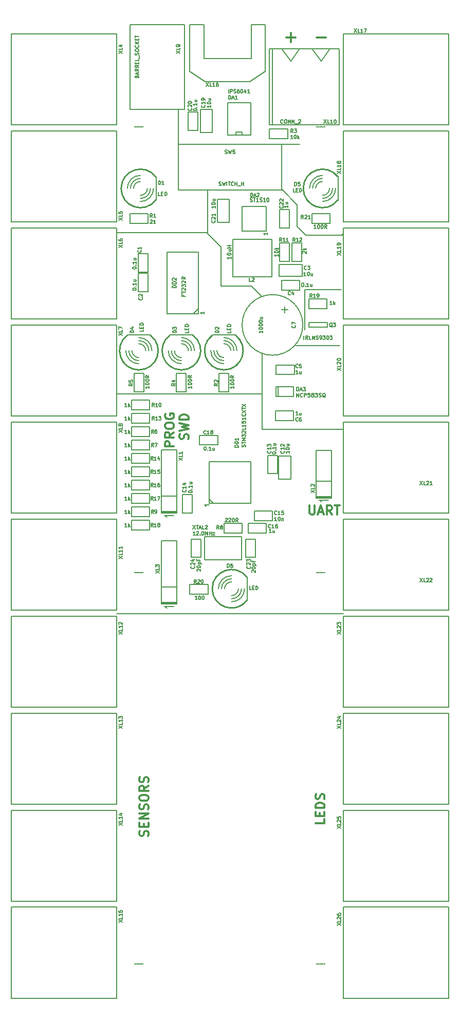
<source format=gbr>
G04 #@! TF.FileFunction,Legend,Top*
%FSLAX46Y46*%
G04 Gerber Fmt 4.6, Leading zero omitted, Abs format (unit mm)*
G04 Created by KiCad (PCBNEW (after 2015-mar-04 BZR unknown)-product) date 25.04.2015 20:58:03*
%MOMM*%
G01*
G04 APERTURE LIST*
%ADD10C,0.100000*%
%ADD11C,0.300000*%
%ADD12C,0.200000*%
%ADD13C,0.150000*%
%ADD14C,0.203200*%
%ADD15C,0.254000*%
%ADD16C,0.152400*%
%ADD17C,0.127000*%
%ADD18C,0.149860*%
%ADD19C,0.002540*%
%ADD20C,0.158750*%
%ADD21C,0.160020*%
G04 APERTURE END LIST*
D10*
D11*
X100078571Y-149478571D02*
X100078571Y-150192857D01*
X98578571Y-150192857D01*
X99292857Y-148978571D02*
X99292857Y-148478571D01*
X100078571Y-148264285D02*
X100078571Y-148978571D01*
X98578571Y-148978571D01*
X98578571Y-148264285D01*
X100078571Y-147621428D02*
X98578571Y-147621428D01*
X98578571Y-147264285D01*
X98650000Y-147050000D01*
X98792857Y-146907142D01*
X98935714Y-146835714D01*
X99221429Y-146764285D01*
X99435714Y-146764285D01*
X99721429Y-146835714D01*
X99864286Y-146907142D01*
X100007143Y-147050000D01*
X100078571Y-147264285D01*
X100078571Y-147621428D01*
X100007143Y-146192857D02*
X100078571Y-145978571D01*
X100078571Y-145621428D01*
X100007143Y-145478571D01*
X99935714Y-145407142D01*
X99792857Y-145335714D01*
X99650000Y-145335714D01*
X99507143Y-145407142D01*
X99435714Y-145478571D01*
X99364286Y-145621428D01*
X99292857Y-145907142D01*
X99221429Y-146050000D01*
X99150000Y-146121428D01*
X99007143Y-146192857D01*
X98864286Y-146192857D01*
X98721429Y-146121428D01*
X98650000Y-146050000D01*
X98578571Y-145907142D01*
X98578571Y-145550000D01*
X98650000Y-145335714D01*
X71007143Y-152257143D02*
X71078571Y-152042857D01*
X71078571Y-151685714D01*
X71007143Y-151542857D01*
X70935714Y-151471428D01*
X70792857Y-151400000D01*
X70650000Y-151400000D01*
X70507143Y-151471428D01*
X70435714Y-151542857D01*
X70364286Y-151685714D01*
X70292857Y-151971428D01*
X70221429Y-152114286D01*
X70150000Y-152185714D01*
X70007143Y-152257143D01*
X69864286Y-152257143D01*
X69721429Y-152185714D01*
X69650000Y-152114286D01*
X69578571Y-151971428D01*
X69578571Y-151614286D01*
X69650000Y-151400000D01*
X70292857Y-150757143D02*
X70292857Y-150257143D01*
X71078571Y-150042857D02*
X71078571Y-150757143D01*
X69578571Y-150757143D01*
X69578571Y-150042857D01*
X71078571Y-149400000D02*
X69578571Y-149400000D01*
X71078571Y-148542857D01*
X69578571Y-148542857D01*
X71007143Y-147900000D02*
X71078571Y-147685714D01*
X71078571Y-147328571D01*
X71007143Y-147185714D01*
X70935714Y-147114285D01*
X70792857Y-147042857D01*
X70650000Y-147042857D01*
X70507143Y-147114285D01*
X70435714Y-147185714D01*
X70364286Y-147328571D01*
X70292857Y-147614285D01*
X70221429Y-147757143D01*
X70150000Y-147828571D01*
X70007143Y-147900000D01*
X69864286Y-147900000D01*
X69721429Y-147828571D01*
X69650000Y-147757143D01*
X69578571Y-147614285D01*
X69578571Y-147257143D01*
X69650000Y-147042857D01*
X69578571Y-146114286D02*
X69578571Y-145828572D01*
X69650000Y-145685714D01*
X69792857Y-145542857D01*
X70078571Y-145471429D01*
X70578571Y-145471429D01*
X70864286Y-145542857D01*
X71007143Y-145685714D01*
X71078571Y-145828572D01*
X71078571Y-146114286D01*
X71007143Y-146257143D01*
X70864286Y-146400000D01*
X70578571Y-146471429D01*
X70078571Y-146471429D01*
X69792857Y-146400000D01*
X69650000Y-146257143D01*
X69578571Y-146114286D01*
X71078571Y-143971428D02*
X70364286Y-144471428D01*
X71078571Y-144828571D02*
X69578571Y-144828571D01*
X69578571Y-144257143D01*
X69650000Y-144114285D01*
X69721429Y-144042857D01*
X69864286Y-143971428D01*
X70078571Y-143971428D01*
X70221429Y-144042857D01*
X70292857Y-144114285D01*
X70364286Y-144257143D01*
X70364286Y-144828571D01*
X71007143Y-143400000D02*
X71078571Y-143185714D01*
X71078571Y-142828571D01*
X71007143Y-142685714D01*
X70935714Y-142614285D01*
X70792857Y-142542857D01*
X70650000Y-142542857D01*
X70507143Y-142614285D01*
X70435714Y-142685714D01*
X70364286Y-142828571D01*
X70292857Y-143114285D01*
X70221429Y-143257143D01*
X70150000Y-143328571D01*
X70007143Y-143400000D01*
X69864286Y-143400000D01*
X69721429Y-143328571D01*
X69650000Y-143257143D01*
X69578571Y-143114285D01*
X69578571Y-142757143D01*
X69650000Y-142542857D01*
X75278571Y-88050000D02*
X73778571Y-88050000D01*
X73778571Y-87478572D01*
X73850000Y-87335714D01*
X73921429Y-87264286D01*
X74064286Y-87192857D01*
X74278571Y-87192857D01*
X74421429Y-87264286D01*
X74492857Y-87335714D01*
X74564286Y-87478572D01*
X74564286Y-88050000D01*
X75278571Y-85692857D02*
X74564286Y-86192857D01*
X75278571Y-86550000D02*
X73778571Y-86550000D01*
X73778571Y-85978572D01*
X73850000Y-85835714D01*
X73921429Y-85764286D01*
X74064286Y-85692857D01*
X74278571Y-85692857D01*
X74421429Y-85764286D01*
X74492857Y-85835714D01*
X74564286Y-85978572D01*
X74564286Y-86550000D01*
X73778571Y-84764286D02*
X73778571Y-84478572D01*
X73850000Y-84335714D01*
X73992857Y-84192857D01*
X74278571Y-84121429D01*
X74778571Y-84121429D01*
X75064286Y-84192857D01*
X75207143Y-84335714D01*
X75278571Y-84478572D01*
X75278571Y-84764286D01*
X75207143Y-84907143D01*
X75064286Y-85050000D01*
X74778571Y-85121429D01*
X74278571Y-85121429D01*
X73992857Y-85050000D01*
X73850000Y-84907143D01*
X73778571Y-84764286D01*
X73850000Y-82692857D02*
X73778571Y-82835714D01*
X73778571Y-83050000D01*
X73850000Y-83264285D01*
X73992857Y-83407143D01*
X74135714Y-83478571D01*
X74421429Y-83550000D01*
X74635714Y-83550000D01*
X74921429Y-83478571D01*
X75064286Y-83407143D01*
X75207143Y-83264285D01*
X75278571Y-83050000D01*
X75278571Y-82907143D01*
X75207143Y-82692857D01*
X75135714Y-82621428D01*
X74635714Y-82621428D01*
X74635714Y-82907143D01*
X77607143Y-86835714D02*
X77678571Y-86621428D01*
X77678571Y-86264285D01*
X77607143Y-86121428D01*
X77535714Y-86049999D01*
X77392857Y-85978571D01*
X77250000Y-85978571D01*
X77107143Y-86049999D01*
X77035714Y-86121428D01*
X76964286Y-86264285D01*
X76892857Y-86549999D01*
X76821429Y-86692857D01*
X76750000Y-86764285D01*
X76607143Y-86835714D01*
X76464286Y-86835714D01*
X76321429Y-86764285D01*
X76250000Y-86692857D01*
X76178571Y-86549999D01*
X76178571Y-86192857D01*
X76250000Y-85978571D01*
X76178571Y-85478571D02*
X77678571Y-85121428D01*
X76607143Y-84835714D01*
X77678571Y-84550000D01*
X76178571Y-84192857D01*
X77678571Y-83621428D02*
X76178571Y-83621428D01*
X76178571Y-83264285D01*
X76250000Y-83050000D01*
X76392857Y-82907142D01*
X76535714Y-82835714D01*
X76821429Y-82764285D01*
X77035714Y-82764285D01*
X77321429Y-82835714D01*
X77464286Y-82907142D01*
X77607143Y-83050000D01*
X77678571Y-83264285D01*
X77678571Y-83621428D01*
X97607143Y-97778571D02*
X97607143Y-98992857D01*
X97678571Y-99135714D01*
X97750000Y-99207143D01*
X97892857Y-99278571D01*
X98178571Y-99278571D01*
X98321429Y-99207143D01*
X98392857Y-99135714D01*
X98464286Y-98992857D01*
X98464286Y-97778571D01*
X99107143Y-98850000D02*
X99821429Y-98850000D01*
X98964286Y-99278571D02*
X99464286Y-97778571D01*
X99964286Y-99278571D01*
X101321429Y-99278571D02*
X100821429Y-98564286D01*
X100464286Y-99278571D02*
X100464286Y-97778571D01*
X101035714Y-97778571D01*
X101178572Y-97850000D01*
X101250000Y-97921429D01*
X101321429Y-98064286D01*
X101321429Y-98278571D01*
X101250000Y-98421429D01*
X101178572Y-98492857D01*
X101035714Y-98564286D01*
X100464286Y-98564286D01*
X101750000Y-97778571D02*
X102607143Y-97778571D01*
X102178572Y-99278571D02*
X102178572Y-97778571D01*
D12*
X65800000Y-115600000D02*
X103200000Y-115600000D01*
X103200000Y-85200000D02*
X103200000Y-85400000D01*
X89800000Y-85200000D02*
X103200000Y-85200000D01*
X89800000Y-79400000D02*
X89800000Y-85200000D01*
X89800000Y-79400000D02*
X89800000Y-72600000D01*
X65800000Y-79400000D02*
X89800000Y-79400000D01*
X65800000Y-52800000D02*
X80800000Y-52800000D01*
X93000000Y-38200000D02*
X96000000Y-38200000D01*
X76000000Y-38200000D02*
X76000000Y-32400000D01*
X103000000Y-53200000D02*
X103000000Y-53000000D01*
X97000000Y-53200000D02*
X103000000Y-53200000D01*
X95600000Y-51800000D02*
X97000000Y-53200000D01*
X95600000Y-48200000D02*
X95600000Y-51800000D01*
X93000000Y-45600000D02*
X95600000Y-48200000D01*
X88000000Y-61600000D02*
X89600000Y-63200000D01*
X83000000Y-61600000D02*
X88000000Y-61600000D01*
X83000000Y-55200000D02*
X83000000Y-61600000D01*
X80800000Y-53000000D02*
X83000000Y-55200000D01*
X80800000Y-45800000D02*
X80800000Y-53000000D01*
X102600000Y-71400000D02*
X95400000Y-71400000D01*
X96800000Y-68800000D02*
X96800000Y-68600000D01*
X96800000Y-62200000D02*
X96800000Y-68800000D01*
X102800000Y-62200000D02*
X96800000Y-62200000D01*
D11*
X93738095Y-20642857D02*
X95261905Y-20642857D01*
X94500000Y-21404762D02*
X94500000Y-19880952D01*
X98738095Y-20642857D02*
X100261905Y-20642857D01*
D13*
X70200000Y-56300000D02*
X71000000Y-56300000D01*
X71000000Y-56300000D02*
X71000000Y-59300000D01*
X71000000Y-59300000D02*
X69400000Y-59300000D01*
X69400000Y-59300000D02*
X69400000Y-56300000D01*
X69400000Y-56300000D02*
X70200000Y-56300000D01*
X70200000Y-62500000D02*
X69400000Y-62500000D01*
X69400000Y-62500000D02*
X69400000Y-59500000D01*
X69400000Y-59500000D02*
X71000000Y-59500000D01*
X71000000Y-59500000D02*
X71000000Y-62500000D01*
X71000000Y-62500000D02*
X70200000Y-62500000D01*
X96400000Y-60000000D02*
X92600000Y-60000000D01*
X92600000Y-60000000D02*
X92600000Y-58000000D01*
X92600000Y-58000000D02*
X96400000Y-58000000D01*
X96400000Y-58000000D02*
X96400000Y-60000000D01*
X96000000Y-61500000D02*
X96000000Y-62300000D01*
X96000000Y-62300000D02*
X93000000Y-62300000D01*
X93000000Y-62300000D02*
X93000000Y-60700000D01*
X93000000Y-60700000D02*
X96000000Y-60700000D01*
X96000000Y-60700000D02*
X96000000Y-61500000D01*
X95100000Y-75400000D02*
X95100000Y-76200000D01*
X95100000Y-76200000D02*
X92100000Y-76200000D01*
X92100000Y-76200000D02*
X92100000Y-74600000D01*
X92100000Y-74600000D02*
X95100000Y-74600000D01*
X95100000Y-74600000D02*
X95100000Y-75400000D01*
X95000000Y-83000000D02*
X95000000Y-83800000D01*
X95000000Y-83800000D02*
X92000000Y-83800000D01*
X92000000Y-83800000D02*
X92000000Y-82200000D01*
X92000000Y-82200000D02*
X95000000Y-82200000D01*
X95000000Y-82200000D02*
X95000000Y-83000000D01*
X96501260Y-68000000D02*
G75*
G03X96501260Y-68000000I-5001260J0D01*
G01*
X93498980Y-65000260D02*
X93498980Y-66001020D01*
X93999360Y-65500640D02*
X93001140Y-65500640D01*
X94500000Y-89600000D02*
X94500000Y-93400000D01*
X94500000Y-93400000D02*
X92500000Y-93400000D01*
X92500000Y-93400000D02*
X92500000Y-89600000D01*
X92500000Y-89600000D02*
X94500000Y-89600000D01*
X91500000Y-89500000D02*
X92300000Y-89500000D01*
X92300000Y-89500000D02*
X92300000Y-92500000D01*
X92300000Y-92500000D02*
X90700000Y-92500000D01*
X90700000Y-92500000D02*
X90700000Y-89500000D01*
X90700000Y-89500000D02*
X91500000Y-89500000D01*
X77500000Y-99000000D02*
X76700000Y-99000000D01*
X76700000Y-99000000D02*
X76700000Y-96000000D01*
X76700000Y-96000000D02*
X78300000Y-96000000D01*
X78300000Y-96000000D02*
X78300000Y-99000000D01*
X78300000Y-99000000D02*
X77500000Y-99000000D01*
X88500000Y-99500000D02*
X88500000Y-98700000D01*
X88500000Y-98700000D02*
X91500000Y-98700000D01*
X91500000Y-98700000D02*
X91500000Y-100300000D01*
X91500000Y-100300000D02*
X88500000Y-100300000D01*
X88500000Y-100300000D02*
X88500000Y-99500000D01*
X87500000Y-101500000D02*
X87500000Y-100700000D01*
X87500000Y-100700000D02*
X90500000Y-100700000D01*
X90500000Y-100700000D02*
X90500000Y-102300000D01*
X90500000Y-102300000D02*
X87500000Y-102300000D01*
X87500000Y-102300000D02*
X87500000Y-101500000D01*
X79500000Y-87000000D02*
X79500000Y-86200000D01*
X79500000Y-86200000D02*
X82500000Y-86200000D01*
X82500000Y-86200000D02*
X82500000Y-87800000D01*
X82500000Y-87800000D02*
X79500000Y-87800000D01*
X79500000Y-87800000D02*
X79500000Y-87000000D01*
X79600000Y-36300000D02*
X79600000Y-32500000D01*
X79600000Y-32500000D02*
X81600000Y-32500000D01*
X81600000Y-32500000D02*
X81600000Y-36300000D01*
X81600000Y-36300000D02*
X79600000Y-36300000D01*
X78400000Y-35900000D02*
X77600000Y-35900000D01*
X77600000Y-35900000D02*
X77600000Y-32900000D01*
X77600000Y-32900000D02*
X79200000Y-32900000D01*
X79200000Y-32900000D02*
X79200000Y-35900000D01*
X79200000Y-35900000D02*
X78400000Y-35900000D01*
X82400000Y-51100000D02*
X82400000Y-47300000D01*
X82400000Y-47300000D02*
X84400000Y-47300000D01*
X84400000Y-47300000D02*
X84400000Y-51100000D01*
X84400000Y-51100000D02*
X82400000Y-51100000D01*
X93500000Y-52000000D02*
X92700000Y-52000000D01*
X92700000Y-52000000D02*
X92700000Y-49000000D01*
X92700000Y-49000000D02*
X94300000Y-49000000D01*
X94300000Y-49000000D02*
X94300000Y-52000000D01*
X94300000Y-52000000D02*
X93500000Y-52000000D01*
X87900000Y-103300000D02*
X88700000Y-103300000D01*
X88700000Y-103300000D02*
X88700000Y-106300000D01*
X88700000Y-106300000D02*
X87100000Y-106300000D01*
X87100000Y-106300000D02*
X87100000Y-103300000D01*
X87100000Y-103300000D02*
X87900000Y-103300000D01*
X78900000Y-106300000D02*
X78100000Y-106300000D01*
X78100000Y-106300000D02*
X78100000Y-103300000D01*
X78100000Y-103300000D02*
X79700000Y-103300000D01*
X79700000Y-103300000D02*
X79700000Y-106300000D01*
X79700000Y-106300000D02*
X78900000Y-106300000D01*
D14*
X72344800Y-47405000D02*
X72344800Y-43595000D01*
D15*
X72291997Y-43592332D02*
G75*
G03X72294000Y-47405000I-2537997J-1907668D01*
G01*
D16*
X69754000Y-44357000D02*
G75*
G03X68611000Y-45500000I0J-1143000D01*
G01*
X69754000Y-46643000D02*
G75*
G03X70897000Y-45500000I0J1143000D01*
G01*
X69754000Y-43849000D02*
G75*
G03X68103000Y-45500000I0J-1651000D01*
G01*
X69754000Y-47151000D02*
G75*
G03X71405000Y-45500000I0J1651000D01*
G01*
X69754000Y-43341000D02*
G75*
G03X67595000Y-45500000I0J-2159000D01*
G01*
X69754000Y-47659000D02*
G75*
G03X71913000Y-45500000I0J2159000D01*
G01*
D14*
X85405000Y-69655200D02*
X81595000Y-69655200D01*
D15*
X81592332Y-69708003D02*
G75*
G03X85405000Y-69706000I1907668J-2537997D01*
G01*
D16*
X82357000Y-72246000D02*
G75*
G03X83500000Y-73389000I1143000J0D01*
G01*
X84643000Y-72246000D02*
G75*
G03X83500000Y-71103000I-1143000J0D01*
G01*
X81849000Y-72246000D02*
G75*
G03X83500000Y-73897000I1651000J0D01*
G01*
X85151000Y-72246000D02*
G75*
G03X83500000Y-70595000I-1651000J0D01*
G01*
X81341000Y-72246000D02*
G75*
G03X83500000Y-74405000I2159000J0D01*
G01*
X85659000Y-72246000D02*
G75*
G03X83500000Y-70087000I-2159000J0D01*
G01*
D14*
X78405000Y-69655200D02*
X74595000Y-69655200D01*
D15*
X74592332Y-69708003D02*
G75*
G03X78405000Y-69706000I1907668J-2537997D01*
G01*
D16*
X75357000Y-72246000D02*
G75*
G03X76500000Y-73389000I1143000J0D01*
G01*
X77643000Y-72246000D02*
G75*
G03X76500000Y-71103000I-1143000J0D01*
G01*
X74849000Y-72246000D02*
G75*
G03X76500000Y-73897000I1651000J0D01*
G01*
X78151000Y-72246000D02*
G75*
G03X76500000Y-70595000I-1651000J0D01*
G01*
X74341000Y-72246000D02*
G75*
G03X76500000Y-74405000I2159000J0D01*
G01*
X78659000Y-72246000D02*
G75*
G03X76500000Y-70087000I-2159000J0D01*
G01*
D14*
X71405000Y-69655200D02*
X67595000Y-69655200D01*
D15*
X67592332Y-69708003D02*
G75*
G03X71405000Y-69706000I1907668J-2537997D01*
G01*
D16*
X68357000Y-72246000D02*
G75*
G03X69500000Y-73389000I1143000J0D01*
G01*
X70643000Y-72246000D02*
G75*
G03X69500000Y-71103000I-1143000J0D01*
G01*
X67849000Y-72246000D02*
G75*
G03X69500000Y-73897000I1651000J0D01*
G01*
X71151000Y-72246000D02*
G75*
G03X69500000Y-70595000I-1651000J0D01*
G01*
X67341000Y-72246000D02*
G75*
G03X69500000Y-74405000I2159000J0D01*
G01*
X71659000Y-72246000D02*
G75*
G03X69500000Y-70087000I-2159000J0D01*
G01*
D14*
X102344800Y-47405000D02*
X102344800Y-43595000D01*
D15*
X102291997Y-43592332D02*
G75*
G03X102294000Y-47405000I-2537997J-1907668D01*
G01*
D16*
X99754000Y-44357000D02*
G75*
G03X98611000Y-45500000I0J-1143000D01*
G01*
X99754000Y-46643000D02*
G75*
G03X100897000Y-45500000I0J1143000D01*
G01*
X99754000Y-43849000D02*
G75*
G03X98103000Y-45500000I0J-1651000D01*
G01*
X99754000Y-47151000D02*
G75*
G03X101405000Y-45500000I0J1651000D01*
G01*
X99754000Y-43341000D02*
G75*
G03X97595000Y-45500000I0J-2159000D01*
G01*
X99754000Y-47659000D02*
G75*
G03X101913000Y-45500000I0J2159000D01*
G01*
D14*
X87344800Y-113405000D02*
X87344800Y-109595000D01*
D15*
X87291997Y-109592332D02*
G75*
G03X87294000Y-113405000I-2537997J-1907668D01*
G01*
D16*
X84754000Y-110357000D02*
G75*
G03X83611000Y-111500000I0J-1143000D01*
G01*
X84754000Y-112643000D02*
G75*
G03X85897000Y-111500000I0J1143000D01*
G01*
X84754000Y-109849000D02*
G75*
G03X83103000Y-111500000I0J-1651000D01*
G01*
X84754000Y-113151000D02*
G75*
G03X86405000Y-111500000I0J1651000D01*
G01*
X84754000Y-109341000D02*
G75*
G03X82595000Y-111500000I0J-2159000D01*
G01*
X84754000Y-113659000D02*
G75*
G03X86913000Y-111500000I0J2159000D01*
G01*
D17*
X87778000Y-36667000D02*
X87905000Y-36667000D01*
X87905000Y-36667000D02*
X87905000Y-31333000D01*
X84095000Y-31333000D02*
X84095000Y-36667000D01*
X84095000Y-36667000D02*
X87778000Y-36667000D01*
X85492000Y-36667000D02*
X85492000Y-36159000D01*
X85492000Y-36159000D02*
X86508000Y-36159000D01*
X86508000Y-36159000D02*
X86508000Y-36667000D01*
X84095000Y-31333000D02*
X87905000Y-31333000D01*
D12*
X86500000Y-52500000D02*
X86500000Y-48500000D01*
X86500000Y-48500000D02*
X90500000Y-48500000D01*
X90500000Y-48500000D02*
X90500000Y-52500000D01*
X90500000Y-52500000D02*
X86500000Y-52500000D01*
D13*
X92400000Y-79800000D02*
X92400000Y-78200000D01*
D18*
X92049660Y-79800100D02*
X92049660Y-78199900D01*
X92049660Y-78199900D02*
X94950340Y-78199900D01*
X94950340Y-78199900D02*
X94950340Y-79800100D01*
X94950340Y-79800100D02*
X92049660Y-79800100D01*
D13*
X80550000Y-97900000D02*
X80300000Y-97700000D01*
X80300000Y-97700000D02*
X81050000Y-97700000D01*
X81750000Y-97450000D02*
X81050000Y-96750000D01*
X81050000Y-94000000D02*
X81050000Y-90550000D01*
X81050000Y-90550000D02*
X87950000Y-90550000D01*
X87950000Y-90550000D02*
X87950000Y-97450000D01*
X87950000Y-97450000D02*
X81050000Y-97450000D01*
X81050000Y-97450000D02*
X81050000Y-94000000D01*
X85000000Y-60100000D02*
X85000000Y-53900000D01*
X85000000Y-53900000D02*
X91400000Y-53900000D01*
X91400000Y-53900000D02*
X91400000Y-60100000D01*
X91400000Y-60100000D02*
X85000000Y-60100000D01*
D17*
X97476000Y-67619000D02*
X100524000Y-67619000D01*
X100524000Y-67619000D02*
X100524000Y-68381000D01*
X100524000Y-68381000D02*
X97476000Y-68381000D01*
X97476000Y-68381000D02*
X97476000Y-67619000D01*
D13*
X71000000Y-50500000D02*
X71000000Y-51300000D01*
X71000000Y-51300000D02*
X68000000Y-51300000D01*
X68000000Y-51300000D02*
X68000000Y-49700000D01*
X68000000Y-49700000D02*
X71000000Y-49700000D01*
X71000000Y-49700000D02*
X71000000Y-50500000D01*
X83500000Y-79000000D02*
X82700000Y-79000000D01*
X82700000Y-79000000D02*
X82700000Y-76000000D01*
X82700000Y-76000000D02*
X84300000Y-76000000D01*
X84300000Y-76000000D02*
X84300000Y-79000000D01*
X84300000Y-79000000D02*
X83500000Y-79000000D01*
X94000000Y-36500000D02*
X94000000Y-37300000D01*
X94000000Y-37300000D02*
X91000000Y-37300000D01*
X91000000Y-37300000D02*
X91000000Y-35700000D01*
X91000000Y-35700000D02*
X94000000Y-35700000D01*
X94000000Y-35700000D02*
X94000000Y-36500000D01*
X76500000Y-79000000D02*
X75700000Y-79000000D01*
X75700000Y-79000000D02*
X75700000Y-76000000D01*
X75700000Y-76000000D02*
X77300000Y-76000000D01*
X77300000Y-76000000D02*
X77300000Y-79000000D01*
X77300000Y-79000000D02*
X76500000Y-79000000D01*
X69500000Y-79000000D02*
X68700000Y-79000000D01*
X68700000Y-79000000D02*
X68700000Y-76000000D01*
X68700000Y-76000000D02*
X70300000Y-76000000D01*
X70300000Y-76000000D02*
X70300000Y-79000000D01*
X70300000Y-79000000D02*
X69500000Y-79000000D01*
X68300000Y-85600000D02*
X68300000Y-84800000D01*
X68300000Y-84800000D02*
X71300000Y-84800000D01*
X71300000Y-84800000D02*
X71300000Y-86400000D01*
X71300000Y-86400000D02*
X68300000Y-86400000D01*
X68300000Y-86400000D02*
X68300000Y-85600000D01*
X68300000Y-87800000D02*
X68300000Y-87000000D01*
X68300000Y-87000000D02*
X71300000Y-87000000D01*
X71300000Y-87000000D02*
X71300000Y-88600000D01*
X71300000Y-88600000D02*
X68300000Y-88600000D01*
X68300000Y-88600000D02*
X68300000Y-87800000D01*
X83500000Y-101500000D02*
X83500000Y-100700000D01*
X83500000Y-100700000D02*
X86500000Y-100700000D01*
X86500000Y-100700000D02*
X86500000Y-102300000D01*
X86500000Y-102300000D02*
X83500000Y-102300000D01*
X83500000Y-102300000D02*
X83500000Y-101500000D01*
X68300000Y-98800000D02*
X68300000Y-98000000D01*
X68300000Y-98000000D02*
X71300000Y-98000000D01*
X71300000Y-98000000D02*
X71300000Y-99600000D01*
X71300000Y-99600000D02*
X68300000Y-99600000D01*
X68300000Y-99600000D02*
X68300000Y-98800000D01*
X68300000Y-81200000D02*
X68300000Y-80400000D01*
X68300000Y-80400000D02*
X71300000Y-80400000D01*
X71300000Y-80400000D02*
X71300000Y-82000000D01*
X71300000Y-82000000D02*
X68300000Y-82000000D01*
X68300000Y-82000000D02*
X68300000Y-81200000D01*
X93500000Y-57500000D02*
X92700000Y-57500000D01*
X92700000Y-57500000D02*
X92700000Y-54500000D01*
X92700000Y-54500000D02*
X94300000Y-54500000D01*
X94300000Y-54500000D02*
X94300000Y-57500000D01*
X94300000Y-57500000D02*
X93500000Y-57500000D01*
X95500000Y-54500000D02*
X96300000Y-54500000D01*
X96300000Y-54500000D02*
X96300000Y-57500000D01*
X96300000Y-57500000D02*
X94700000Y-57500000D01*
X94700000Y-57500000D02*
X94700000Y-54500000D01*
X94700000Y-54500000D02*
X95500000Y-54500000D01*
X68300000Y-83400000D02*
X68300000Y-82600000D01*
X68300000Y-82600000D02*
X71300000Y-82600000D01*
X71300000Y-82600000D02*
X71300000Y-84200000D01*
X71300000Y-84200000D02*
X68300000Y-84200000D01*
X68300000Y-84200000D02*
X68300000Y-83400000D01*
X68300000Y-90000000D02*
X68300000Y-89200000D01*
X68300000Y-89200000D02*
X71300000Y-89200000D01*
X71300000Y-89200000D02*
X71300000Y-90800000D01*
X71300000Y-90800000D02*
X68300000Y-90800000D01*
X68300000Y-90800000D02*
X68300000Y-90000000D01*
X68300000Y-92200000D02*
X68300000Y-91400000D01*
X68300000Y-91400000D02*
X71300000Y-91400000D01*
X71300000Y-91400000D02*
X71300000Y-93000000D01*
X71300000Y-93000000D02*
X68300000Y-93000000D01*
X68300000Y-93000000D02*
X68300000Y-92200000D01*
X68300000Y-94400000D02*
X68300000Y-93600000D01*
X68300000Y-93600000D02*
X71300000Y-93600000D01*
X71300000Y-93600000D02*
X71300000Y-95200000D01*
X71300000Y-95200000D02*
X68300000Y-95200000D01*
X68300000Y-95200000D02*
X68300000Y-94400000D01*
X68300000Y-96600000D02*
X68300000Y-95800000D01*
X68300000Y-95800000D02*
X71300000Y-95800000D01*
X71300000Y-95800000D02*
X71300000Y-97400000D01*
X71300000Y-97400000D02*
X68300000Y-97400000D01*
X68300000Y-97400000D02*
X68300000Y-96600000D01*
X68300000Y-101000000D02*
X68300000Y-100200000D01*
X68300000Y-100200000D02*
X71300000Y-100200000D01*
X71300000Y-100200000D02*
X71300000Y-101800000D01*
X71300000Y-101800000D02*
X68300000Y-101800000D01*
X68300000Y-101800000D02*
X68300000Y-101000000D01*
X97500000Y-64500000D02*
X97500000Y-63700000D01*
X97500000Y-63700000D02*
X100500000Y-63700000D01*
X100500000Y-63700000D02*
X100500000Y-65300000D01*
X100500000Y-65300000D02*
X97500000Y-65300000D01*
X97500000Y-65300000D02*
X97500000Y-64500000D01*
X77900000Y-111600000D02*
X77900000Y-110800000D01*
X77900000Y-110800000D02*
X80900000Y-110800000D01*
X80900000Y-110800000D02*
X80900000Y-112400000D01*
X80900000Y-112400000D02*
X77900000Y-112400000D01*
X77900000Y-112400000D02*
X77900000Y-111600000D01*
X98000000Y-50500000D02*
X98000000Y-49700000D01*
X98000000Y-49700000D02*
X101000000Y-49700000D01*
X101000000Y-49700000D02*
X101000000Y-51300000D01*
X101000000Y-51300000D02*
X98000000Y-51300000D01*
X98000000Y-51300000D02*
X98000000Y-50500000D01*
X75262000Y-99405000D02*
X73738000Y-99405000D01*
X73738000Y-99405000D02*
X74119000Y-99659000D01*
X75770000Y-98770000D02*
X75770000Y-99024000D01*
X75770000Y-99024000D02*
X73230000Y-99024000D01*
X73230000Y-99024000D02*
X73230000Y-98770000D01*
X73230000Y-98770000D02*
X73230000Y-98897000D01*
X73230000Y-98897000D02*
X75770000Y-98897000D01*
X73230000Y-96230000D02*
X75770000Y-96230000D01*
X73230000Y-98770000D02*
X73230000Y-88610000D01*
X73230000Y-88610000D02*
X75770000Y-88610000D01*
X75770000Y-88610000D02*
X75770000Y-98770000D01*
X75770000Y-98770000D02*
X73230000Y-98770000D01*
X101270000Y-96270000D02*
X101270000Y-88650000D01*
X98730000Y-96270000D02*
X98730000Y-88650000D01*
X100762000Y-96905000D02*
X99238000Y-96905000D01*
X99238000Y-96905000D02*
X99619000Y-97159000D01*
X101270000Y-96270000D02*
X101270000Y-96524000D01*
X101270000Y-96524000D02*
X98730000Y-96524000D01*
X98730000Y-96524000D02*
X98730000Y-96270000D01*
X98730000Y-96270000D02*
X98730000Y-96397000D01*
X98730000Y-96397000D02*
X101270000Y-96397000D01*
X98730000Y-93730000D02*
X101270000Y-93730000D01*
X98730000Y-88650000D02*
X101270000Y-88650000D01*
X101270000Y-96270000D02*
X98730000Y-96270000D01*
X75262000Y-114405000D02*
X73738000Y-114405000D01*
X73738000Y-114405000D02*
X74119000Y-114659000D01*
X75770000Y-113770000D02*
X75770000Y-114024000D01*
X75770000Y-114024000D02*
X73230000Y-114024000D01*
X73230000Y-114024000D02*
X73230000Y-113770000D01*
X73230000Y-113770000D02*
X73230000Y-113897000D01*
X73230000Y-113897000D02*
X75770000Y-113897000D01*
X73230000Y-111230000D02*
X75770000Y-111230000D01*
X73230000Y-113770000D02*
X73230000Y-103610000D01*
X73230000Y-103610000D02*
X75770000Y-103610000D01*
X75770000Y-103610000D02*
X75770000Y-113770000D01*
X75770000Y-113770000D02*
X73230000Y-113770000D01*
X65800000Y-27500000D02*
X65800000Y-20000000D01*
X65800000Y-20000000D02*
X48500000Y-20000000D01*
X48500000Y-20000000D02*
X48500000Y-35000000D01*
X48500000Y-35000000D02*
X65800000Y-35000000D01*
D18*
X65799940Y-35000620D02*
X65799940Y-27500000D01*
D13*
X65800000Y-43500000D02*
X65800000Y-36000000D01*
X65800000Y-36000000D02*
X48500000Y-36000000D01*
X48500000Y-36000000D02*
X48500000Y-51000000D01*
X48500000Y-51000000D02*
X65800000Y-51000000D01*
D18*
X65799940Y-51000620D02*
X65799940Y-43500000D01*
D13*
X65800000Y-59500000D02*
X65800000Y-52000000D01*
X65800000Y-52000000D02*
X48500000Y-52000000D01*
X48500000Y-52000000D02*
X48500000Y-67000000D01*
X48500000Y-67000000D02*
X65800000Y-67000000D01*
D18*
X65799940Y-67000620D02*
X65799940Y-59500000D01*
D13*
X65800000Y-75500000D02*
X65800000Y-68000000D01*
X65800000Y-68000000D02*
X48500000Y-68000000D01*
X48500000Y-68000000D02*
X48500000Y-83000000D01*
X48500000Y-83000000D02*
X65800000Y-83000000D01*
D18*
X65799940Y-83000620D02*
X65799940Y-75500000D01*
D13*
X65800000Y-91500000D02*
X65800000Y-84000000D01*
X65800000Y-84000000D02*
X48500000Y-84000000D01*
X48500000Y-84000000D02*
X48500000Y-99000000D01*
X48500000Y-99000000D02*
X65800000Y-99000000D01*
D18*
X65799940Y-99000620D02*
X65799940Y-91500000D01*
D13*
X72500000Y-18500000D02*
X77000000Y-18500000D01*
X77000000Y-18500000D02*
X77000000Y-32500000D01*
X77000000Y-32500000D02*
X68000000Y-32500000D01*
X68000000Y-32500000D02*
X68000000Y-18500000D01*
D17*
X68000000Y-18500000D02*
X72500000Y-18500000D01*
D12*
X96000000Y-22500000D02*
X94500000Y-24500000D01*
X94500000Y-24500000D02*
X93000000Y-22500000D01*
X101000000Y-22500000D02*
X99500000Y-24500000D01*
X99500000Y-24500000D02*
X98000000Y-22500000D01*
X91500000Y-35000000D02*
X91500000Y-22500000D01*
X102500000Y-35000000D02*
X102500000Y-22500000D01*
X102500000Y-22500000D02*
X91000000Y-22500000D01*
X91000000Y-22500000D02*
X91000000Y-35000000D01*
X91000000Y-35000000D02*
X102500000Y-35000000D01*
D13*
X65800000Y-107500000D02*
X65800000Y-100000000D01*
X65800000Y-100000000D02*
X48500000Y-100000000D01*
X48500000Y-100000000D02*
X48500000Y-115000000D01*
X48500000Y-115000000D02*
X65800000Y-115000000D01*
D18*
X65799940Y-115000620D02*
X65799940Y-107500000D01*
D13*
X65800000Y-123500000D02*
X65800000Y-116000000D01*
X65800000Y-116000000D02*
X48500000Y-116000000D01*
X48500000Y-116000000D02*
X48500000Y-131000000D01*
X48500000Y-131000000D02*
X65800000Y-131000000D01*
D18*
X65799940Y-131000620D02*
X65799940Y-123500000D01*
D13*
X65800000Y-139500000D02*
X65800000Y-132000000D01*
X65800000Y-132000000D02*
X48500000Y-132000000D01*
X48500000Y-132000000D02*
X48500000Y-147000000D01*
X48500000Y-147000000D02*
X65800000Y-147000000D01*
D18*
X65799940Y-147000620D02*
X65799940Y-139500000D01*
D13*
X65800000Y-155500000D02*
X65800000Y-148000000D01*
X65800000Y-148000000D02*
X48500000Y-148000000D01*
X48500000Y-148000000D02*
X48500000Y-163000000D01*
X48500000Y-163000000D02*
X65800000Y-163000000D01*
D18*
X65799940Y-163000620D02*
X65799940Y-155500000D01*
D13*
X65800000Y-171500000D02*
X65800000Y-164000000D01*
X65800000Y-164000000D02*
X48500000Y-164000000D01*
X48500000Y-164000000D02*
X48500000Y-179000000D01*
X48500000Y-179000000D02*
X65800000Y-179000000D01*
D18*
X65799940Y-179000620D02*
X65799940Y-171500000D01*
D13*
X88000000Y-18500000D02*
X90300000Y-18500000D01*
X90300000Y-18500000D02*
X90300000Y-26200000D01*
X90300000Y-26200000D02*
X87800000Y-27900000D01*
X87800000Y-27900000D02*
X80400000Y-27900000D01*
X80400000Y-27900000D02*
X77900000Y-26200000D01*
X77900000Y-26200000D02*
X77900000Y-18500000D01*
X77900000Y-18500000D02*
X80200000Y-18500000D01*
X88000000Y-18500000D02*
X88000000Y-24100000D01*
X88000000Y-24100000D02*
X80200000Y-24100000D01*
X80200000Y-24100000D02*
X80200000Y-18500000D01*
X103200000Y-27500000D02*
X103200000Y-35000000D01*
X103200000Y-35000000D02*
X120500000Y-35000000D01*
X120500000Y-35000000D02*
X120500000Y-20000000D01*
X120500000Y-20000000D02*
X103200000Y-20000000D01*
D18*
X103200060Y-19999380D02*
X103200060Y-27500000D01*
D13*
X103200000Y-43500000D02*
X103200000Y-51000000D01*
X103200000Y-51000000D02*
X120500000Y-51000000D01*
X120500000Y-51000000D02*
X120500000Y-36000000D01*
X120500000Y-36000000D02*
X103200000Y-36000000D01*
D18*
X103200060Y-35999380D02*
X103200060Y-43500000D01*
D13*
X103200000Y-59500000D02*
X103200000Y-67000000D01*
X103200000Y-67000000D02*
X120500000Y-67000000D01*
X120500000Y-67000000D02*
X120500000Y-52000000D01*
X120500000Y-52000000D02*
X103200000Y-52000000D01*
D18*
X103200060Y-51999380D02*
X103200060Y-59500000D01*
D13*
X103200000Y-75500000D02*
X103200000Y-83000000D01*
X103200000Y-83000000D02*
X120500000Y-83000000D01*
X120500000Y-83000000D02*
X120500000Y-68000000D01*
X120500000Y-68000000D02*
X103200000Y-68000000D01*
D18*
X103200060Y-67999380D02*
X103200060Y-75500000D01*
D13*
X103200000Y-91500000D02*
X103200000Y-99000000D01*
X103200000Y-99000000D02*
X120500000Y-99000000D01*
X120500000Y-99000000D02*
X120500000Y-84000000D01*
X120500000Y-84000000D02*
X103200000Y-84000000D01*
D18*
X103200060Y-83999380D02*
X103200060Y-91500000D01*
D13*
X103200000Y-107500000D02*
X103200000Y-115000000D01*
X103200000Y-115000000D02*
X120500000Y-115000000D01*
X120500000Y-115000000D02*
X120500000Y-100000000D01*
X120500000Y-100000000D02*
X103200000Y-100000000D01*
D18*
X103200060Y-99999380D02*
X103200060Y-107500000D01*
D13*
X103200000Y-123500000D02*
X103200000Y-131000000D01*
X103200000Y-131000000D02*
X120500000Y-131000000D01*
X120500000Y-131000000D02*
X120500000Y-116000000D01*
X120500000Y-116000000D02*
X103200000Y-116000000D01*
D18*
X103200060Y-115999380D02*
X103200060Y-123500000D01*
D13*
X103200000Y-139500000D02*
X103200000Y-147000000D01*
X103200000Y-147000000D02*
X120500000Y-147000000D01*
X120500000Y-147000000D02*
X120500000Y-132000000D01*
X120500000Y-132000000D02*
X103200000Y-132000000D01*
D18*
X103200060Y-131999380D02*
X103200060Y-139500000D01*
D13*
X103200000Y-155500000D02*
X103200000Y-163000000D01*
X103200000Y-163000000D02*
X120500000Y-163000000D01*
X120500000Y-163000000D02*
X120500000Y-148000000D01*
X120500000Y-148000000D02*
X103200000Y-148000000D01*
D18*
X103200060Y-147999380D02*
X103200060Y-155500000D01*
D13*
X103200000Y-171500000D02*
X103200000Y-179000000D01*
X103200000Y-179000000D02*
X120500000Y-179000000D01*
X120500000Y-179000000D02*
X120500000Y-164000000D01*
X120500000Y-164000000D02*
X103200000Y-164000000D01*
D18*
X103200060Y-163999380D02*
X103200060Y-171500000D01*
D13*
X83400000Y-102895000D02*
X86448000Y-102895000D01*
X86448000Y-102895000D02*
X86448000Y-106705000D01*
X86448000Y-106705000D02*
X80352000Y-106705000D01*
X80352000Y-106705000D02*
X80352000Y-102895000D01*
X80352000Y-102895000D02*
X83400000Y-102895000D01*
X76000000Y-38250000D02*
X93000000Y-38250000D01*
X93000000Y-38250000D02*
X93000000Y-45750000D01*
X93000000Y-45750000D02*
X76000000Y-45750000D01*
X76000000Y-45750000D02*
X76000000Y-38250000D01*
X78450000Y-66170000D02*
X79300000Y-65320000D01*
X74100000Y-55970000D02*
X74100000Y-61070000D01*
X74100000Y-61070000D02*
X74100000Y-66170000D01*
X74100000Y-66170000D02*
X79300000Y-66170000D01*
X79300000Y-66170000D02*
X79300000Y-61070000D01*
X79300000Y-61070000D02*
X79300000Y-55970000D01*
X79300000Y-55970000D02*
X74100000Y-55970000D01*
X69814286Y-55700000D02*
X69842857Y-55728571D01*
X69871429Y-55814285D01*
X69871429Y-55871428D01*
X69842857Y-55957143D01*
X69785714Y-56014285D01*
X69728571Y-56042857D01*
X69614286Y-56071428D01*
X69528571Y-56071428D01*
X69414286Y-56042857D01*
X69357143Y-56014285D01*
X69300000Y-55957143D01*
X69271429Y-55871428D01*
X69271429Y-55814285D01*
X69300000Y-55728571D01*
X69328571Y-55700000D01*
X69871429Y-55128571D02*
X69871429Y-55471428D01*
X69871429Y-55300000D02*
X69271429Y-55300000D01*
X69357143Y-55357143D01*
X69414286Y-55414285D01*
X69442857Y-55471428D01*
X68471889Y-58627631D02*
X68471889Y-58570488D01*
X68500460Y-58513345D01*
X68529031Y-58484774D01*
X68586174Y-58456203D01*
X68700460Y-58427631D01*
X68843317Y-58427631D01*
X68957603Y-58456203D01*
X69014746Y-58484774D01*
X69043317Y-58513345D01*
X69071889Y-58570488D01*
X69071889Y-58627631D01*
X69043317Y-58684774D01*
X69014746Y-58713345D01*
X68957603Y-58741917D01*
X68843317Y-58770488D01*
X68700460Y-58770488D01*
X68586174Y-58741917D01*
X68529031Y-58713345D01*
X68500460Y-58684774D01*
X68471889Y-58627631D01*
X69014746Y-58170488D02*
X69043317Y-58141916D01*
X69071889Y-58170488D01*
X69043317Y-58199059D01*
X69014746Y-58170488D01*
X69071889Y-58170488D01*
X69071889Y-57570488D02*
X69071889Y-57913345D01*
X69071889Y-57741917D02*
X68471889Y-57741917D01*
X68557603Y-57799060D01*
X68614746Y-57856202D01*
X68643317Y-57913345D01*
X68671889Y-57056202D02*
X69071889Y-57056202D01*
X68671889Y-57313345D02*
X68986174Y-57313345D01*
X69043317Y-57284773D01*
X69071889Y-57227631D01*
X69071889Y-57141916D01*
X69043317Y-57084773D01*
X69014746Y-57056202D01*
X70014286Y-63500000D02*
X70042857Y-63528571D01*
X70071429Y-63614285D01*
X70071429Y-63671428D01*
X70042857Y-63757143D01*
X69985714Y-63814285D01*
X69928571Y-63842857D01*
X69814286Y-63871428D01*
X69728571Y-63871428D01*
X69614286Y-63842857D01*
X69557143Y-63814285D01*
X69500000Y-63757143D01*
X69471429Y-63671428D01*
X69471429Y-63614285D01*
X69500000Y-63528571D01*
X69528571Y-63500000D01*
X69528571Y-63271428D02*
X69500000Y-63242857D01*
X69471429Y-63185714D01*
X69471429Y-63042857D01*
X69500000Y-62985714D01*
X69528571Y-62957143D01*
X69585714Y-62928571D01*
X69642857Y-62928571D01*
X69728571Y-62957143D01*
X70071429Y-63300000D01*
X70071429Y-62928571D01*
X68471429Y-62128571D02*
X68471429Y-62071428D01*
X68500000Y-62014285D01*
X68528571Y-61985714D01*
X68585714Y-61957143D01*
X68700000Y-61928571D01*
X68842857Y-61928571D01*
X68957143Y-61957143D01*
X69014286Y-61985714D01*
X69042857Y-62014285D01*
X69071429Y-62071428D01*
X69071429Y-62128571D01*
X69042857Y-62185714D01*
X69014286Y-62214285D01*
X68957143Y-62242857D01*
X68842857Y-62271428D01*
X68700000Y-62271428D01*
X68585714Y-62242857D01*
X68528571Y-62214285D01*
X68500000Y-62185714D01*
X68471429Y-62128571D01*
X69014286Y-61671428D02*
X69042857Y-61642856D01*
X69071429Y-61671428D01*
X69042857Y-61699999D01*
X69014286Y-61671428D01*
X69071429Y-61671428D01*
X69071429Y-61071428D02*
X69071429Y-61414285D01*
X69071429Y-61242857D02*
X68471429Y-61242857D01*
X68557143Y-61300000D01*
X68614286Y-61357142D01*
X68642857Y-61414285D01*
X68671429Y-60557142D02*
X69071429Y-60557142D01*
X68671429Y-60814285D02*
X68985714Y-60814285D01*
X69042857Y-60785713D01*
X69071429Y-60728571D01*
X69071429Y-60642856D01*
X69042857Y-60585713D01*
X69014286Y-60557142D01*
X97100000Y-58814286D02*
X97071429Y-58842857D01*
X96985715Y-58871429D01*
X96928572Y-58871429D01*
X96842857Y-58842857D01*
X96785715Y-58785714D01*
X96757143Y-58728571D01*
X96728572Y-58614286D01*
X96728572Y-58528571D01*
X96757143Y-58414286D01*
X96785715Y-58357143D01*
X96842857Y-58300000D01*
X96928572Y-58271429D01*
X96985715Y-58271429D01*
X97071429Y-58300000D01*
X97100000Y-58328571D01*
X97300000Y-58271429D02*
X97671429Y-58271429D01*
X97471429Y-58500000D01*
X97557143Y-58500000D01*
X97614286Y-58528571D01*
X97642857Y-58557143D01*
X97671429Y-58614286D01*
X97671429Y-58757143D01*
X97642857Y-58814286D01*
X97614286Y-58842857D01*
X97557143Y-58871429D01*
X97385715Y-58871429D01*
X97328572Y-58842857D01*
X97300000Y-58814286D01*
X97014286Y-59871429D02*
X96671429Y-59871429D01*
X96842857Y-59871429D02*
X96842857Y-59271429D01*
X96785714Y-59357143D01*
X96728572Y-59414286D01*
X96671429Y-59442857D01*
X97385715Y-59271429D02*
X97442858Y-59271429D01*
X97500001Y-59300000D01*
X97528572Y-59328571D01*
X97557143Y-59385714D01*
X97585715Y-59500000D01*
X97585715Y-59642857D01*
X97557143Y-59757143D01*
X97528572Y-59814286D01*
X97500001Y-59842857D01*
X97442858Y-59871429D01*
X97385715Y-59871429D01*
X97328572Y-59842857D01*
X97300001Y-59814286D01*
X97271429Y-59757143D01*
X97242858Y-59642857D01*
X97242858Y-59500000D01*
X97271429Y-59385714D01*
X97300001Y-59328571D01*
X97328572Y-59300000D01*
X97385715Y-59271429D01*
X98100001Y-59471429D02*
X98100001Y-59871429D01*
X97842858Y-59471429D02*
X97842858Y-59785714D01*
X97871430Y-59842857D01*
X97928572Y-59871429D01*
X98014287Y-59871429D01*
X98071430Y-59842857D01*
X98100001Y-59814286D01*
X94463500Y-62984286D02*
X94434929Y-63012857D01*
X94349215Y-63041429D01*
X94292072Y-63041429D01*
X94206357Y-63012857D01*
X94149215Y-62955714D01*
X94120643Y-62898571D01*
X94092072Y-62784286D01*
X94092072Y-62698571D01*
X94120643Y-62584286D01*
X94149215Y-62527143D01*
X94206357Y-62470000D01*
X94292072Y-62441429D01*
X94349215Y-62441429D01*
X94434929Y-62470000D01*
X94463500Y-62498571D01*
X94977786Y-62641429D02*
X94977786Y-63041429D01*
X94834929Y-62412857D02*
X94692072Y-62841429D01*
X95063500Y-62841429D01*
X96471429Y-61071429D02*
X96528572Y-61071429D01*
X96585715Y-61100000D01*
X96614286Y-61128571D01*
X96642857Y-61185714D01*
X96671429Y-61300000D01*
X96671429Y-61442857D01*
X96642857Y-61557143D01*
X96614286Y-61614286D01*
X96585715Y-61642857D01*
X96528572Y-61671429D01*
X96471429Y-61671429D01*
X96414286Y-61642857D01*
X96385715Y-61614286D01*
X96357143Y-61557143D01*
X96328572Y-61442857D01*
X96328572Y-61300000D01*
X96357143Y-61185714D01*
X96385715Y-61128571D01*
X96414286Y-61100000D01*
X96471429Y-61071429D01*
X96928572Y-61614286D02*
X96957144Y-61642857D01*
X96928572Y-61671429D01*
X96900001Y-61642857D01*
X96928572Y-61614286D01*
X96928572Y-61671429D01*
X97528572Y-61671429D02*
X97185715Y-61671429D01*
X97357143Y-61671429D02*
X97357143Y-61071429D01*
X97300000Y-61157143D01*
X97242858Y-61214286D01*
X97185715Y-61242857D01*
X98042858Y-61271429D02*
X98042858Y-61671429D01*
X97785715Y-61271429D02*
X97785715Y-61585714D01*
X97814287Y-61642857D01*
X97871429Y-61671429D01*
X97957144Y-61671429D01*
X98014287Y-61642857D01*
X98042858Y-61614286D01*
X95700000Y-75014286D02*
X95671429Y-75042857D01*
X95585715Y-75071429D01*
X95528572Y-75071429D01*
X95442857Y-75042857D01*
X95385715Y-74985714D01*
X95357143Y-74928571D01*
X95328572Y-74814286D01*
X95328572Y-74728571D01*
X95357143Y-74614286D01*
X95385715Y-74557143D01*
X95442857Y-74500000D01*
X95528572Y-74471429D01*
X95585715Y-74471429D01*
X95671429Y-74500000D01*
X95700000Y-74528571D01*
X96242857Y-74471429D02*
X95957143Y-74471429D01*
X95928572Y-74757143D01*
X95957143Y-74728571D01*
X96014286Y-74700000D01*
X96157143Y-74700000D01*
X96214286Y-74728571D01*
X96242857Y-74757143D01*
X96271429Y-74814286D01*
X96271429Y-74957143D01*
X96242857Y-75014286D01*
X96214286Y-75042857D01*
X96157143Y-75071429D01*
X96014286Y-75071429D01*
X95957143Y-75042857D01*
X95928572Y-75014286D01*
X95700000Y-76071429D02*
X95357143Y-76071429D01*
X95528571Y-76071429D02*
X95528571Y-75471429D01*
X95471428Y-75557143D01*
X95414286Y-75614286D01*
X95357143Y-75642857D01*
X96214286Y-75671429D02*
X96214286Y-76071429D01*
X95957143Y-75671429D02*
X95957143Y-75985714D01*
X95985715Y-76042857D01*
X96042857Y-76071429D01*
X96128572Y-76071429D01*
X96185715Y-76042857D01*
X96214286Y-76014286D01*
X95700000Y-83814286D02*
X95671429Y-83842857D01*
X95585715Y-83871429D01*
X95528572Y-83871429D01*
X95442857Y-83842857D01*
X95385715Y-83785714D01*
X95357143Y-83728571D01*
X95328572Y-83614286D01*
X95328572Y-83528571D01*
X95357143Y-83414286D01*
X95385715Y-83357143D01*
X95442857Y-83300000D01*
X95528572Y-83271429D01*
X95585715Y-83271429D01*
X95671429Y-83300000D01*
X95700000Y-83328571D01*
X96214286Y-83271429D02*
X96100000Y-83271429D01*
X96042857Y-83300000D01*
X96014286Y-83328571D01*
X95957143Y-83414286D01*
X95928572Y-83528571D01*
X95928572Y-83757143D01*
X95957143Y-83814286D01*
X95985715Y-83842857D01*
X96042857Y-83871429D01*
X96157143Y-83871429D01*
X96214286Y-83842857D01*
X96242857Y-83814286D01*
X96271429Y-83757143D01*
X96271429Y-83614286D01*
X96242857Y-83557143D01*
X96214286Y-83528571D01*
X96157143Y-83500000D01*
X96042857Y-83500000D01*
X95985715Y-83528571D01*
X95957143Y-83557143D01*
X95928572Y-83614286D01*
X95700000Y-82871429D02*
X95357143Y-82871429D01*
X95528571Y-82871429D02*
X95528571Y-82271429D01*
X95471428Y-82357143D01*
X95414286Y-82414286D01*
X95357143Y-82442857D01*
X96214286Y-82471429D02*
X96214286Y-82871429D01*
X95957143Y-82471429D02*
X95957143Y-82785714D01*
X95985715Y-82842857D01*
X96042857Y-82871429D01*
X96128572Y-82871429D01*
X96185715Y-82842857D01*
X96214286Y-82814286D01*
X95214286Y-68100000D02*
X95242857Y-68128571D01*
X95271429Y-68214285D01*
X95271429Y-68271428D01*
X95242857Y-68357143D01*
X95185714Y-68414285D01*
X95128571Y-68442857D01*
X95014286Y-68471428D01*
X94928571Y-68471428D01*
X94814286Y-68442857D01*
X94757143Y-68414285D01*
X94700000Y-68357143D01*
X94671429Y-68271428D01*
X94671429Y-68214285D01*
X94700000Y-68128571D01*
X94728571Y-68100000D01*
X94671429Y-67900000D02*
X94671429Y-67500000D01*
X95271429Y-67757143D01*
X89871429Y-68957143D02*
X89871429Y-69300000D01*
X89871429Y-69128572D02*
X89271429Y-69128572D01*
X89357143Y-69185715D01*
X89414286Y-69242857D01*
X89442857Y-69300000D01*
X89271429Y-68585714D02*
X89271429Y-68528571D01*
X89300000Y-68471428D01*
X89328571Y-68442857D01*
X89385714Y-68414286D01*
X89500000Y-68385714D01*
X89642857Y-68385714D01*
X89757143Y-68414286D01*
X89814286Y-68442857D01*
X89842857Y-68471428D01*
X89871429Y-68528571D01*
X89871429Y-68585714D01*
X89842857Y-68642857D01*
X89814286Y-68671428D01*
X89757143Y-68700000D01*
X89642857Y-68728571D01*
X89500000Y-68728571D01*
X89385714Y-68700000D01*
X89328571Y-68671428D01*
X89300000Y-68642857D01*
X89271429Y-68585714D01*
X89271429Y-68014285D02*
X89271429Y-67957142D01*
X89300000Y-67899999D01*
X89328571Y-67871428D01*
X89385714Y-67842857D01*
X89500000Y-67814285D01*
X89642857Y-67814285D01*
X89757143Y-67842857D01*
X89814286Y-67871428D01*
X89842857Y-67899999D01*
X89871429Y-67957142D01*
X89871429Y-68014285D01*
X89842857Y-68071428D01*
X89814286Y-68099999D01*
X89757143Y-68128571D01*
X89642857Y-68157142D01*
X89500000Y-68157142D01*
X89385714Y-68128571D01*
X89328571Y-68099999D01*
X89300000Y-68071428D01*
X89271429Y-68014285D01*
X89271429Y-67442856D02*
X89271429Y-67385713D01*
X89300000Y-67328570D01*
X89328571Y-67299999D01*
X89385714Y-67271428D01*
X89500000Y-67242856D01*
X89642857Y-67242856D01*
X89757143Y-67271428D01*
X89814286Y-67299999D01*
X89842857Y-67328570D01*
X89871429Y-67385713D01*
X89871429Y-67442856D01*
X89842857Y-67499999D01*
X89814286Y-67528570D01*
X89757143Y-67557142D01*
X89642857Y-67585713D01*
X89500000Y-67585713D01*
X89385714Y-67557142D01*
X89328571Y-67528570D01*
X89300000Y-67499999D01*
X89271429Y-67442856D01*
X89471429Y-66728570D02*
X89871429Y-66728570D01*
X89471429Y-66985713D02*
X89785714Y-66985713D01*
X89842857Y-66957141D01*
X89871429Y-66899999D01*
X89871429Y-66814284D01*
X89842857Y-66757141D01*
X89814286Y-66728570D01*
X93414286Y-88785715D02*
X93442857Y-88814286D01*
X93471429Y-88900000D01*
X93471429Y-88957143D01*
X93442857Y-89042858D01*
X93385714Y-89100000D01*
X93328571Y-89128572D01*
X93214286Y-89157143D01*
X93128571Y-89157143D01*
X93014286Y-89128572D01*
X92957143Y-89100000D01*
X92900000Y-89042858D01*
X92871429Y-88957143D01*
X92871429Y-88900000D01*
X92900000Y-88814286D01*
X92928571Y-88785715D01*
X93471429Y-88214286D02*
X93471429Y-88557143D01*
X93471429Y-88385715D02*
X92871429Y-88385715D01*
X92957143Y-88442858D01*
X93014286Y-88500000D01*
X93042857Y-88557143D01*
X92928571Y-87985714D02*
X92900000Y-87957143D01*
X92871429Y-87900000D01*
X92871429Y-87757143D01*
X92900000Y-87700000D01*
X92928571Y-87671429D01*
X92985714Y-87642857D01*
X93042857Y-87642857D01*
X93128571Y-87671429D01*
X93471429Y-88014286D01*
X93471429Y-87642857D01*
X94271429Y-88785714D02*
X94271429Y-89128571D01*
X94271429Y-88957143D02*
X93671429Y-88957143D01*
X93757143Y-89014286D01*
X93814286Y-89071428D01*
X93842857Y-89128571D01*
X93671429Y-88414285D02*
X93671429Y-88357142D01*
X93700000Y-88299999D01*
X93728571Y-88271428D01*
X93785714Y-88242857D01*
X93900000Y-88214285D01*
X94042857Y-88214285D01*
X94157143Y-88242857D01*
X94214286Y-88271428D01*
X94242857Y-88299999D01*
X94271429Y-88357142D01*
X94271429Y-88414285D01*
X94242857Y-88471428D01*
X94214286Y-88499999D01*
X94157143Y-88528571D01*
X94042857Y-88557142D01*
X93900000Y-88557142D01*
X93785714Y-88528571D01*
X93728571Y-88499999D01*
X93700000Y-88471428D01*
X93671429Y-88414285D01*
X93871429Y-87699999D02*
X94271429Y-87699999D01*
X93871429Y-87957142D02*
X94185714Y-87957142D01*
X94242857Y-87928570D01*
X94271429Y-87871428D01*
X94271429Y-87785713D01*
X94242857Y-87728570D01*
X94214286Y-87699999D01*
X91214286Y-88785715D02*
X91242857Y-88814286D01*
X91271429Y-88900000D01*
X91271429Y-88957143D01*
X91242857Y-89042858D01*
X91185714Y-89100000D01*
X91128571Y-89128572D01*
X91014286Y-89157143D01*
X90928571Y-89157143D01*
X90814286Y-89128572D01*
X90757143Y-89100000D01*
X90700000Y-89042858D01*
X90671429Y-88957143D01*
X90671429Y-88900000D01*
X90700000Y-88814286D01*
X90728571Y-88785715D01*
X91271429Y-88214286D02*
X91271429Y-88557143D01*
X91271429Y-88385715D02*
X90671429Y-88385715D01*
X90757143Y-88442858D01*
X90814286Y-88500000D01*
X90842857Y-88557143D01*
X90671429Y-88014286D02*
X90671429Y-87642857D01*
X90900000Y-87842857D01*
X90900000Y-87757143D01*
X90928571Y-87700000D01*
X90957143Y-87671429D01*
X91014286Y-87642857D01*
X91157143Y-87642857D01*
X91214286Y-87671429D01*
X91242857Y-87700000D01*
X91271429Y-87757143D01*
X91271429Y-87928571D01*
X91242857Y-87985714D01*
X91214286Y-88014286D01*
X91471429Y-89128571D02*
X91471429Y-89071428D01*
X91500000Y-89014285D01*
X91528571Y-88985714D01*
X91585714Y-88957143D01*
X91700000Y-88928571D01*
X91842857Y-88928571D01*
X91957143Y-88957143D01*
X92014286Y-88985714D01*
X92042857Y-89014285D01*
X92071429Y-89071428D01*
X92071429Y-89128571D01*
X92042857Y-89185714D01*
X92014286Y-89214285D01*
X91957143Y-89242857D01*
X91842857Y-89271428D01*
X91700000Y-89271428D01*
X91585714Y-89242857D01*
X91528571Y-89214285D01*
X91500000Y-89185714D01*
X91471429Y-89128571D01*
X92014286Y-88671428D02*
X92042857Y-88642856D01*
X92071429Y-88671428D01*
X92042857Y-88699999D01*
X92014286Y-88671428D01*
X92071429Y-88671428D01*
X92071429Y-88071428D02*
X92071429Y-88414285D01*
X92071429Y-88242857D02*
X91471429Y-88242857D01*
X91557143Y-88300000D01*
X91614286Y-88357142D01*
X91642857Y-88414285D01*
X91671429Y-87557142D02*
X92071429Y-87557142D01*
X91671429Y-87814285D02*
X91985714Y-87814285D01*
X92042857Y-87785713D01*
X92071429Y-87728571D01*
X92071429Y-87642856D01*
X92042857Y-87585713D01*
X92014286Y-87557142D01*
X77214286Y-95185715D02*
X77242857Y-95214286D01*
X77271429Y-95300000D01*
X77271429Y-95357143D01*
X77242857Y-95442858D01*
X77185714Y-95500000D01*
X77128571Y-95528572D01*
X77014286Y-95557143D01*
X76928571Y-95557143D01*
X76814286Y-95528572D01*
X76757143Y-95500000D01*
X76700000Y-95442858D01*
X76671429Y-95357143D01*
X76671429Y-95300000D01*
X76700000Y-95214286D01*
X76728571Y-95185715D01*
X77271429Y-94614286D02*
X77271429Y-94957143D01*
X77271429Y-94785715D02*
X76671429Y-94785715D01*
X76757143Y-94842858D01*
X76814286Y-94900000D01*
X76842857Y-94957143D01*
X76871429Y-94100000D02*
X77271429Y-94100000D01*
X76642857Y-94242857D02*
X77071429Y-94385714D01*
X77071429Y-94014286D01*
X77671429Y-95528571D02*
X77671429Y-95471428D01*
X77700000Y-95414285D01*
X77728571Y-95385714D01*
X77785714Y-95357143D01*
X77900000Y-95328571D01*
X78042857Y-95328571D01*
X78157143Y-95357143D01*
X78214286Y-95385714D01*
X78242857Y-95414285D01*
X78271429Y-95471428D01*
X78271429Y-95528571D01*
X78242857Y-95585714D01*
X78214286Y-95614285D01*
X78157143Y-95642857D01*
X78042857Y-95671428D01*
X77900000Y-95671428D01*
X77785714Y-95642857D01*
X77728571Y-95614285D01*
X77700000Y-95585714D01*
X77671429Y-95528571D01*
X78214286Y-95071428D02*
X78242857Y-95042856D01*
X78271429Y-95071428D01*
X78242857Y-95099999D01*
X78214286Y-95071428D01*
X78271429Y-95071428D01*
X78271429Y-94471428D02*
X78271429Y-94814285D01*
X78271429Y-94642857D02*
X77671429Y-94642857D01*
X77757143Y-94700000D01*
X77814286Y-94757142D01*
X77842857Y-94814285D01*
X77871429Y-93957142D02*
X78271429Y-93957142D01*
X77871429Y-94214285D02*
X78185714Y-94214285D01*
X78242857Y-94185713D01*
X78271429Y-94128571D01*
X78271429Y-94042856D01*
X78242857Y-93985713D01*
X78214286Y-93957142D01*
X92214285Y-99214286D02*
X92185714Y-99242857D01*
X92100000Y-99271429D01*
X92042857Y-99271429D01*
X91957142Y-99242857D01*
X91900000Y-99185714D01*
X91871428Y-99128571D01*
X91842857Y-99014286D01*
X91842857Y-98928571D01*
X91871428Y-98814286D01*
X91900000Y-98757143D01*
X91957142Y-98700000D01*
X92042857Y-98671429D01*
X92100000Y-98671429D01*
X92185714Y-98700000D01*
X92214285Y-98728571D01*
X92785714Y-99271429D02*
X92442857Y-99271429D01*
X92614285Y-99271429D02*
X92614285Y-98671429D01*
X92557142Y-98757143D01*
X92500000Y-98814286D01*
X92442857Y-98842857D01*
X93328571Y-98671429D02*
X93042857Y-98671429D01*
X93014286Y-98957143D01*
X93042857Y-98928571D01*
X93100000Y-98900000D01*
X93242857Y-98900000D01*
X93300000Y-98928571D01*
X93328571Y-98957143D01*
X93357143Y-99014286D01*
X93357143Y-99157143D01*
X93328571Y-99214286D01*
X93300000Y-99242857D01*
X93242857Y-99271429D01*
X93100000Y-99271429D01*
X93042857Y-99242857D01*
X93014286Y-99214286D01*
X92214286Y-100271429D02*
X91871429Y-100271429D01*
X92042857Y-100271429D02*
X92042857Y-99671429D01*
X91985714Y-99757143D01*
X91928572Y-99814286D01*
X91871429Y-99842857D01*
X92585715Y-99671429D02*
X92642858Y-99671429D01*
X92700001Y-99700000D01*
X92728572Y-99728571D01*
X92757143Y-99785714D01*
X92785715Y-99900000D01*
X92785715Y-100042857D01*
X92757143Y-100157143D01*
X92728572Y-100214286D01*
X92700001Y-100242857D01*
X92642858Y-100271429D01*
X92585715Y-100271429D01*
X92528572Y-100242857D01*
X92500001Y-100214286D01*
X92471429Y-100157143D01*
X92442858Y-100042857D01*
X92442858Y-99900000D01*
X92471429Y-99785714D01*
X92500001Y-99728571D01*
X92528572Y-99700000D01*
X92585715Y-99671429D01*
X93042858Y-99871429D02*
X93042858Y-100271429D01*
X93042858Y-99928571D02*
X93071430Y-99900000D01*
X93128572Y-99871429D01*
X93214287Y-99871429D01*
X93271430Y-99900000D01*
X93300001Y-99957143D01*
X93300001Y-100271429D01*
X91214285Y-101414286D02*
X91185714Y-101442857D01*
X91100000Y-101471429D01*
X91042857Y-101471429D01*
X90957142Y-101442857D01*
X90900000Y-101385714D01*
X90871428Y-101328571D01*
X90842857Y-101214286D01*
X90842857Y-101128571D01*
X90871428Y-101014286D01*
X90900000Y-100957143D01*
X90957142Y-100900000D01*
X91042857Y-100871429D01*
X91100000Y-100871429D01*
X91185714Y-100900000D01*
X91214285Y-100928571D01*
X91785714Y-101471429D02*
X91442857Y-101471429D01*
X91614285Y-101471429D02*
X91614285Y-100871429D01*
X91557142Y-100957143D01*
X91500000Y-101014286D01*
X91442857Y-101042857D01*
X92300000Y-100871429D02*
X92185714Y-100871429D01*
X92128571Y-100900000D01*
X92100000Y-100928571D01*
X92042857Y-101014286D01*
X92014286Y-101128571D01*
X92014286Y-101357143D01*
X92042857Y-101414286D01*
X92071429Y-101442857D01*
X92128571Y-101471429D01*
X92242857Y-101471429D01*
X92300000Y-101442857D01*
X92328571Y-101414286D01*
X92357143Y-101357143D01*
X92357143Y-101214286D01*
X92328571Y-101157143D01*
X92300000Y-101128571D01*
X92242857Y-101100000D01*
X92128571Y-101100000D01*
X92071429Y-101128571D01*
X92042857Y-101157143D01*
X92014286Y-101214286D01*
X91300000Y-102271429D02*
X90957143Y-102271429D01*
X91128571Y-102271429D02*
X91128571Y-101671429D01*
X91071428Y-101757143D01*
X91014286Y-101814286D01*
X90957143Y-101842857D01*
X91814286Y-101871429D02*
X91814286Y-102271429D01*
X91557143Y-101871429D02*
X91557143Y-102185714D01*
X91585715Y-102242857D01*
X91642857Y-102271429D01*
X91728572Y-102271429D01*
X91785715Y-102242857D01*
X91814286Y-102214286D01*
X80550785Y-85944286D02*
X80522214Y-85972857D01*
X80436500Y-86001429D01*
X80379357Y-86001429D01*
X80293642Y-85972857D01*
X80236500Y-85915714D01*
X80207928Y-85858571D01*
X80179357Y-85744286D01*
X80179357Y-85658571D01*
X80207928Y-85544286D01*
X80236500Y-85487143D01*
X80293642Y-85430000D01*
X80379357Y-85401429D01*
X80436500Y-85401429D01*
X80522214Y-85430000D01*
X80550785Y-85458571D01*
X81122214Y-86001429D02*
X80779357Y-86001429D01*
X80950785Y-86001429D02*
X80950785Y-85401429D01*
X80893642Y-85487143D01*
X80836500Y-85544286D01*
X80779357Y-85572857D01*
X81465071Y-85658571D02*
X81407929Y-85630000D01*
X81379357Y-85601429D01*
X81350786Y-85544286D01*
X81350786Y-85515714D01*
X81379357Y-85458571D01*
X81407929Y-85430000D01*
X81465071Y-85401429D01*
X81579357Y-85401429D01*
X81636500Y-85430000D01*
X81665071Y-85458571D01*
X81693643Y-85515714D01*
X81693643Y-85544286D01*
X81665071Y-85601429D01*
X81636500Y-85630000D01*
X81579357Y-85658571D01*
X81465071Y-85658571D01*
X81407929Y-85687143D01*
X81379357Y-85715714D01*
X81350786Y-85772857D01*
X81350786Y-85887143D01*
X81379357Y-85944286D01*
X81407929Y-85972857D01*
X81465071Y-86001429D01*
X81579357Y-86001429D01*
X81636500Y-85972857D01*
X81665071Y-85944286D01*
X81693643Y-85887143D01*
X81693643Y-85772857D01*
X81665071Y-85715714D01*
X81636500Y-85687143D01*
X81579357Y-85658571D01*
X80370489Y-88070969D02*
X80427632Y-88070969D01*
X80484775Y-88099540D01*
X80513346Y-88128111D01*
X80541917Y-88185254D01*
X80570489Y-88299540D01*
X80570489Y-88442397D01*
X80541917Y-88556683D01*
X80513346Y-88613826D01*
X80484775Y-88642397D01*
X80427632Y-88670969D01*
X80370489Y-88670969D01*
X80313346Y-88642397D01*
X80284775Y-88613826D01*
X80256203Y-88556683D01*
X80227632Y-88442397D01*
X80227632Y-88299540D01*
X80256203Y-88185254D01*
X80284775Y-88128111D01*
X80313346Y-88099540D01*
X80370489Y-88070969D01*
X80827632Y-88613826D02*
X80856204Y-88642397D01*
X80827632Y-88670969D01*
X80799061Y-88642397D01*
X80827632Y-88613826D01*
X80827632Y-88670969D01*
X81427632Y-88670969D02*
X81084775Y-88670969D01*
X81256203Y-88670969D02*
X81256203Y-88070969D01*
X81199060Y-88156683D01*
X81141918Y-88213826D01*
X81084775Y-88242397D01*
X81941918Y-88270969D02*
X81941918Y-88670969D01*
X81684775Y-88270969D02*
X81684775Y-88585254D01*
X81713347Y-88642397D01*
X81770489Y-88670969D01*
X81856204Y-88670969D01*
X81913347Y-88642397D01*
X81941918Y-88613826D01*
X80314286Y-31785715D02*
X80342857Y-31814286D01*
X80371429Y-31900000D01*
X80371429Y-31957143D01*
X80342857Y-32042858D01*
X80285714Y-32100000D01*
X80228571Y-32128572D01*
X80114286Y-32157143D01*
X80028571Y-32157143D01*
X79914286Y-32128572D01*
X79857143Y-32100000D01*
X79800000Y-32042858D01*
X79771429Y-31957143D01*
X79771429Y-31900000D01*
X79800000Y-31814286D01*
X79828571Y-31785715D01*
X80371429Y-31214286D02*
X80371429Y-31557143D01*
X80371429Y-31385715D02*
X79771429Y-31385715D01*
X79857143Y-31442858D01*
X79914286Y-31500000D01*
X79942857Y-31557143D01*
X80371429Y-30928571D02*
X80371429Y-30814286D01*
X80342857Y-30757143D01*
X80314286Y-30728571D01*
X80228571Y-30671429D01*
X80114286Y-30642857D01*
X79885714Y-30642857D01*
X79828571Y-30671429D01*
X79800000Y-30700000D01*
X79771429Y-30757143D01*
X79771429Y-30871429D01*
X79800000Y-30928571D01*
X79828571Y-30957143D01*
X79885714Y-30985714D01*
X80028571Y-30985714D01*
X80085714Y-30957143D01*
X80114286Y-30928571D01*
X80142857Y-30871429D01*
X80142857Y-30757143D01*
X80114286Y-30700000D01*
X80085714Y-30671429D01*
X80028571Y-30642857D01*
X81371429Y-31785714D02*
X81371429Y-32128571D01*
X81371429Y-31957143D02*
X80771429Y-31957143D01*
X80857143Y-32014286D01*
X80914286Y-32071428D01*
X80942857Y-32128571D01*
X80771429Y-31414285D02*
X80771429Y-31357142D01*
X80800000Y-31299999D01*
X80828571Y-31271428D01*
X80885714Y-31242857D01*
X81000000Y-31214285D01*
X81142857Y-31214285D01*
X81257143Y-31242857D01*
X81314286Y-31271428D01*
X81342857Y-31299999D01*
X81371429Y-31357142D01*
X81371429Y-31414285D01*
X81342857Y-31471428D01*
X81314286Y-31499999D01*
X81257143Y-31528571D01*
X81142857Y-31557142D01*
X81000000Y-31557142D01*
X80885714Y-31528571D01*
X80828571Y-31499999D01*
X80800000Y-31471428D01*
X80771429Y-31414285D01*
X80971429Y-30699999D02*
X81371429Y-30699999D01*
X80971429Y-30957142D02*
X81285714Y-30957142D01*
X81342857Y-30928570D01*
X81371429Y-30871428D01*
X81371429Y-30785713D01*
X81342857Y-30728570D01*
X81314286Y-30699999D01*
X78114286Y-32285715D02*
X78142857Y-32314286D01*
X78171429Y-32400000D01*
X78171429Y-32457143D01*
X78142857Y-32542858D01*
X78085714Y-32600000D01*
X78028571Y-32628572D01*
X77914286Y-32657143D01*
X77828571Y-32657143D01*
X77714286Y-32628572D01*
X77657143Y-32600000D01*
X77600000Y-32542858D01*
X77571429Y-32457143D01*
X77571429Y-32400000D01*
X77600000Y-32314286D01*
X77628571Y-32285715D01*
X77628571Y-32057143D02*
X77600000Y-32028572D01*
X77571429Y-31971429D01*
X77571429Y-31828572D01*
X77600000Y-31771429D01*
X77628571Y-31742858D01*
X77685714Y-31714286D01*
X77742857Y-31714286D01*
X77828571Y-31742858D01*
X78171429Y-32085715D01*
X78171429Y-31714286D01*
X77571429Y-31342857D02*
X77571429Y-31285714D01*
X77600000Y-31228571D01*
X77628571Y-31200000D01*
X77685714Y-31171429D01*
X77800000Y-31142857D01*
X77942857Y-31142857D01*
X78057143Y-31171429D01*
X78114286Y-31200000D01*
X78142857Y-31228571D01*
X78171429Y-31285714D01*
X78171429Y-31342857D01*
X78142857Y-31400000D01*
X78114286Y-31428571D01*
X78057143Y-31457143D01*
X77942857Y-31485714D01*
X77800000Y-31485714D01*
X77685714Y-31457143D01*
X77628571Y-31428571D01*
X77600000Y-31400000D01*
X77571429Y-31342857D01*
X78471429Y-32528571D02*
X78471429Y-32471428D01*
X78500000Y-32414285D01*
X78528571Y-32385714D01*
X78585714Y-32357143D01*
X78700000Y-32328571D01*
X78842857Y-32328571D01*
X78957143Y-32357143D01*
X79014286Y-32385714D01*
X79042857Y-32414285D01*
X79071429Y-32471428D01*
X79071429Y-32528571D01*
X79042857Y-32585714D01*
X79014286Y-32614285D01*
X78957143Y-32642857D01*
X78842857Y-32671428D01*
X78700000Y-32671428D01*
X78585714Y-32642857D01*
X78528571Y-32614285D01*
X78500000Y-32585714D01*
X78471429Y-32528571D01*
X79014286Y-32071428D02*
X79042857Y-32042856D01*
X79071429Y-32071428D01*
X79042857Y-32099999D01*
X79014286Y-32071428D01*
X79071429Y-32071428D01*
X79071429Y-31471428D02*
X79071429Y-31814285D01*
X79071429Y-31642857D02*
X78471429Y-31642857D01*
X78557143Y-31700000D01*
X78614286Y-31757142D01*
X78642857Y-31814285D01*
X78671429Y-30957142D02*
X79071429Y-30957142D01*
X78671429Y-31214285D02*
X78985714Y-31214285D01*
X79042857Y-31185713D01*
X79071429Y-31128571D01*
X79071429Y-31042856D01*
X79042857Y-30985713D01*
X79014286Y-30957142D01*
X82014286Y-50785715D02*
X82042857Y-50814286D01*
X82071429Y-50900000D01*
X82071429Y-50957143D01*
X82042857Y-51042858D01*
X81985714Y-51100000D01*
X81928571Y-51128572D01*
X81814286Y-51157143D01*
X81728571Y-51157143D01*
X81614286Y-51128572D01*
X81557143Y-51100000D01*
X81500000Y-51042858D01*
X81471429Y-50957143D01*
X81471429Y-50900000D01*
X81500000Y-50814286D01*
X81528571Y-50785715D01*
X81528571Y-50557143D02*
X81500000Y-50528572D01*
X81471429Y-50471429D01*
X81471429Y-50328572D01*
X81500000Y-50271429D01*
X81528571Y-50242858D01*
X81585714Y-50214286D01*
X81642857Y-50214286D01*
X81728571Y-50242858D01*
X82071429Y-50585715D01*
X82071429Y-50214286D01*
X82071429Y-49642857D02*
X82071429Y-49985714D01*
X82071429Y-49814286D02*
X81471429Y-49814286D01*
X81557143Y-49871429D01*
X81614286Y-49928571D01*
X81642857Y-49985714D01*
X82071429Y-48385714D02*
X82071429Y-48728571D01*
X82071429Y-48557143D02*
X81471429Y-48557143D01*
X81557143Y-48614286D01*
X81614286Y-48671428D01*
X81642857Y-48728571D01*
X81471429Y-48014285D02*
X81471429Y-47957142D01*
X81500000Y-47899999D01*
X81528571Y-47871428D01*
X81585714Y-47842857D01*
X81700000Y-47814285D01*
X81842857Y-47814285D01*
X81957143Y-47842857D01*
X82014286Y-47871428D01*
X82042857Y-47899999D01*
X82071429Y-47957142D01*
X82071429Y-48014285D01*
X82042857Y-48071428D01*
X82014286Y-48099999D01*
X81957143Y-48128571D01*
X81842857Y-48157142D01*
X81700000Y-48157142D01*
X81585714Y-48128571D01*
X81528571Y-48099999D01*
X81500000Y-48071428D01*
X81471429Y-48014285D01*
X81671429Y-47299999D02*
X82071429Y-47299999D01*
X81671429Y-47557142D02*
X81985714Y-47557142D01*
X82042857Y-47528570D01*
X82071429Y-47471428D01*
X82071429Y-47385713D01*
X82042857Y-47328570D01*
X82014286Y-47299999D01*
X93214286Y-48385715D02*
X93242857Y-48414286D01*
X93271429Y-48500000D01*
X93271429Y-48557143D01*
X93242857Y-48642858D01*
X93185714Y-48700000D01*
X93128571Y-48728572D01*
X93014286Y-48757143D01*
X92928571Y-48757143D01*
X92814286Y-48728572D01*
X92757143Y-48700000D01*
X92700000Y-48642858D01*
X92671429Y-48557143D01*
X92671429Y-48500000D01*
X92700000Y-48414286D01*
X92728571Y-48385715D01*
X92728571Y-48157143D02*
X92700000Y-48128572D01*
X92671429Y-48071429D01*
X92671429Y-47928572D01*
X92700000Y-47871429D01*
X92728571Y-47842858D01*
X92785714Y-47814286D01*
X92842857Y-47814286D01*
X92928571Y-47842858D01*
X93271429Y-48185715D01*
X93271429Y-47814286D01*
X92728571Y-47585714D02*
X92700000Y-47557143D01*
X92671429Y-47500000D01*
X92671429Y-47357143D01*
X92700000Y-47300000D01*
X92728571Y-47271429D01*
X92785714Y-47242857D01*
X92842857Y-47242857D01*
X92928571Y-47271429D01*
X93271429Y-47614286D01*
X93271429Y-47242857D01*
X94071429Y-48300000D02*
X94071429Y-48642857D01*
X94071429Y-48471429D02*
X93471429Y-48471429D01*
X93557143Y-48528572D01*
X93614286Y-48585714D01*
X93642857Y-48642857D01*
X93671429Y-47785714D02*
X94071429Y-47785714D01*
X93671429Y-48042857D02*
X93985714Y-48042857D01*
X94042857Y-48014285D01*
X94071429Y-47957143D01*
X94071429Y-47871428D01*
X94042857Y-47814285D01*
X94014286Y-47785714D01*
X87814286Y-107785715D02*
X87842857Y-107814286D01*
X87871429Y-107900000D01*
X87871429Y-107957143D01*
X87842857Y-108042858D01*
X87785714Y-108100000D01*
X87728571Y-108128572D01*
X87614286Y-108157143D01*
X87528571Y-108157143D01*
X87414286Y-108128572D01*
X87357143Y-108100000D01*
X87300000Y-108042858D01*
X87271429Y-107957143D01*
X87271429Y-107900000D01*
X87300000Y-107814286D01*
X87328571Y-107785715D01*
X87328571Y-107557143D02*
X87300000Y-107528572D01*
X87271429Y-107471429D01*
X87271429Y-107328572D01*
X87300000Y-107271429D01*
X87328571Y-107242858D01*
X87385714Y-107214286D01*
X87442857Y-107214286D01*
X87528571Y-107242858D01*
X87871429Y-107585715D01*
X87871429Y-107214286D01*
X87271429Y-107014286D02*
X87271429Y-106642857D01*
X87500000Y-106842857D01*
X87500000Y-106757143D01*
X87528571Y-106700000D01*
X87557143Y-106671429D01*
X87614286Y-106642857D01*
X87757143Y-106642857D01*
X87814286Y-106671429D01*
X87842857Y-106700000D01*
X87871429Y-106757143D01*
X87871429Y-106928571D01*
X87842857Y-106985714D01*
X87814286Y-107014286D01*
X88128571Y-108785714D02*
X88100000Y-108757143D01*
X88071429Y-108700000D01*
X88071429Y-108557143D01*
X88100000Y-108500000D01*
X88128571Y-108471429D01*
X88185714Y-108442857D01*
X88242857Y-108442857D01*
X88328571Y-108471429D01*
X88671429Y-108814286D01*
X88671429Y-108442857D01*
X88071429Y-108071428D02*
X88071429Y-108014285D01*
X88100000Y-107957142D01*
X88128571Y-107928571D01*
X88185714Y-107900000D01*
X88300000Y-107871428D01*
X88442857Y-107871428D01*
X88557143Y-107900000D01*
X88614286Y-107928571D01*
X88642857Y-107957142D01*
X88671429Y-108014285D01*
X88671429Y-108071428D01*
X88642857Y-108128571D01*
X88614286Y-108157142D01*
X88557143Y-108185714D01*
X88442857Y-108214285D01*
X88300000Y-108214285D01*
X88185714Y-108185714D01*
X88128571Y-108157142D01*
X88100000Y-108128571D01*
X88071429Y-108071428D01*
X88271429Y-107614285D02*
X88871429Y-107614285D01*
X88300000Y-107614285D02*
X88271429Y-107557142D01*
X88271429Y-107442856D01*
X88300000Y-107385713D01*
X88328571Y-107357142D01*
X88385714Y-107328571D01*
X88557143Y-107328571D01*
X88614286Y-107357142D01*
X88642857Y-107385713D01*
X88671429Y-107442856D01*
X88671429Y-107557142D01*
X88642857Y-107614285D01*
X88357143Y-106871428D02*
X88357143Y-107071428D01*
X88671429Y-107071428D02*
X88071429Y-107071428D01*
X88071429Y-106785714D01*
X78614286Y-107785715D02*
X78642857Y-107814286D01*
X78671429Y-107900000D01*
X78671429Y-107957143D01*
X78642857Y-108042858D01*
X78585714Y-108100000D01*
X78528571Y-108128572D01*
X78414286Y-108157143D01*
X78328571Y-108157143D01*
X78214286Y-108128572D01*
X78157143Y-108100000D01*
X78100000Y-108042858D01*
X78071429Y-107957143D01*
X78071429Y-107900000D01*
X78100000Y-107814286D01*
X78128571Y-107785715D01*
X78128571Y-107557143D02*
X78100000Y-107528572D01*
X78071429Y-107471429D01*
X78071429Y-107328572D01*
X78100000Y-107271429D01*
X78128571Y-107242858D01*
X78185714Y-107214286D01*
X78242857Y-107214286D01*
X78328571Y-107242858D01*
X78671429Y-107585715D01*
X78671429Y-107214286D01*
X78271429Y-106700000D02*
X78671429Y-106700000D01*
X78042857Y-106842857D02*
X78471429Y-106985714D01*
X78471429Y-106614286D01*
X79128571Y-108585714D02*
X79100000Y-108557143D01*
X79071429Y-108500000D01*
X79071429Y-108357143D01*
X79100000Y-108300000D01*
X79128571Y-108271429D01*
X79185714Y-108242857D01*
X79242857Y-108242857D01*
X79328571Y-108271429D01*
X79671429Y-108614286D01*
X79671429Y-108242857D01*
X79071429Y-107871428D02*
X79071429Y-107814285D01*
X79100000Y-107757142D01*
X79128571Y-107728571D01*
X79185714Y-107700000D01*
X79300000Y-107671428D01*
X79442857Y-107671428D01*
X79557143Y-107700000D01*
X79614286Y-107728571D01*
X79642857Y-107757142D01*
X79671429Y-107814285D01*
X79671429Y-107871428D01*
X79642857Y-107928571D01*
X79614286Y-107957142D01*
X79557143Y-107985714D01*
X79442857Y-108014285D01*
X79300000Y-108014285D01*
X79185714Y-107985714D01*
X79128571Y-107957142D01*
X79100000Y-107928571D01*
X79071429Y-107871428D01*
X79271429Y-107414285D02*
X79871429Y-107414285D01*
X79300000Y-107414285D02*
X79271429Y-107357142D01*
X79271429Y-107242856D01*
X79300000Y-107185713D01*
X79328571Y-107157142D01*
X79385714Y-107128571D01*
X79557143Y-107128571D01*
X79614286Y-107157142D01*
X79642857Y-107185713D01*
X79671429Y-107242856D01*
X79671429Y-107357142D01*
X79642857Y-107414285D01*
X79357143Y-106671428D02*
X79357143Y-106871428D01*
X79671429Y-106871428D02*
X79071429Y-106871428D01*
X79071429Y-106585714D01*
X72757143Y-44871429D02*
X72757143Y-44271429D01*
X72900000Y-44271429D01*
X72985715Y-44300000D01*
X73042857Y-44357143D01*
X73071429Y-44414286D01*
X73100000Y-44528571D01*
X73100000Y-44614286D01*
X73071429Y-44728571D01*
X73042857Y-44785714D01*
X72985715Y-44842857D01*
X72900000Y-44871429D01*
X72757143Y-44871429D01*
X73671429Y-44871429D02*
X73328572Y-44871429D01*
X73500000Y-44871429D02*
X73500000Y-44271429D01*
X73442857Y-44357143D01*
X73385715Y-44414286D01*
X73328572Y-44442857D01*
D18*
X73014646Y-46671175D02*
X72729199Y-46671175D01*
X72729199Y-46071735D01*
X73214460Y-46357183D02*
X73414273Y-46357183D01*
X73499907Y-46671175D02*
X73214460Y-46671175D01*
X73214460Y-46071735D01*
X73499907Y-46071735D01*
X73756810Y-46671175D02*
X73756810Y-46071735D01*
X73899534Y-46071735D01*
X73985168Y-46100280D01*
X74042257Y-46157370D01*
X74070802Y-46214459D01*
X74099347Y-46328638D01*
X74099347Y-46414272D01*
X74070802Y-46528451D01*
X74042257Y-46585541D01*
X73985168Y-46642630D01*
X73899534Y-46671175D01*
X73756810Y-46671175D01*
D13*
X82671429Y-69242857D02*
X82071429Y-69242857D01*
X82071429Y-69100000D01*
X82100000Y-69014285D01*
X82157143Y-68957143D01*
X82214286Y-68928571D01*
X82328571Y-68900000D01*
X82414286Y-68900000D01*
X82528571Y-68928571D01*
X82585714Y-68957143D01*
X82642857Y-69014285D01*
X82671429Y-69100000D01*
X82671429Y-69242857D01*
X82128571Y-68671428D02*
X82100000Y-68642857D01*
X82071429Y-68585714D01*
X82071429Y-68442857D01*
X82100000Y-68385714D01*
X82128571Y-68357143D01*
X82185714Y-68328571D01*
X82242857Y-68328571D01*
X82328571Y-68357143D01*
X82671429Y-68700000D01*
X82671429Y-68328571D01*
D18*
X84671175Y-68985354D02*
X84671175Y-69270801D01*
X84071735Y-69270801D01*
X84357183Y-68785540D02*
X84357183Y-68585727D01*
X84671175Y-68500093D02*
X84671175Y-68785540D01*
X84071735Y-68785540D01*
X84071735Y-68500093D01*
X84671175Y-68243190D02*
X84071735Y-68243190D01*
X84071735Y-68100466D01*
X84100280Y-68014832D01*
X84157370Y-67957743D01*
X84214459Y-67929198D01*
X84328638Y-67900653D01*
X84414272Y-67900653D01*
X84528451Y-67929198D01*
X84585541Y-67957743D01*
X84642630Y-68014832D01*
X84671175Y-68100466D01*
X84671175Y-68243190D01*
D13*
X75671429Y-69242857D02*
X75071429Y-69242857D01*
X75071429Y-69100000D01*
X75100000Y-69014285D01*
X75157143Y-68957143D01*
X75214286Y-68928571D01*
X75328571Y-68900000D01*
X75414286Y-68900000D01*
X75528571Y-68928571D01*
X75585714Y-68957143D01*
X75642857Y-69014285D01*
X75671429Y-69100000D01*
X75671429Y-69242857D01*
X75071429Y-68700000D02*
X75071429Y-68328571D01*
X75300000Y-68528571D01*
X75300000Y-68442857D01*
X75328571Y-68385714D01*
X75357143Y-68357143D01*
X75414286Y-68328571D01*
X75557143Y-68328571D01*
X75614286Y-68357143D01*
X75642857Y-68385714D01*
X75671429Y-68442857D01*
X75671429Y-68614285D01*
X75642857Y-68671428D01*
X75614286Y-68700000D01*
D18*
X77671175Y-68985354D02*
X77671175Y-69270801D01*
X77071735Y-69270801D01*
X77357183Y-68785540D02*
X77357183Y-68585727D01*
X77671175Y-68500093D02*
X77671175Y-68785540D01*
X77071735Y-68785540D01*
X77071735Y-68500093D01*
X77671175Y-68243190D02*
X77071735Y-68243190D01*
X77071735Y-68100466D01*
X77100280Y-68014832D01*
X77157370Y-67957743D01*
X77214459Y-67929198D01*
X77328638Y-67900653D01*
X77414272Y-67900653D01*
X77528451Y-67929198D01*
X77585541Y-67957743D01*
X77642630Y-68014832D01*
X77671175Y-68100466D01*
X77671175Y-68243190D01*
D13*
X68671429Y-69242857D02*
X68071429Y-69242857D01*
X68071429Y-69100000D01*
X68100000Y-69014285D01*
X68157143Y-68957143D01*
X68214286Y-68928571D01*
X68328571Y-68900000D01*
X68414286Y-68900000D01*
X68528571Y-68928571D01*
X68585714Y-68957143D01*
X68642857Y-69014285D01*
X68671429Y-69100000D01*
X68671429Y-69242857D01*
X68271429Y-68385714D02*
X68671429Y-68385714D01*
X68042857Y-68528571D02*
X68471429Y-68671428D01*
X68471429Y-68300000D01*
D18*
X70271175Y-68785354D02*
X70271175Y-69070801D01*
X69671735Y-69070801D01*
X69957183Y-68585540D02*
X69957183Y-68385727D01*
X70271175Y-68300093D02*
X70271175Y-68585540D01*
X69671735Y-68585540D01*
X69671735Y-68300093D01*
X70271175Y-68043190D02*
X69671735Y-68043190D01*
X69671735Y-67900466D01*
X69700280Y-67814832D01*
X69757370Y-67757743D01*
X69814459Y-67729198D01*
X69928638Y-67700653D01*
X70014272Y-67700653D01*
X70128451Y-67729198D01*
X70185541Y-67757743D01*
X70242630Y-67814832D01*
X70271175Y-67900466D01*
X70271175Y-68043190D01*
D13*
X95157143Y-45071429D02*
X95157143Y-44471429D01*
X95300000Y-44471429D01*
X95385715Y-44500000D01*
X95442857Y-44557143D01*
X95471429Y-44614286D01*
X95500000Y-44728571D01*
X95500000Y-44814286D01*
X95471429Y-44928571D01*
X95442857Y-44985714D01*
X95385715Y-45042857D01*
X95300000Y-45071429D01*
X95157143Y-45071429D01*
X96042857Y-44471429D02*
X95757143Y-44471429D01*
X95728572Y-44757143D01*
X95757143Y-44728571D01*
X95814286Y-44700000D01*
X95957143Y-44700000D01*
X96014286Y-44728571D01*
X96042857Y-44757143D01*
X96071429Y-44814286D01*
X96071429Y-44957143D01*
X96042857Y-45014286D01*
X96014286Y-45042857D01*
X95957143Y-45071429D01*
X95814286Y-45071429D01*
X95757143Y-45042857D01*
X95728572Y-45014286D01*
D18*
X95214646Y-46071175D02*
X94929199Y-46071175D01*
X94929199Y-45471735D01*
X95414460Y-45757183D02*
X95614273Y-45757183D01*
X95699907Y-46071175D02*
X95414460Y-46071175D01*
X95414460Y-45471735D01*
X95699907Y-45471735D01*
X95956810Y-46071175D02*
X95956810Y-45471735D01*
X96099534Y-45471735D01*
X96185168Y-45500280D01*
X96242257Y-45557370D01*
X96270802Y-45614459D01*
X96299347Y-45728638D01*
X96299347Y-45814272D01*
X96270802Y-45928451D01*
X96242257Y-45985541D01*
X96185168Y-46042630D01*
X96099534Y-46071175D01*
X95956810Y-46071175D01*
D13*
X84057143Y-107961429D02*
X84057143Y-107361429D01*
X84200000Y-107361429D01*
X84285715Y-107390000D01*
X84342857Y-107447143D01*
X84371429Y-107504286D01*
X84400000Y-107618571D01*
X84400000Y-107704286D01*
X84371429Y-107818571D01*
X84342857Y-107875714D01*
X84285715Y-107932857D01*
X84200000Y-107961429D01*
X84057143Y-107961429D01*
X84914286Y-107361429D02*
X84800000Y-107361429D01*
X84742857Y-107390000D01*
X84714286Y-107418571D01*
X84657143Y-107504286D01*
X84628572Y-107618571D01*
X84628572Y-107847143D01*
X84657143Y-107904286D01*
X84685715Y-107932857D01*
X84742857Y-107961429D01*
X84857143Y-107961429D01*
X84914286Y-107932857D01*
X84942857Y-107904286D01*
X84971429Y-107847143D01*
X84971429Y-107704286D01*
X84942857Y-107647143D01*
X84914286Y-107618571D01*
X84857143Y-107590000D01*
X84742857Y-107590000D01*
X84685715Y-107618571D01*
X84657143Y-107647143D01*
X84628572Y-107704286D01*
D18*
X88014646Y-111671175D02*
X87729199Y-111671175D01*
X87729199Y-111071735D01*
X88214460Y-111357183D02*
X88414273Y-111357183D01*
X88499907Y-111671175D02*
X88214460Y-111671175D01*
X88214460Y-111071735D01*
X88499907Y-111071735D01*
X88756810Y-111671175D02*
X88756810Y-111071735D01*
X88899534Y-111071735D01*
X88985168Y-111100280D01*
X89042257Y-111157370D01*
X89070802Y-111214459D01*
X89099347Y-111328638D01*
X89099347Y-111414272D01*
X89070802Y-111528451D01*
X89042257Y-111585541D01*
X88985168Y-111642630D01*
X88899534Y-111671175D01*
X88756810Y-111671175D01*
D13*
X84300000Y-30771429D02*
X84300000Y-30171429D01*
X84442857Y-30171429D01*
X84528572Y-30200000D01*
X84585714Y-30257143D01*
X84614286Y-30314286D01*
X84642857Y-30428571D01*
X84642857Y-30514286D01*
X84614286Y-30628571D01*
X84585714Y-30685714D01*
X84528572Y-30742857D01*
X84442857Y-30771429D01*
X84300000Y-30771429D01*
X84871429Y-30600000D02*
X85157143Y-30600000D01*
X84814286Y-30771429D02*
X85014286Y-30171429D01*
X85214286Y-30771429D01*
X85728572Y-30771429D02*
X85385715Y-30771429D01*
X85557143Y-30771429D02*
X85557143Y-30171429D01*
X85500000Y-30257143D01*
X85442858Y-30314286D01*
X85385715Y-30342857D01*
X84271428Y-29771429D02*
X84271428Y-29171429D01*
X84557142Y-29771429D02*
X84557142Y-29171429D01*
X84785714Y-29171429D01*
X84842856Y-29200000D01*
X84871428Y-29228571D01*
X84899999Y-29285714D01*
X84899999Y-29371429D01*
X84871428Y-29428571D01*
X84842856Y-29457143D01*
X84785714Y-29485714D01*
X84557142Y-29485714D01*
X85128571Y-29742857D02*
X85214285Y-29771429D01*
X85357142Y-29771429D01*
X85414285Y-29742857D01*
X85442856Y-29714286D01*
X85471428Y-29657143D01*
X85471428Y-29600000D01*
X85442856Y-29542857D01*
X85414285Y-29514286D01*
X85357142Y-29485714D01*
X85242856Y-29457143D01*
X85185714Y-29428571D01*
X85157142Y-29400000D01*
X85128571Y-29342857D01*
X85128571Y-29285714D01*
X85157142Y-29228571D01*
X85185714Y-29200000D01*
X85242856Y-29171429D01*
X85385714Y-29171429D01*
X85471428Y-29200000D01*
X85985714Y-29171429D02*
X85871428Y-29171429D01*
X85814285Y-29200000D01*
X85785714Y-29228571D01*
X85728571Y-29314286D01*
X85700000Y-29428571D01*
X85700000Y-29657143D01*
X85728571Y-29714286D01*
X85757143Y-29742857D01*
X85814285Y-29771429D01*
X85928571Y-29771429D01*
X85985714Y-29742857D01*
X86014285Y-29714286D01*
X86042857Y-29657143D01*
X86042857Y-29514286D01*
X86014285Y-29457143D01*
X85985714Y-29428571D01*
X85928571Y-29400000D01*
X85814285Y-29400000D01*
X85757143Y-29428571D01*
X85728571Y-29457143D01*
X85700000Y-29514286D01*
X86414286Y-29171429D02*
X86471429Y-29171429D01*
X86528572Y-29200000D01*
X86557143Y-29228571D01*
X86585714Y-29285714D01*
X86614286Y-29400000D01*
X86614286Y-29542857D01*
X86585714Y-29657143D01*
X86557143Y-29714286D01*
X86528572Y-29742857D01*
X86471429Y-29771429D01*
X86414286Y-29771429D01*
X86357143Y-29742857D01*
X86328572Y-29714286D01*
X86300000Y-29657143D01*
X86271429Y-29542857D01*
X86271429Y-29400000D01*
X86300000Y-29285714D01*
X86328572Y-29228571D01*
X86357143Y-29200000D01*
X86414286Y-29171429D01*
X87128572Y-29371429D02*
X87128572Y-29771429D01*
X86985715Y-29142857D02*
X86842858Y-29571429D01*
X87214286Y-29571429D01*
X87757144Y-29771429D02*
X87414287Y-29771429D01*
X87585715Y-29771429D02*
X87585715Y-29171429D01*
X87528572Y-29257143D01*
X87471430Y-29314286D01*
X87414287Y-29342857D01*
X87900000Y-46871429D02*
X87900000Y-46271429D01*
X88042857Y-46271429D01*
X88128572Y-46300000D01*
X88185714Y-46357143D01*
X88214286Y-46414286D01*
X88242857Y-46528571D01*
X88242857Y-46614286D01*
X88214286Y-46728571D01*
X88185714Y-46785714D01*
X88128572Y-46842857D01*
X88042857Y-46871429D01*
X87900000Y-46871429D01*
X88471429Y-46700000D02*
X88757143Y-46700000D01*
X88414286Y-46871429D02*
X88614286Y-46271429D01*
X88814286Y-46871429D01*
X88985715Y-46328571D02*
X89014286Y-46300000D01*
X89071429Y-46271429D01*
X89214286Y-46271429D01*
X89271429Y-46300000D01*
X89300000Y-46328571D01*
X89328572Y-46385714D01*
X89328572Y-46442857D01*
X89300000Y-46528571D01*
X88957143Y-46871429D01*
X89328572Y-46871429D01*
X87857142Y-47642857D02*
X87942856Y-47671429D01*
X88085713Y-47671429D01*
X88142856Y-47642857D01*
X88171427Y-47614286D01*
X88199999Y-47557143D01*
X88199999Y-47500000D01*
X88171427Y-47442857D01*
X88142856Y-47414286D01*
X88085713Y-47385714D01*
X87971427Y-47357143D01*
X87914285Y-47328571D01*
X87885713Y-47300000D01*
X87857142Y-47242857D01*
X87857142Y-47185714D01*
X87885713Y-47128571D01*
X87914285Y-47100000D01*
X87971427Y-47071429D01*
X88114285Y-47071429D01*
X88199999Y-47100000D01*
X88371428Y-47071429D02*
X88714285Y-47071429D01*
X88542856Y-47671429D02*
X88542856Y-47071429D01*
X89228571Y-47671429D02*
X88885714Y-47671429D01*
X89057142Y-47671429D02*
X89057142Y-47071429D01*
X88999999Y-47157143D01*
X88942857Y-47214286D01*
X88885714Y-47242857D01*
X89457143Y-47642857D02*
X89542857Y-47671429D01*
X89685714Y-47671429D01*
X89742857Y-47642857D01*
X89771428Y-47614286D01*
X89800000Y-47557143D01*
X89800000Y-47500000D01*
X89771428Y-47442857D01*
X89742857Y-47414286D01*
X89685714Y-47385714D01*
X89571428Y-47357143D01*
X89514286Y-47328571D01*
X89485714Y-47300000D01*
X89457143Y-47242857D01*
X89457143Y-47185714D01*
X89485714Y-47128571D01*
X89514286Y-47100000D01*
X89571428Y-47071429D01*
X89714286Y-47071429D01*
X89800000Y-47100000D01*
X90371429Y-47671429D02*
X90028572Y-47671429D01*
X90200000Y-47671429D02*
X90200000Y-47071429D01*
X90142857Y-47157143D01*
X90085715Y-47214286D01*
X90028572Y-47242857D01*
X90742858Y-47071429D02*
X90800001Y-47071429D01*
X90857144Y-47100000D01*
X90885715Y-47128571D01*
X90914286Y-47185714D01*
X90942858Y-47300000D01*
X90942858Y-47442857D01*
X90914286Y-47557143D01*
X90885715Y-47614286D01*
X90857144Y-47642857D01*
X90800001Y-47671429D01*
X90742858Y-47671429D01*
X90685715Y-47642857D01*
X90657144Y-47614286D01*
X90628572Y-47557143D01*
X90600001Y-47442857D01*
X90600001Y-47300000D01*
X90628572Y-47185714D01*
X90657144Y-47128571D01*
X90685715Y-47100000D01*
X90742858Y-47071429D01*
X90671429Y-52828571D02*
X90671429Y-53171428D01*
X90671429Y-53000000D02*
X90071429Y-53000000D01*
X90157143Y-53057143D01*
X90214286Y-53114285D01*
X90242857Y-53171428D01*
X95500000Y-78871429D02*
X95500000Y-78271429D01*
X95642857Y-78271429D01*
X95728572Y-78300000D01*
X95785714Y-78357143D01*
X95814286Y-78414286D01*
X95842857Y-78528571D01*
X95842857Y-78614286D01*
X95814286Y-78728571D01*
X95785714Y-78785714D01*
X95728572Y-78842857D01*
X95642857Y-78871429D01*
X95500000Y-78871429D01*
X96071429Y-78700000D02*
X96357143Y-78700000D01*
X96014286Y-78871429D02*
X96214286Y-78271429D01*
X96414286Y-78871429D01*
X96557143Y-78271429D02*
X96928572Y-78271429D01*
X96728572Y-78500000D01*
X96814286Y-78500000D01*
X96871429Y-78528571D01*
X96900000Y-78557143D01*
X96928572Y-78614286D01*
X96928572Y-78757143D01*
X96900000Y-78814286D01*
X96871429Y-78842857D01*
X96814286Y-78871429D01*
X96642858Y-78871429D01*
X96585715Y-78842857D01*
X96557143Y-78814286D01*
D18*
X95441428Y-79887262D02*
X95441428Y-79252262D01*
X95804286Y-79887262D01*
X95804286Y-79252262D01*
X96469524Y-79826786D02*
X96439286Y-79857024D01*
X96348571Y-79887262D01*
X96288095Y-79887262D01*
X96197381Y-79857024D01*
X96136905Y-79796548D01*
X96106666Y-79736071D01*
X96076428Y-79615119D01*
X96076428Y-79524405D01*
X96106666Y-79403452D01*
X96136905Y-79342976D01*
X96197381Y-79282500D01*
X96288095Y-79252262D01*
X96348571Y-79252262D01*
X96439286Y-79282500D01*
X96469524Y-79312738D01*
X96741666Y-79887262D02*
X96741666Y-79252262D01*
X96983571Y-79252262D01*
X97044047Y-79282500D01*
X97074286Y-79312738D01*
X97104524Y-79373214D01*
X97104524Y-79463929D01*
X97074286Y-79524405D01*
X97044047Y-79554643D01*
X96983571Y-79584881D01*
X96741666Y-79584881D01*
X97679047Y-79252262D02*
X97376666Y-79252262D01*
X97346428Y-79554643D01*
X97376666Y-79524405D01*
X97437143Y-79494167D01*
X97588333Y-79494167D01*
X97648809Y-79524405D01*
X97679047Y-79554643D01*
X97709286Y-79615119D01*
X97709286Y-79766310D01*
X97679047Y-79826786D01*
X97648809Y-79857024D01*
X97588333Y-79887262D01*
X97437143Y-79887262D01*
X97376666Y-79857024D01*
X97346428Y-79826786D01*
X98072143Y-79524405D02*
X98011667Y-79494167D01*
X97981428Y-79463929D01*
X97951190Y-79403452D01*
X97951190Y-79373214D01*
X97981428Y-79312738D01*
X98011667Y-79282500D01*
X98072143Y-79252262D01*
X98193095Y-79252262D01*
X98253571Y-79282500D01*
X98283809Y-79312738D01*
X98314048Y-79373214D01*
X98314048Y-79403452D01*
X98283809Y-79463929D01*
X98253571Y-79494167D01*
X98193095Y-79524405D01*
X98072143Y-79524405D01*
X98011667Y-79554643D01*
X97981428Y-79584881D01*
X97951190Y-79645357D01*
X97951190Y-79766310D01*
X97981428Y-79826786D01*
X98011667Y-79857024D01*
X98072143Y-79887262D01*
X98193095Y-79887262D01*
X98253571Y-79857024D01*
X98283809Y-79826786D01*
X98314048Y-79766310D01*
X98314048Y-79645357D01*
X98283809Y-79584881D01*
X98253571Y-79554643D01*
X98193095Y-79524405D01*
X98525714Y-79252262D02*
X98918810Y-79252262D01*
X98707143Y-79494167D01*
X98797857Y-79494167D01*
X98858333Y-79524405D01*
X98888571Y-79554643D01*
X98918810Y-79615119D01*
X98918810Y-79766310D01*
X98888571Y-79826786D01*
X98858333Y-79857024D01*
X98797857Y-79887262D01*
X98616429Y-79887262D01*
X98555952Y-79857024D01*
X98525714Y-79826786D01*
X99160714Y-79857024D02*
X99251429Y-79887262D01*
X99402619Y-79887262D01*
X99463095Y-79857024D01*
X99493333Y-79826786D01*
X99523572Y-79766310D01*
X99523572Y-79705833D01*
X99493333Y-79645357D01*
X99463095Y-79615119D01*
X99402619Y-79584881D01*
X99281667Y-79554643D01*
X99221191Y-79524405D01*
X99190952Y-79494167D01*
X99160714Y-79433690D01*
X99160714Y-79373214D01*
X99190952Y-79312738D01*
X99221191Y-79282500D01*
X99281667Y-79252262D01*
X99432857Y-79252262D01*
X99523572Y-79282500D01*
X100219048Y-79947738D02*
X100158572Y-79917500D01*
X100098095Y-79857024D01*
X100007381Y-79766310D01*
X99946905Y-79736071D01*
X99886429Y-79736071D01*
X99916667Y-79887262D02*
X99856191Y-79857024D01*
X99795714Y-79796548D01*
X99765476Y-79675595D01*
X99765476Y-79463929D01*
X99795714Y-79342976D01*
X99856191Y-79282500D01*
X99916667Y-79252262D01*
X100037619Y-79252262D01*
X100098095Y-79282500D01*
X100158572Y-79342976D01*
X100188810Y-79463929D01*
X100188810Y-79675595D01*
X100158572Y-79796548D01*
X100098095Y-79857024D01*
X100037619Y-79887262D01*
X99916667Y-79887262D01*
X85871175Y-88142163D02*
X85271735Y-88142163D01*
X85271735Y-87999439D01*
X85300280Y-87913805D01*
X85357370Y-87856716D01*
X85414459Y-87828171D01*
X85528638Y-87799626D01*
X85614272Y-87799626D01*
X85728451Y-87828171D01*
X85785541Y-87856716D01*
X85842630Y-87913805D01*
X85871175Y-87999439D01*
X85871175Y-88142163D01*
X85871175Y-87542723D02*
X85271735Y-87542723D01*
X85271735Y-87399999D01*
X85300280Y-87314365D01*
X85357370Y-87257276D01*
X85414459Y-87228731D01*
X85528638Y-87200186D01*
X85614272Y-87200186D01*
X85728451Y-87228731D01*
X85785541Y-87257276D01*
X85842630Y-87314365D01*
X85871175Y-87399999D01*
X85871175Y-87542723D01*
X85871175Y-86629291D02*
X85871175Y-86971828D01*
X85871175Y-86800559D02*
X85271735Y-86800559D01*
X85357370Y-86857649D01*
X85414459Y-86914738D01*
X85443004Y-86971828D01*
X87042630Y-88111004D02*
X87071175Y-88025370D01*
X87071175Y-87882646D01*
X87042630Y-87825556D01*
X87014086Y-87797012D01*
X86956996Y-87768467D01*
X86899907Y-87768467D01*
X86842817Y-87797012D01*
X86814272Y-87825556D01*
X86785728Y-87882646D01*
X86757183Y-87996825D01*
X86728638Y-88053914D01*
X86700093Y-88082459D01*
X86643004Y-88111004D01*
X86585914Y-88111004D01*
X86528825Y-88082459D01*
X86500280Y-88053914D01*
X86471735Y-87996825D01*
X86471735Y-87854101D01*
X86500280Y-87768467D01*
X86471735Y-87597198D02*
X86471735Y-87254661D01*
X87071175Y-87425930D02*
X86471735Y-87425930D01*
X87071175Y-87054848D02*
X86471735Y-87054848D01*
X86899907Y-86855035D01*
X86471735Y-86655222D01*
X87071175Y-86655222D01*
X86471735Y-86426864D02*
X86471735Y-86055782D01*
X86700093Y-86255595D01*
X86700093Y-86169961D01*
X86728638Y-86112871D01*
X86757183Y-86084327D01*
X86814272Y-86055782D01*
X86956996Y-86055782D01*
X87014086Y-86084327D01*
X87042630Y-86112871D01*
X87071175Y-86169961D01*
X87071175Y-86341229D01*
X87042630Y-86398319D01*
X87014086Y-86426864D01*
X86528825Y-85827424D02*
X86500280Y-85798879D01*
X86471735Y-85741790D01*
X86471735Y-85599066D01*
X86500280Y-85541976D01*
X86528825Y-85513432D01*
X86585914Y-85484887D01*
X86643004Y-85484887D01*
X86728638Y-85513432D01*
X87071175Y-85855969D01*
X87071175Y-85484887D01*
X87071175Y-84942537D02*
X87071175Y-85227984D01*
X86471735Y-85227984D01*
X87071175Y-84428731D02*
X87071175Y-84771268D01*
X87071175Y-84599999D02*
X86471735Y-84599999D01*
X86557370Y-84657089D01*
X86614459Y-84714178D01*
X86643004Y-84771268D01*
X86471735Y-83886381D02*
X86471735Y-84171828D01*
X86757183Y-84200373D01*
X86728638Y-84171828D01*
X86700093Y-84114739D01*
X86700093Y-83972015D01*
X86728638Y-83914925D01*
X86757183Y-83886381D01*
X86814272Y-83857836D01*
X86956996Y-83857836D01*
X87014086Y-83886381D01*
X87042630Y-83914925D01*
X87071175Y-83972015D01*
X87071175Y-84114739D01*
X87042630Y-84171828D01*
X87014086Y-84200373D01*
X87071175Y-83286941D02*
X87071175Y-83629478D01*
X87071175Y-83458209D02*
X86471735Y-83458209D01*
X86557370Y-83515299D01*
X86614459Y-83572388D01*
X86643004Y-83629478D01*
X87014086Y-82687501D02*
X87042630Y-82716046D01*
X87071175Y-82801680D01*
X87071175Y-82858770D01*
X87042630Y-82944404D01*
X86985541Y-83001493D01*
X86928451Y-83030038D01*
X86814272Y-83058583D01*
X86728638Y-83058583D01*
X86614459Y-83030038D01*
X86557370Y-83001493D01*
X86500280Y-82944404D01*
X86471735Y-82858770D01*
X86471735Y-82801680D01*
X86500280Y-82716046D01*
X86528825Y-82687501D01*
X86471735Y-82487688D02*
X87071175Y-82088061D01*
X86471735Y-82088061D02*
X87071175Y-82487688D01*
X86471735Y-81945337D02*
X86471735Y-81602800D01*
X87071175Y-81774069D02*
X86471735Y-81774069D01*
X86471735Y-81460077D02*
X87071175Y-81060450D01*
X86471735Y-81060450D02*
X87071175Y-81460077D01*
D19*
X98684296Y-173357052D02*
X98684296Y-173230052D01*
X98684296Y-173290529D02*
X98756868Y-173290529D01*
X98756868Y-173357052D02*
X98756868Y-173230052D01*
X98841535Y-173230052D02*
X98865725Y-173230052D01*
X98877820Y-173236100D01*
X98889916Y-173248195D01*
X98895963Y-173272386D01*
X98895963Y-173314719D01*
X98889916Y-173338910D01*
X98877820Y-173351005D01*
X98865725Y-173357052D01*
X98841535Y-173357052D01*
X98829439Y-173351005D01*
X98817344Y-173338910D01*
X98811296Y-173314719D01*
X98811296Y-173272386D01*
X98817344Y-173248195D01*
X98829439Y-173236100D01*
X98841535Y-173230052D01*
X99010868Y-173357052D02*
X98950392Y-173357052D01*
X98950392Y-173230052D01*
X99053202Y-173290529D02*
X99095535Y-173290529D01*
X99113678Y-173357052D02*
X99053202Y-173357052D01*
X99053202Y-173230052D01*
X99113678Y-173230052D01*
X99137869Y-173369148D02*
X99234631Y-173369148D01*
X99264869Y-173357052D02*
X99264869Y-173230052D01*
X99307202Y-173320767D01*
X99349536Y-173230052D01*
X99349536Y-173357052D01*
X99410012Y-173290529D02*
X99452345Y-173290529D01*
X99470488Y-173357052D02*
X99410012Y-173357052D01*
X99410012Y-173230052D01*
X99470488Y-173230052D01*
X99506774Y-173230052D02*
X99579346Y-173230052D01*
X99543060Y-173357052D02*
X99543060Y-173230052D01*
X99615631Y-173320767D02*
X99676108Y-173320767D01*
X99603536Y-173357052D02*
X99645870Y-173230052D01*
X99688203Y-173357052D01*
X99791012Y-173357052D02*
X99730536Y-173357052D01*
X99730536Y-173230052D01*
X99893822Y-173357052D02*
X99833346Y-173357052D01*
X99833346Y-173230052D01*
X99936156Y-173290529D02*
X99978489Y-173290529D01*
X99996632Y-173357052D02*
X99936156Y-173357052D01*
X99936156Y-173230052D01*
X99996632Y-173230052D01*
X100051061Y-173357052D02*
X100051061Y-173230052D01*
X100081299Y-173230052D01*
X100099442Y-173236100D01*
X100111537Y-173248195D01*
X100117585Y-173260290D01*
X100123633Y-173284481D01*
X100123633Y-173302624D01*
X100117585Y-173326814D01*
X100111537Y-173338910D01*
X100099442Y-173351005D01*
X100081299Y-173357052D01*
X100051061Y-173357052D01*
X68684296Y-173357052D02*
X68684296Y-173230052D01*
X68684296Y-173290529D02*
X68756868Y-173290529D01*
X68756868Y-173357052D02*
X68756868Y-173230052D01*
X68841535Y-173230052D02*
X68865725Y-173230052D01*
X68877820Y-173236100D01*
X68889916Y-173248195D01*
X68895963Y-173272386D01*
X68895963Y-173314719D01*
X68889916Y-173338910D01*
X68877820Y-173351005D01*
X68865725Y-173357052D01*
X68841535Y-173357052D01*
X68829439Y-173351005D01*
X68817344Y-173338910D01*
X68811296Y-173314719D01*
X68811296Y-173272386D01*
X68817344Y-173248195D01*
X68829439Y-173236100D01*
X68841535Y-173230052D01*
X69010868Y-173357052D02*
X68950392Y-173357052D01*
X68950392Y-173230052D01*
X69053202Y-173290529D02*
X69095535Y-173290529D01*
X69113678Y-173357052D02*
X69053202Y-173357052D01*
X69053202Y-173230052D01*
X69113678Y-173230052D01*
X69137869Y-173369148D02*
X69234631Y-173369148D01*
X69264869Y-173357052D02*
X69264869Y-173230052D01*
X69307202Y-173320767D01*
X69349536Y-173230052D01*
X69349536Y-173357052D01*
X69410012Y-173290529D02*
X69452345Y-173290529D01*
X69470488Y-173357052D02*
X69410012Y-173357052D01*
X69410012Y-173230052D01*
X69470488Y-173230052D01*
X69506774Y-173230052D02*
X69579346Y-173230052D01*
X69543060Y-173357052D02*
X69543060Y-173230052D01*
X69615631Y-173320767D02*
X69676108Y-173320767D01*
X69603536Y-173357052D02*
X69645870Y-173230052D01*
X69688203Y-173357052D01*
X69791012Y-173357052D02*
X69730536Y-173357052D01*
X69730536Y-173230052D01*
X69893822Y-173357052D02*
X69833346Y-173357052D01*
X69833346Y-173230052D01*
X69936156Y-173290529D02*
X69978489Y-173290529D01*
X69996632Y-173357052D02*
X69936156Y-173357052D01*
X69936156Y-173230052D01*
X69996632Y-173230052D01*
X70051061Y-173357052D02*
X70051061Y-173230052D01*
X70081299Y-173230052D01*
X70099442Y-173236100D01*
X70111537Y-173248195D01*
X70117585Y-173260290D01*
X70123633Y-173284481D01*
X70123633Y-173302624D01*
X70117585Y-173326814D01*
X70111537Y-173338910D01*
X70099442Y-173351005D01*
X70081299Y-173357052D01*
X70051061Y-173357052D01*
X98684296Y-35357052D02*
X98684296Y-35230052D01*
X98684296Y-35290529D02*
X98756868Y-35290529D01*
X98756868Y-35357052D02*
X98756868Y-35230052D01*
X98841535Y-35230052D02*
X98865725Y-35230052D01*
X98877820Y-35236100D01*
X98889916Y-35248195D01*
X98895963Y-35272386D01*
X98895963Y-35314719D01*
X98889916Y-35338910D01*
X98877820Y-35351005D01*
X98865725Y-35357052D01*
X98841535Y-35357052D01*
X98829439Y-35351005D01*
X98817344Y-35338910D01*
X98811296Y-35314719D01*
X98811296Y-35272386D01*
X98817344Y-35248195D01*
X98829439Y-35236100D01*
X98841535Y-35230052D01*
X99010868Y-35357052D02*
X98950392Y-35357052D01*
X98950392Y-35230052D01*
X99053202Y-35290529D02*
X99095535Y-35290529D01*
X99113678Y-35357052D02*
X99053202Y-35357052D01*
X99053202Y-35230052D01*
X99113678Y-35230052D01*
X99137869Y-35369148D02*
X99234631Y-35369148D01*
X99264869Y-35357052D02*
X99264869Y-35230052D01*
X99307202Y-35320767D01*
X99349536Y-35230052D01*
X99349536Y-35357052D01*
X99410012Y-35290529D02*
X99452345Y-35290529D01*
X99470488Y-35357052D02*
X99410012Y-35357052D01*
X99410012Y-35230052D01*
X99470488Y-35230052D01*
X99506774Y-35230052D02*
X99579346Y-35230052D01*
X99543060Y-35357052D02*
X99543060Y-35230052D01*
X99615631Y-35320767D02*
X99676108Y-35320767D01*
X99603536Y-35357052D02*
X99645870Y-35230052D01*
X99688203Y-35357052D01*
X99791012Y-35357052D02*
X99730536Y-35357052D01*
X99730536Y-35230052D01*
X99893822Y-35357052D02*
X99833346Y-35357052D01*
X99833346Y-35230052D01*
X99936156Y-35290529D02*
X99978489Y-35290529D01*
X99996632Y-35357052D02*
X99936156Y-35357052D01*
X99936156Y-35230052D01*
X99996632Y-35230052D01*
X100051061Y-35357052D02*
X100051061Y-35230052D01*
X100081299Y-35230052D01*
X100099442Y-35236100D01*
X100111537Y-35248195D01*
X100117585Y-35260290D01*
X100123633Y-35284481D01*
X100123633Y-35302624D01*
X100117585Y-35326814D01*
X100111537Y-35338910D01*
X100099442Y-35351005D01*
X100081299Y-35357052D01*
X100051061Y-35357052D01*
X68684296Y-35357052D02*
X68684296Y-35230052D01*
X68684296Y-35290529D02*
X68756868Y-35290529D01*
X68756868Y-35357052D02*
X68756868Y-35230052D01*
X68841535Y-35230052D02*
X68865725Y-35230052D01*
X68877820Y-35236100D01*
X68889916Y-35248195D01*
X68895963Y-35272386D01*
X68895963Y-35314719D01*
X68889916Y-35338910D01*
X68877820Y-35351005D01*
X68865725Y-35357052D01*
X68841535Y-35357052D01*
X68829439Y-35351005D01*
X68817344Y-35338910D01*
X68811296Y-35314719D01*
X68811296Y-35272386D01*
X68817344Y-35248195D01*
X68829439Y-35236100D01*
X68841535Y-35230052D01*
X69010868Y-35357052D02*
X68950392Y-35357052D01*
X68950392Y-35230052D01*
X69053202Y-35290529D02*
X69095535Y-35290529D01*
X69113678Y-35357052D02*
X69053202Y-35357052D01*
X69053202Y-35230052D01*
X69113678Y-35230052D01*
X69137869Y-35369148D02*
X69234631Y-35369148D01*
X69264869Y-35357052D02*
X69264869Y-35230052D01*
X69307202Y-35320767D01*
X69349536Y-35230052D01*
X69349536Y-35357052D01*
X69410012Y-35290529D02*
X69452345Y-35290529D01*
X69470488Y-35357052D02*
X69410012Y-35357052D01*
X69410012Y-35230052D01*
X69470488Y-35230052D01*
X69506774Y-35230052D02*
X69579346Y-35230052D01*
X69543060Y-35357052D02*
X69543060Y-35230052D01*
X69615631Y-35320767D02*
X69676108Y-35320767D01*
X69603536Y-35357052D02*
X69645870Y-35230052D01*
X69688203Y-35357052D01*
X69791012Y-35357052D02*
X69730536Y-35357052D01*
X69730536Y-35230052D01*
X69893822Y-35357052D02*
X69833346Y-35357052D01*
X69833346Y-35230052D01*
X69936156Y-35290529D02*
X69978489Y-35290529D01*
X69996632Y-35357052D02*
X69936156Y-35357052D01*
X69936156Y-35230052D01*
X69996632Y-35230052D01*
X70051061Y-35357052D02*
X70051061Y-35230052D01*
X70081299Y-35230052D01*
X70099442Y-35236100D01*
X70111537Y-35248195D01*
X70117585Y-35260290D01*
X70123633Y-35284481D01*
X70123633Y-35302624D01*
X70117585Y-35326814D01*
X70111537Y-35338910D01*
X70099442Y-35351005D01*
X70081299Y-35357052D01*
X70051061Y-35357052D01*
D18*
X88000093Y-60871175D02*
X87714646Y-60871175D01*
X87714646Y-60271735D01*
X88171362Y-60328825D02*
X88199907Y-60300280D01*
X88256996Y-60271735D01*
X88399720Y-60271735D01*
X88456810Y-60300280D01*
X88485354Y-60328825D01*
X88513899Y-60385914D01*
X88513899Y-60443004D01*
X88485354Y-60528638D01*
X88142817Y-60871175D01*
X88513899Y-60871175D01*
D20*
X84687262Y-56740833D02*
X84687262Y-57103691D01*
X84687262Y-56922262D02*
X84052262Y-56922262D01*
X84142976Y-56982738D01*
X84203452Y-57043214D01*
X84233690Y-57103691D01*
X84052262Y-56347738D02*
X84052262Y-56287262D01*
X84082500Y-56226786D01*
X84112738Y-56196548D01*
X84173214Y-56166310D01*
X84294167Y-56136071D01*
X84445357Y-56136071D01*
X84566310Y-56166310D01*
X84626786Y-56196548D01*
X84657024Y-56226786D01*
X84687262Y-56287262D01*
X84687262Y-56347738D01*
X84657024Y-56408214D01*
X84626786Y-56438452D01*
X84566310Y-56468691D01*
X84445357Y-56498929D01*
X84294167Y-56498929D01*
X84173214Y-56468691D01*
X84112738Y-56438452D01*
X84082500Y-56408214D01*
X84052262Y-56347738D01*
X84263929Y-55591786D02*
X84687262Y-55591786D01*
X84263929Y-55863929D02*
X84596548Y-55863929D01*
X84657024Y-55833690D01*
X84687262Y-55773214D01*
X84687262Y-55682500D01*
X84657024Y-55622024D01*
X84626786Y-55591786D01*
X84687262Y-55289405D02*
X84052262Y-55289405D01*
X84354643Y-55289405D02*
X84354643Y-54926547D01*
X84687262Y-54926547D02*
X84052262Y-54926547D01*
D21*
D13*
X101342857Y-68328571D02*
X101285714Y-68300000D01*
X101228571Y-68242857D01*
X101142857Y-68157143D01*
X101085714Y-68128571D01*
X101028571Y-68128571D01*
X101057143Y-68271429D02*
X101000000Y-68242857D01*
X100942857Y-68185714D01*
X100914286Y-68071429D01*
X100914286Y-67871429D01*
X100942857Y-67757143D01*
X101000000Y-67700000D01*
X101057143Y-67671429D01*
X101171429Y-67671429D01*
X101228571Y-67700000D01*
X101285714Y-67757143D01*
X101314286Y-67871429D01*
X101314286Y-68071429D01*
X101285714Y-68185714D01*
X101228571Y-68242857D01*
X101171429Y-68271429D01*
X101057143Y-68271429D01*
X101514285Y-67671429D02*
X101885714Y-67671429D01*
X101685714Y-67900000D01*
X101771428Y-67900000D01*
X101828571Y-67928571D01*
X101857142Y-67957143D01*
X101885714Y-68014286D01*
X101885714Y-68157143D01*
X101857142Y-68214286D01*
X101828571Y-68242857D01*
X101771428Y-68271429D01*
X101600000Y-68271429D01*
X101542857Y-68242857D01*
X101514285Y-68214286D01*
D18*
X96687875Y-70371755D02*
X96687875Y-69772315D01*
X97315860Y-70371755D02*
X97116047Y-70086308D01*
X96973323Y-70371755D02*
X96973323Y-69772315D01*
X97201681Y-69772315D01*
X97258770Y-69800860D01*
X97287315Y-69829405D01*
X97315860Y-69886494D01*
X97315860Y-69972129D01*
X97287315Y-70029218D01*
X97258770Y-70057763D01*
X97201681Y-70086308D01*
X96973323Y-70086308D01*
X97858210Y-70371755D02*
X97572763Y-70371755D01*
X97572763Y-69772315D01*
X98058024Y-70371755D02*
X98058024Y-69772315D01*
X98257837Y-70200487D01*
X98457650Y-69772315D01*
X98457650Y-70371755D01*
X98714553Y-70343210D02*
X98800187Y-70371755D01*
X98942911Y-70371755D01*
X99000001Y-70343210D01*
X99028545Y-70314666D01*
X99057090Y-70257576D01*
X99057090Y-70200487D01*
X99028545Y-70143397D01*
X99000001Y-70114852D01*
X98942911Y-70086308D01*
X98828732Y-70057763D01*
X98771643Y-70029218D01*
X98743098Y-70000673D01*
X98714553Y-69943584D01*
X98714553Y-69886494D01*
X98743098Y-69829405D01*
X98771643Y-69800860D01*
X98828732Y-69772315D01*
X98971456Y-69772315D01*
X99057090Y-69800860D01*
X99342538Y-70371755D02*
X99456717Y-70371755D01*
X99513806Y-70343210D01*
X99542351Y-70314666D01*
X99599440Y-70229031D01*
X99627985Y-70114852D01*
X99627985Y-69886494D01*
X99599440Y-69829405D01*
X99570896Y-69800860D01*
X99513806Y-69772315D01*
X99399627Y-69772315D01*
X99342538Y-69800860D01*
X99313993Y-69829405D01*
X99285448Y-69886494D01*
X99285448Y-70029218D01*
X99313993Y-70086308D01*
X99342538Y-70114852D01*
X99399627Y-70143397D01*
X99513806Y-70143397D01*
X99570896Y-70114852D01*
X99599440Y-70086308D01*
X99627985Y-70029218D01*
X99827798Y-69772315D02*
X100198880Y-69772315D01*
X99999067Y-70000673D01*
X100084701Y-70000673D01*
X100141791Y-70029218D01*
X100170335Y-70057763D01*
X100198880Y-70114852D01*
X100198880Y-70257576D01*
X100170335Y-70314666D01*
X100141791Y-70343210D01*
X100084701Y-70371755D01*
X99913433Y-70371755D01*
X99856343Y-70343210D01*
X99827798Y-70314666D01*
X100569962Y-69772315D02*
X100627051Y-69772315D01*
X100684141Y-69800860D01*
X100712686Y-69829405D01*
X100741230Y-69886494D01*
X100769775Y-70000673D01*
X100769775Y-70143397D01*
X100741230Y-70257576D01*
X100712686Y-70314666D01*
X100684141Y-70343210D01*
X100627051Y-70371755D01*
X100569962Y-70371755D01*
X100512872Y-70343210D01*
X100484328Y-70314666D01*
X100455783Y-70257576D01*
X100427238Y-70143397D01*
X100427238Y-70000673D01*
X100455783Y-69886494D01*
X100484328Y-69829405D01*
X100512872Y-69800860D01*
X100569962Y-69772315D01*
X100969588Y-69772315D02*
X101340670Y-69772315D01*
X101140857Y-70000673D01*
X101226491Y-70000673D01*
X101283581Y-70029218D01*
X101312125Y-70057763D01*
X101340670Y-70114852D01*
X101340670Y-70257576D01*
X101312125Y-70314666D01*
X101283581Y-70343210D01*
X101226491Y-70371755D01*
X101055223Y-70371755D01*
X100998133Y-70343210D01*
X100969588Y-70314666D01*
D13*
X71700000Y-50271429D02*
X71500000Y-49985714D01*
X71357143Y-50271429D02*
X71357143Y-49671429D01*
X71585715Y-49671429D01*
X71642857Y-49700000D01*
X71671429Y-49728571D01*
X71700000Y-49785714D01*
X71700000Y-49871429D01*
X71671429Y-49928571D01*
X71642857Y-49957143D01*
X71585715Y-49985714D01*
X71357143Y-49985714D01*
X72271429Y-50271429D02*
X71928572Y-50271429D01*
X72100000Y-50271429D02*
X72100000Y-49671429D01*
X72042857Y-49757143D01*
X71985715Y-49814286D01*
X71928572Y-49842857D01*
X71385715Y-50728571D02*
X71414286Y-50700000D01*
X71471429Y-50671429D01*
X71614286Y-50671429D01*
X71671429Y-50700000D01*
X71700000Y-50728571D01*
X71728572Y-50785714D01*
X71728572Y-50842857D01*
X71700000Y-50928571D01*
X71357143Y-51271429D01*
X71728572Y-51271429D01*
X71985715Y-51271429D02*
X71985715Y-50671429D01*
X72042858Y-51042857D02*
X72214287Y-51271429D01*
X72214287Y-50871429D02*
X71985715Y-51100000D01*
X82501429Y-77663500D02*
X82215714Y-77863500D01*
X82501429Y-78006357D02*
X81901429Y-78006357D01*
X81901429Y-77777785D01*
X81930000Y-77720643D01*
X81958571Y-77692071D01*
X82015714Y-77663500D01*
X82101429Y-77663500D01*
X82158571Y-77692071D01*
X82187143Y-77720643D01*
X82215714Y-77777785D01*
X82215714Y-78006357D01*
X81958571Y-77434928D02*
X81930000Y-77406357D01*
X81901429Y-77349214D01*
X81901429Y-77206357D01*
X81930000Y-77149214D01*
X81958571Y-77120643D01*
X82015714Y-77092071D01*
X82072857Y-77092071D01*
X82158571Y-77120643D01*
X82501429Y-77463500D01*
X82501429Y-77092071D01*
X85170969Y-78100940D02*
X85170969Y-78443797D01*
X85170969Y-78272369D02*
X84570969Y-78272369D01*
X84656683Y-78329512D01*
X84713826Y-78386654D01*
X84742397Y-78443797D01*
X84570969Y-77729511D02*
X84570969Y-77672368D01*
X84599540Y-77615225D01*
X84628111Y-77586654D01*
X84685254Y-77558083D01*
X84799540Y-77529511D01*
X84942397Y-77529511D01*
X85056683Y-77558083D01*
X85113826Y-77586654D01*
X85142397Y-77615225D01*
X85170969Y-77672368D01*
X85170969Y-77729511D01*
X85142397Y-77786654D01*
X85113826Y-77815225D01*
X85056683Y-77843797D01*
X84942397Y-77872368D01*
X84799540Y-77872368D01*
X84685254Y-77843797D01*
X84628111Y-77815225D01*
X84599540Y-77786654D01*
X84570969Y-77729511D01*
X84570969Y-77158082D02*
X84570969Y-77100939D01*
X84599540Y-77043796D01*
X84628111Y-77015225D01*
X84685254Y-76986654D01*
X84799540Y-76958082D01*
X84942397Y-76958082D01*
X85056683Y-76986654D01*
X85113826Y-77015225D01*
X85142397Y-77043796D01*
X85170969Y-77100939D01*
X85170969Y-77158082D01*
X85142397Y-77215225D01*
X85113826Y-77243796D01*
X85056683Y-77272368D01*
X84942397Y-77300939D01*
X84799540Y-77300939D01*
X84685254Y-77272368D01*
X84628111Y-77243796D01*
X84599540Y-77215225D01*
X84570969Y-77158082D01*
X85170969Y-76358082D02*
X84885254Y-76558082D01*
X85170969Y-76700939D02*
X84570969Y-76700939D01*
X84570969Y-76472367D01*
X84599540Y-76415225D01*
X84628111Y-76386653D01*
X84685254Y-76358082D01*
X84770969Y-76358082D01*
X84828111Y-76386653D01*
X84856683Y-76415225D01*
X84885254Y-76472367D01*
X84885254Y-76700939D01*
X94900000Y-36271429D02*
X94700000Y-35985714D01*
X94557143Y-36271429D02*
X94557143Y-35671429D01*
X94785715Y-35671429D01*
X94842857Y-35700000D01*
X94871429Y-35728571D01*
X94900000Y-35785714D01*
X94900000Y-35871429D01*
X94871429Y-35928571D01*
X94842857Y-35957143D01*
X94785715Y-35985714D01*
X94557143Y-35985714D01*
X95100000Y-35671429D02*
X95471429Y-35671429D01*
X95271429Y-35900000D01*
X95357143Y-35900000D01*
X95414286Y-35928571D01*
X95442857Y-35957143D01*
X95471429Y-36014286D01*
X95471429Y-36157143D01*
X95442857Y-36214286D01*
X95414286Y-36242857D01*
X95357143Y-36271429D01*
X95185715Y-36271429D01*
X95128572Y-36242857D01*
X95100000Y-36214286D01*
X94842857Y-37271429D02*
X94500000Y-37271429D01*
X94671428Y-37271429D02*
X94671428Y-36671429D01*
X94614285Y-36757143D01*
X94557143Y-36814286D01*
X94500000Y-36842857D01*
X95214286Y-36671429D02*
X95271429Y-36671429D01*
X95328572Y-36700000D01*
X95357143Y-36728571D01*
X95385714Y-36785714D01*
X95414286Y-36900000D01*
X95414286Y-37042857D01*
X95385714Y-37157143D01*
X95357143Y-37214286D01*
X95328572Y-37242857D01*
X95271429Y-37271429D01*
X95214286Y-37271429D01*
X95157143Y-37242857D01*
X95128572Y-37214286D01*
X95100000Y-37157143D01*
X95071429Y-37042857D01*
X95071429Y-36900000D01*
X95100000Y-36785714D01*
X95128572Y-36728571D01*
X95157143Y-36700000D01*
X95214286Y-36671429D01*
X95671429Y-37271429D02*
X95671429Y-36671429D01*
X95728572Y-37042857D02*
X95900001Y-37271429D01*
X95900001Y-36871429D02*
X95671429Y-37100000D01*
X75501429Y-77663500D02*
X75215714Y-77863500D01*
X75501429Y-78006357D02*
X74901429Y-78006357D01*
X74901429Y-77777785D01*
X74930000Y-77720643D01*
X74958571Y-77692071D01*
X75015714Y-77663500D01*
X75101429Y-77663500D01*
X75158571Y-77692071D01*
X75187143Y-77720643D01*
X75215714Y-77777785D01*
X75215714Y-78006357D01*
X75101429Y-77149214D02*
X75501429Y-77149214D01*
X74872857Y-77292071D02*
X75301429Y-77434928D01*
X75301429Y-77063500D01*
X78170969Y-78100940D02*
X78170969Y-78443797D01*
X78170969Y-78272369D02*
X77570969Y-78272369D01*
X77656683Y-78329512D01*
X77713826Y-78386654D01*
X77742397Y-78443797D01*
X77570969Y-77729511D02*
X77570969Y-77672368D01*
X77599540Y-77615225D01*
X77628111Y-77586654D01*
X77685254Y-77558083D01*
X77799540Y-77529511D01*
X77942397Y-77529511D01*
X78056683Y-77558083D01*
X78113826Y-77586654D01*
X78142397Y-77615225D01*
X78170969Y-77672368D01*
X78170969Y-77729511D01*
X78142397Y-77786654D01*
X78113826Y-77815225D01*
X78056683Y-77843797D01*
X77942397Y-77872368D01*
X77799540Y-77872368D01*
X77685254Y-77843797D01*
X77628111Y-77815225D01*
X77599540Y-77786654D01*
X77570969Y-77729511D01*
X77570969Y-77158082D02*
X77570969Y-77100939D01*
X77599540Y-77043796D01*
X77628111Y-77015225D01*
X77685254Y-76986654D01*
X77799540Y-76958082D01*
X77942397Y-76958082D01*
X78056683Y-76986654D01*
X78113826Y-77015225D01*
X78142397Y-77043796D01*
X78170969Y-77100939D01*
X78170969Y-77158082D01*
X78142397Y-77215225D01*
X78113826Y-77243796D01*
X78056683Y-77272368D01*
X77942397Y-77300939D01*
X77799540Y-77300939D01*
X77685254Y-77272368D01*
X77628111Y-77243796D01*
X77599540Y-77215225D01*
X77570969Y-77158082D01*
X78170969Y-76358082D02*
X77885254Y-76558082D01*
X78170969Y-76700939D02*
X77570969Y-76700939D01*
X77570969Y-76472367D01*
X77599540Y-76415225D01*
X77628111Y-76386653D01*
X77685254Y-76358082D01*
X77770969Y-76358082D01*
X77828111Y-76386653D01*
X77856683Y-76415225D01*
X77885254Y-76472367D01*
X77885254Y-76700939D01*
X68501429Y-77663500D02*
X68215714Y-77863500D01*
X68501429Y-78006357D02*
X67901429Y-78006357D01*
X67901429Y-77777785D01*
X67930000Y-77720643D01*
X67958571Y-77692071D01*
X68015714Y-77663500D01*
X68101429Y-77663500D01*
X68158571Y-77692071D01*
X68187143Y-77720643D01*
X68215714Y-77777785D01*
X68215714Y-78006357D01*
X67901429Y-77120643D02*
X67901429Y-77406357D01*
X68187143Y-77434928D01*
X68158571Y-77406357D01*
X68130000Y-77349214D01*
X68130000Y-77206357D01*
X68158571Y-77149214D01*
X68187143Y-77120643D01*
X68244286Y-77092071D01*
X68387143Y-77092071D01*
X68444286Y-77120643D01*
X68472857Y-77149214D01*
X68501429Y-77206357D01*
X68501429Y-77349214D01*
X68472857Y-77406357D01*
X68444286Y-77434928D01*
X71170969Y-78100940D02*
X71170969Y-78443797D01*
X71170969Y-78272369D02*
X70570969Y-78272369D01*
X70656683Y-78329512D01*
X70713826Y-78386654D01*
X70742397Y-78443797D01*
X70570969Y-77729511D02*
X70570969Y-77672368D01*
X70599540Y-77615225D01*
X70628111Y-77586654D01*
X70685254Y-77558083D01*
X70799540Y-77529511D01*
X70942397Y-77529511D01*
X71056683Y-77558083D01*
X71113826Y-77586654D01*
X71142397Y-77615225D01*
X71170969Y-77672368D01*
X71170969Y-77729511D01*
X71142397Y-77786654D01*
X71113826Y-77815225D01*
X71056683Y-77843797D01*
X70942397Y-77872368D01*
X70799540Y-77872368D01*
X70685254Y-77843797D01*
X70628111Y-77815225D01*
X70599540Y-77786654D01*
X70570969Y-77729511D01*
X70570969Y-77158082D02*
X70570969Y-77100939D01*
X70599540Y-77043796D01*
X70628111Y-77015225D01*
X70685254Y-76986654D01*
X70799540Y-76958082D01*
X70942397Y-76958082D01*
X71056683Y-76986654D01*
X71113826Y-77015225D01*
X71142397Y-77043796D01*
X71170969Y-77100939D01*
X71170969Y-77158082D01*
X71142397Y-77215225D01*
X71113826Y-77243796D01*
X71056683Y-77272368D01*
X70942397Y-77300939D01*
X70799540Y-77300939D01*
X70685254Y-77272368D01*
X70628111Y-77243796D01*
X70599540Y-77215225D01*
X70570969Y-77158082D01*
X71170969Y-76358082D02*
X70885254Y-76558082D01*
X71170969Y-76700939D02*
X70570969Y-76700939D01*
X70570969Y-76472367D01*
X70599540Y-76415225D01*
X70628111Y-76386653D01*
X70685254Y-76358082D01*
X70770969Y-76358082D01*
X70828111Y-76386653D01*
X70856683Y-76415225D01*
X70885254Y-76472367D01*
X70885254Y-76700939D01*
X71900000Y-85871429D02*
X71700000Y-85585714D01*
X71557143Y-85871429D02*
X71557143Y-85271429D01*
X71785715Y-85271429D01*
X71842857Y-85300000D01*
X71871429Y-85328571D01*
X71900000Y-85385714D01*
X71900000Y-85471429D01*
X71871429Y-85528571D01*
X71842857Y-85557143D01*
X71785715Y-85585714D01*
X71557143Y-85585714D01*
X72414286Y-85271429D02*
X72300000Y-85271429D01*
X72242857Y-85300000D01*
X72214286Y-85328571D01*
X72157143Y-85414286D01*
X72128572Y-85528571D01*
X72128572Y-85757143D01*
X72157143Y-85814286D01*
X72185715Y-85842857D01*
X72242857Y-85871429D01*
X72357143Y-85871429D01*
X72414286Y-85842857D01*
X72442857Y-85814286D01*
X72471429Y-85757143D01*
X72471429Y-85614286D01*
X72442857Y-85557143D01*
X72414286Y-85528571D01*
X72357143Y-85500000D01*
X72242857Y-85500000D01*
X72185715Y-85528571D01*
X72157143Y-85557143D01*
X72128572Y-85614286D01*
X67528572Y-85871429D02*
X67185715Y-85871429D01*
X67357143Y-85871429D02*
X67357143Y-85271429D01*
X67300000Y-85357143D01*
X67242858Y-85414286D01*
X67185715Y-85442857D01*
X67785715Y-85871429D02*
X67785715Y-85271429D01*
X67842858Y-85642857D02*
X68014287Y-85871429D01*
X68014287Y-85471429D02*
X67785715Y-85700000D01*
X71900000Y-88071429D02*
X71700000Y-87785714D01*
X71557143Y-88071429D02*
X71557143Y-87471429D01*
X71785715Y-87471429D01*
X71842857Y-87500000D01*
X71871429Y-87528571D01*
X71900000Y-87585714D01*
X71900000Y-87671429D01*
X71871429Y-87728571D01*
X71842857Y-87757143D01*
X71785715Y-87785714D01*
X71557143Y-87785714D01*
X72100000Y-87471429D02*
X72500000Y-87471429D01*
X72242857Y-88071429D01*
X67528572Y-88071429D02*
X67185715Y-88071429D01*
X67357143Y-88071429D02*
X67357143Y-87471429D01*
X67300000Y-87557143D01*
X67242858Y-87614286D01*
X67185715Y-87642857D01*
X67785715Y-88071429D02*
X67785715Y-87471429D01*
X67842858Y-87842857D02*
X68014287Y-88071429D01*
X68014287Y-87671429D02*
X67785715Y-87900000D01*
X82700000Y-101671429D02*
X82500000Y-101385714D01*
X82357143Y-101671429D02*
X82357143Y-101071429D01*
X82585715Y-101071429D01*
X82642857Y-101100000D01*
X82671429Y-101128571D01*
X82700000Y-101185714D01*
X82700000Y-101271429D01*
X82671429Y-101328571D01*
X82642857Y-101357143D01*
X82585715Y-101385714D01*
X82357143Y-101385714D01*
X83042857Y-101328571D02*
X82985715Y-101300000D01*
X82957143Y-101271429D01*
X82928572Y-101214286D01*
X82928572Y-101185714D01*
X82957143Y-101128571D01*
X82985715Y-101100000D01*
X83042857Y-101071429D01*
X83157143Y-101071429D01*
X83214286Y-101100000D01*
X83242857Y-101128571D01*
X83271429Y-101185714D01*
X83271429Y-101214286D01*
X83242857Y-101271429D01*
X83214286Y-101300000D01*
X83157143Y-101328571D01*
X83042857Y-101328571D01*
X82985715Y-101357143D01*
X82957143Y-101385714D01*
X82928572Y-101442857D01*
X82928572Y-101557143D01*
X82957143Y-101614286D01*
X82985715Y-101642857D01*
X83042857Y-101671429D01*
X83157143Y-101671429D01*
X83214286Y-101642857D01*
X83242857Y-101614286D01*
X83271429Y-101557143D01*
X83271429Y-101442857D01*
X83242857Y-101385714D01*
X83214286Y-101357143D01*
X83157143Y-101328571D01*
X83757143Y-99928571D02*
X83785714Y-99900000D01*
X83842857Y-99871429D01*
X83985714Y-99871429D01*
X84042857Y-99900000D01*
X84071428Y-99928571D01*
X84100000Y-99985714D01*
X84100000Y-100042857D01*
X84071428Y-100128571D01*
X83728571Y-100471429D01*
X84100000Y-100471429D01*
X84328572Y-99928571D02*
X84357143Y-99900000D01*
X84414286Y-99871429D01*
X84557143Y-99871429D01*
X84614286Y-99900000D01*
X84642857Y-99928571D01*
X84671429Y-99985714D01*
X84671429Y-100042857D01*
X84642857Y-100128571D01*
X84300000Y-100471429D01*
X84671429Y-100471429D01*
X85042858Y-99871429D02*
X85100001Y-99871429D01*
X85157144Y-99900000D01*
X85185715Y-99928571D01*
X85214286Y-99985714D01*
X85242858Y-100100000D01*
X85242858Y-100242857D01*
X85214286Y-100357143D01*
X85185715Y-100414286D01*
X85157144Y-100442857D01*
X85100001Y-100471429D01*
X85042858Y-100471429D01*
X84985715Y-100442857D01*
X84957144Y-100414286D01*
X84928572Y-100357143D01*
X84900001Y-100242857D01*
X84900001Y-100100000D01*
X84928572Y-99985714D01*
X84957144Y-99928571D01*
X84985715Y-99900000D01*
X85042858Y-99871429D01*
X85842858Y-100471429D02*
X85642858Y-100185714D01*
X85500001Y-100471429D02*
X85500001Y-99871429D01*
X85728573Y-99871429D01*
X85785715Y-99900000D01*
X85814287Y-99928571D01*
X85842858Y-99985714D01*
X85842858Y-100071429D01*
X85814287Y-100128571D01*
X85785715Y-100157143D01*
X85728573Y-100185714D01*
X85500001Y-100185714D01*
X71900000Y-99071429D02*
X71700000Y-98785714D01*
X71557143Y-99071429D02*
X71557143Y-98471429D01*
X71785715Y-98471429D01*
X71842857Y-98500000D01*
X71871429Y-98528571D01*
X71900000Y-98585714D01*
X71900000Y-98671429D01*
X71871429Y-98728571D01*
X71842857Y-98757143D01*
X71785715Y-98785714D01*
X71557143Y-98785714D01*
X72185715Y-99071429D02*
X72300000Y-99071429D01*
X72357143Y-99042857D01*
X72385715Y-99014286D01*
X72442857Y-98928571D01*
X72471429Y-98814286D01*
X72471429Y-98585714D01*
X72442857Y-98528571D01*
X72414286Y-98500000D01*
X72357143Y-98471429D01*
X72242857Y-98471429D01*
X72185715Y-98500000D01*
X72157143Y-98528571D01*
X72128572Y-98585714D01*
X72128572Y-98728571D01*
X72157143Y-98785714D01*
X72185715Y-98814286D01*
X72242857Y-98842857D01*
X72357143Y-98842857D01*
X72414286Y-98814286D01*
X72442857Y-98785714D01*
X72471429Y-98728571D01*
X67528572Y-99071429D02*
X67185715Y-99071429D01*
X67357143Y-99071429D02*
X67357143Y-98471429D01*
X67300000Y-98557143D01*
X67242858Y-98614286D01*
X67185715Y-98642857D01*
X67785715Y-99071429D02*
X67785715Y-98471429D01*
X67842858Y-98842857D02*
X68014287Y-99071429D01*
X68014287Y-98671429D02*
X67785715Y-98900000D01*
X72014285Y-81471429D02*
X71814285Y-81185714D01*
X71671428Y-81471429D02*
X71671428Y-80871429D01*
X71900000Y-80871429D01*
X71957142Y-80900000D01*
X71985714Y-80928571D01*
X72014285Y-80985714D01*
X72014285Y-81071429D01*
X71985714Y-81128571D01*
X71957142Y-81157143D01*
X71900000Y-81185714D01*
X71671428Y-81185714D01*
X72585714Y-81471429D02*
X72242857Y-81471429D01*
X72414285Y-81471429D02*
X72414285Y-80871429D01*
X72357142Y-80957143D01*
X72300000Y-81014286D01*
X72242857Y-81042857D01*
X72957143Y-80871429D02*
X73014286Y-80871429D01*
X73071429Y-80900000D01*
X73100000Y-80928571D01*
X73128571Y-80985714D01*
X73157143Y-81100000D01*
X73157143Y-81242857D01*
X73128571Y-81357143D01*
X73100000Y-81414286D01*
X73071429Y-81442857D01*
X73014286Y-81471429D01*
X72957143Y-81471429D01*
X72900000Y-81442857D01*
X72871429Y-81414286D01*
X72842857Y-81357143D01*
X72814286Y-81242857D01*
X72814286Y-81100000D01*
X72842857Y-80985714D01*
X72871429Y-80928571D01*
X72900000Y-80900000D01*
X72957143Y-80871429D01*
X67528572Y-81471429D02*
X67185715Y-81471429D01*
X67357143Y-81471429D02*
X67357143Y-80871429D01*
X67300000Y-80957143D01*
X67242858Y-81014286D01*
X67185715Y-81042857D01*
X67785715Y-81471429D02*
X67785715Y-80871429D01*
X67842858Y-81242857D02*
X68014287Y-81471429D01*
X68014287Y-81071429D02*
X67785715Y-81300000D01*
X93014285Y-54271429D02*
X92814285Y-53985714D01*
X92671428Y-54271429D02*
X92671428Y-53671429D01*
X92900000Y-53671429D01*
X92957142Y-53700000D01*
X92985714Y-53728571D01*
X93014285Y-53785714D01*
X93014285Y-53871429D01*
X92985714Y-53928571D01*
X92957142Y-53957143D01*
X92900000Y-53985714D01*
X92671428Y-53985714D01*
X93585714Y-54271429D02*
X93242857Y-54271429D01*
X93414285Y-54271429D02*
X93414285Y-53671429D01*
X93357142Y-53757143D01*
X93300000Y-53814286D01*
X93242857Y-53842857D01*
X94157143Y-54271429D02*
X93814286Y-54271429D01*
X93985714Y-54271429D02*
X93985714Y-53671429D01*
X93928571Y-53757143D01*
X93871429Y-53814286D01*
X93814286Y-53842857D01*
X92471429Y-56357143D02*
X92471429Y-56700000D01*
X92471429Y-56528572D02*
X91871429Y-56528572D01*
X91957143Y-56585715D01*
X92014286Y-56642857D01*
X92042857Y-56700000D01*
X91871429Y-55985714D02*
X91871429Y-55928571D01*
X91900000Y-55871428D01*
X91928571Y-55842857D01*
X91985714Y-55814286D01*
X92100000Y-55785714D01*
X92242857Y-55785714D01*
X92357143Y-55814286D01*
X92414286Y-55842857D01*
X92442857Y-55871428D01*
X92471429Y-55928571D01*
X92471429Y-55985714D01*
X92442857Y-56042857D01*
X92414286Y-56071428D01*
X92357143Y-56100000D01*
X92242857Y-56128571D01*
X92100000Y-56128571D01*
X91985714Y-56100000D01*
X91928571Y-56071428D01*
X91900000Y-56042857D01*
X91871429Y-55985714D01*
X92471429Y-55528571D02*
X91871429Y-55528571D01*
X92242857Y-55471428D02*
X92471429Y-55299999D01*
X92071429Y-55299999D02*
X92300000Y-55528571D01*
X95214285Y-54271429D02*
X95014285Y-53985714D01*
X94871428Y-54271429D02*
X94871428Y-53671429D01*
X95100000Y-53671429D01*
X95157142Y-53700000D01*
X95185714Y-53728571D01*
X95214285Y-53785714D01*
X95214285Y-53871429D01*
X95185714Y-53928571D01*
X95157142Y-53957143D01*
X95100000Y-53985714D01*
X94871428Y-53985714D01*
X95785714Y-54271429D02*
X95442857Y-54271429D01*
X95614285Y-54271429D02*
X95614285Y-53671429D01*
X95557142Y-53757143D01*
X95500000Y-53814286D01*
X95442857Y-53842857D01*
X96014286Y-53728571D02*
X96042857Y-53700000D01*
X96100000Y-53671429D01*
X96242857Y-53671429D01*
X96300000Y-53700000D01*
X96328571Y-53728571D01*
X96357143Y-53785714D01*
X96357143Y-53842857D01*
X96328571Y-53928571D01*
X95985714Y-54271429D01*
X96357143Y-54271429D01*
X96528571Y-56214285D02*
X96500000Y-56185714D01*
X96471429Y-56128571D01*
X96471429Y-55985714D01*
X96500000Y-55928571D01*
X96528571Y-55900000D01*
X96585714Y-55871428D01*
X96642857Y-55871428D01*
X96728571Y-55900000D01*
X97071429Y-56242857D01*
X97071429Y-55871428D01*
X97071429Y-55614285D02*
X96471429Y-55614285D01*
X96842857Y-55557142D02*
X97071429Y-55385713D01*
X96671429Y-55385713D02*
X96900000Y-55614285D01*
X72014285Y-83671429D02*
X71814285Y-83385714D01*
X71671428Y-83671429D02*
X71671428Y-83071429D01*
X71900000Y-83071429D01*
X71957142Y-83100000D01*
X71985714Y-83128571D01*
X72014285Y-83185714D01*
X72014285Y-83271429D01*
X71985714Y-83328571D01*
X71957142Y-83357143D01*
X71900000Y-83385714D01*
X71671428Y-83385714D01*
X72585714Y-83671429D02*
X72242857Y-83671429D01*
X72414285Y-83671429D02*
X72414285Y-83071429D01*
X72357142Y-83157143D01*
X72300000Y-83214286D01*
X72242857Y-83242857D01*
X72785714Y-83071429D02*
X73157143Y-83071429D01*
X72957143Y-83300000D01*
X73042857Y-83300000D01*
X73100000Y-83328571D01*
X73128571Y-83357143D01*
X73157143Y-83414286D01*
X73157143Y-83557143D01*
X73128571Y-83614286D01*
X73100000Y-83642857D01*
X73042857Y-83671429D01*
X72871429Y-83671429D01*
X72814286Y-83642857D01*
X72785714Y-83614286D01*
X67528572Y-83671429D02*
X67185715Y-83671429D01*
X67357143Y-83671429D02*
X67357143Y-83071429D01*
X67300000Y-83157143D01*
X67242858Y-83214286D01*
X67185715Y-83242857D01*
X67785715Y-83671429D02*
X67785715Y-83071429D01*
X67842858Y-83442857D02*
X68014287Y-83671429D01*
X68014287Y-83271429D02*
X67785715Y-83500000D01*
X71814285Y-90271429D02*
X71614285Y-89985714D01*
X71471428Y-90271429D02*
X71471428Y-89671429D01*
X71700000Y-89671429D01*
X71757142Y-89700000D01*
X71785714Y-89728571D01*
X71814285Y-89785714D01*
X71814285Y-89871429D01*
X71785714Y-89928571D01*
X71757142Y-89957143D01*
X71700000Y-89985714D01*
X71471428Y-89985714D01*
X72385714Y-90271429D02*
X72042857Y-90271429D01*
X72214285Y-90271429D02*
X72214285Y-89671429D01*
X72157142Y-89757143D01*
X72100000Y-89814286D01*
X72042857Y-89842857D01*
X72900000Y-89871429D02*
X72900000Y-90271429D01*
X72757143Y-89642857D02*
X72614286Y-90071429D01*
X72985714Y-90071429D01*
X67528572Y-90271429D02*
X67185715Y-90271429D01*
X67357143Y-90271429D02*
X67357143Y-89671429D01*
X67300000Y-89757143D01*
X67242858Y-89814286D01*
X67185715Y-89842857D01*
X67785715Y-90271429D02*
X67785715Y-89671429D01*
X67842858Y-90042857D02*
X68014287Y-90271429D01*
X68014287Y-89871429D02*
X67785715Y-90100000D01*
X71814285Y-92471429D02*
X71614285Y-92185714D01*
X71471428Y-92471429D02*
X71471428Y-91871429D01*
X71700000Y-91871429D01*
X71757142Y-91900000D01*
X71785714Y-91928571D01*
X71814285Y-91985714D01*
X71814285Y-92071429D01*
X71785714Y-92128571D01*
X71757142Y-92157143D01*
X71700000Y-92185714D01*
X71471428Y-92185714D01*
X72385714Y-92471429D02*
X72042857Y-92471429D01*
X72214285Y-92471429D02*
X72214285Y-91871429D01*
X72157142Y-91957143D01*
X72100000Y-92014286D01*
X72042857Y-92042857D01*
X72928571Y-91871429D02*
X72642857Y-91871429D01*
X72614286Y-92157143D01*
X72642857Y-92128571D01*
X72700000Y-92100000D01*
X72842857Y-92100000D01*
X72900000Y-92128571D01*
X72928571Y-92157143D01*
X72957143Y-92214286D01*
X72957143Y-92357143D01*
X72928571Y-92414286D01*
X72900000Y-92442857D01*
X72842857Y-92471429D01*
X72700000Y-92471429D01*
X72642857Y-92442857D01*
X72614286Y-92414286D01*
X67528572Y-92471429D02*
X67185715Y-92471429D01*
X67357143Y-92471429D02*
X67357143Y-91871429D01*
X67300000Y-91957143D01*
X67242858Y-92014286D01*
X67185715Y-92042857D01*
X67785715Y-92471429D02*
X67785715Y-91871429D01*
X67842858Y-92242857D02*
X68014287Y-92471429D01*
X68014287Y-92071429D02*
X67785715Y-92300000D01*
X71814285Y-94671429D02*
X71614285Y-94385714D01*
X71471428Y-94671429D02*
X71471428Y-94071429D01*
X71700000Y-94071429D01*
X71757142Y-94100000D01*
X71785714Y-94128571D01*
X71814285Y-94185714D01*
X71814285Y-94271429D01*
X71785714Y-94328571D01*
X71757142Y-94357143D01*
X71700000Y-94385714D01*
X71471428Y-94385714D01*
X72385714Y-94671429D02*
X72042857Y-94671429D01*
X72214285Y-94671429D02*
X72214285Y-94071429D01*
X72157142Y-94157143D01*
X72100000Y-94214286D01*
X72042857Y-94242857D01*
X72900000Y-94071429D02*
X72785714Y-94071429D01*
X72728571Y-94100000D01*
X72700000Y-94128571D01*
X72642857Y-94214286D01*
X72614286Y-94328571D01*
X72614286Y-94557143D01*
X72642857Y-94614286D01*
X72671429Y-94642857D01*
X72728571Y-94671429D01*
X72842857Y-94671429D01*
X72900000Y-94642857D01*
X72928571Y-94614286D01*
X72957143Y-94557143D01*
X72957143Y-94414286D01*
X72928571Y-94357143D01*
X72900000Y-94328571D01*
X72842857Y-94300000D01*
X72728571Y-94300000D01*
X72671429Y-94328571D01*
X72642857Y-94357143D01*
X72614286Y-94414286D01*
X67528572Y-94671429D02*
X67185715Y-94671429D01*
X67357143Y-94671429D02*
X67357143Y-94071429D01*
X67300000Y-94157143D01*
X67242858Y-94214286D01*
X67185715Y-94242857D01*
X67785715Y-94671429D02*
X67785715Y-94071429D01*
X67842858Y-94442857D02*
X68014287Y-94671429D01*
X68014287Y-94271429D02*
X67785715Y-94500000D01*
X71814285Y-96871429D02*
X71614285Y-96585714D01*
X71471428Y-96871429D02*
X71471428Y-96271429D01*
X71700000Y-96271429D01*
X71757142Y-96300000D01*
X71785714Y-96328571D01*
X71814285Y-96385714D01*
X71814285Y-96471429D01*
X71785714Y-96528571D01*
X71757142Y-96557143D01*
X71700000Y-96585714D01*
X71471428Y-96585714D01*
X72385714Y-96871429D02*
X72042857Y-96871429D01*
X72214285Y-96871429D02*
X72214285Y-96271429D01*
X72157142Y-96357143D01*
X72100000Y-96414286D01*
X72042857Y-96442857D01*
X72585714Y-96271429D02*
X72985714Y-96271429D01*
X72728571Y-96871429D01*
X67528572Y-96871429D02*
X67185715Y-96871429D01*
X67357143Y-96871429D02*
X67357143Y-96271429D01*
X67300000Y-96357143D01*
X67242858Y-96414286D01*
X67185715Y-96442857D01*
X67785715Y-96871429D02*
X67785715Y-96271429D01*
X67842858Y-96642857D02*
X68014287Y-96871429D01*
X68014287Y-96471429D02*
X67785715Y-96700000D01*
X71814285Y-101271429D02*
X71614285Y-100985714D01*
X71471428Y-101271429D02*
X71471428Y-100671429D01*
X71700000Y-100671429D01*
X71757142Y-100700000D01*
X71785714Y-100728571D01*
X71814285Y-100785714D01*
X71814285Y-100871429D01*
X71785714Y-100928571D01*
X71757142Y-100957143D01*
X71700000Y-100985714D01*
X71471428Y-100985714D01*
X72385714Y-101271429D02*
X72042857Y-101271429D01*
X72214285Y-101271429D02*
X72214285Y-100671429D01*
X72157142Y-100757143D01*
X72100000Y-100814286D01*
X72042857Y-100842857D01*
X72728571Y-100928571D02*
X72671429Y-100900000D01*
X72642857Y-100871429D01*
X72614286Y-100814286D01*
X72614286Y-100785714D01*
X72642857Y-100728571D01*
X72671429Y-100700000D01*
X72728571Y-100671429D01*
X72842857Y-100671429D01*
X72900000Y-100700000D01*
X72928571Y-100728571D01*
X72957143Y-100785714D01*
X72957143Y-100814286D01*
X72928571Y-100871429D01*
X72900000Y-100900000D01*
X72842857Y-100928571D01*
X72728571Y-100928571D01*
X72671429Y-100957143D01*
X72642857Y-100985714D01*
X72614286Y-101042857D01*
X72614286Y-101157143D01*
X72642857Y-101214286D01*
X72671429Y-101242857D01*
X72728571Y-101271429D01*
X72842857Y-101271429D01*
X72900000Y-101242857D01*
X72928571Y-101214286D01*
X72957143Y-101157143D01*
X72957143Y-101042857D01*
X72928571Y-100985714D01*
X72900000Y-100957143D01*
X72842857Y-100928571D01*
X67528572Y-101271429D02*
X67185715Y-101271429D01*
X67357143Y-101271429D02*
X67357143Y-100671429D01*
X67300000Y-100757143D01*
X67242858Y-100814286D01*
X67185715Y-100842857D01*
X67785715Y-101271429D02*
X67785715Y-100671429D01*
X67842858Y-101042857D02*
X68014287Y-101271429D01*
X68014287Y-100871429D02*
X67785715Y-101100000D01*
X98014285Y-63471429D02*
X97814285Y-63185714D01*
X97671428Y-63471429D02*
X97671428Y-62871429D01*
X97900000Y-62871429D01*
X97957142Y-62900000D01*
X97985714Y-62928571D01*
X98014285Y-62985714D01*
X98014285Y-63071429D01*
X97985714Y-63128571D01*
X97957142Y-63157143D01*
X97900000Y-63185714D01*
X97671428Y-63185714D01*
X98585714Y-63471429D02*
X98242857Y-63471429D01*
X98414285Y-63471429D02*
X98414285Y-62871429D01*
X98357142Y-62957143D01*
X98300000Y-63014286D01*
X98242857Y-63042857D01*
X98871429Y-63471429D02*
X98985714Y-63471429D01*
X99042857Y-63442857D01*
X99071429Y-63414286D01*
X99128571Y-63328571D01*
X99157143Y-63214286D01*
X99157143Y-62985714D01*
X99128571Y-62928571D01*
X99100000Y-62900000D01*
X99042857Y-62871429D01*
X98928571Y-62871429D01*
X98871429Y-62900000D01*
X98842857Y-62928571D01*
X98814286Y-62985714D01*
X98814286Y-63128571D01*
X98842857Y-63185714D01*
X98871429Y-63214286D01*
X98928571Y-63242857D01*
X99042857Y-63242857D01*
X99100000Y-63214286D01*
X99128571Y-63185714D01*
X99157143Y-63128571D01*
X101328572Y-64671429D02*
X100985715Y-64671429D01*
X101157143Y-64671429D02*
X101157143Y-64071429D01*
X101100000Y-64157143D01*
X101042858Y-64214286D01*
X100985715Y-64242857D01*
X101585715Y-64671429D02*
X101585715Y-64071429D01*
X101642858Y-64442857D02*
X101814287Y-64671429D01*
X101814287Y-64271429D02*
X101585715Y-64500000D01*
X78950785Y-110601429D02*
X78750785Y-110315714D01*
X78607928Y-110601429D02*
X78607928Y-110001429D01*
X78836500Y-110001429D01*
X78893642Y-110030000D01*
X78922214Y-110058571D01*
X78950785Y-110115714D01*
X78950785Y-110201429D01*
X78922214Y-110258571D01*
X78893642Y-110287143D01*
X78836500Y-110315714D01*
X78607928Y-110315714D01*
X79179357Y-110058571D02*
X79207928Y-110030000D01*
X79265071Y-110001429D01*
X79407928Y-110001429D01*
X79465071Y-110030000D01*
X79493642Y-110058571D01*
X79522214Y-110115714D01*
X79522214Y-110172857D01*
X79493642Y-110258571D01*
X79150785Y-110601429D01*
X79522214Y-110601429D01*
X79893643Y-110001429D02*
X79950786Y-110001429D01*
X80007929Y-110030000D01*
X80036500Y-110058571D01*
X80065071Y-110115714D01*
X80093643Y-110230000D01*
X80093643Y-110372857D01*
X80065071Y-110487143D01*
X80036500Y-110544286D01*
X80007929Y-110572857D01*
X79950786Y-110601429D01*
X79893643Y-110601429D01*
X79836500Y-110572857D01*
X79807929Y-110544286D01*
X79779357Y-110487143D01*
X79750786Y-110372857D01*
X79750786Y-110230000D01*
X79779357Y-110115714D01*
X79807929Y-110058571D01*
X79836500Y-110030000D01*
X79893643Y-110001429D01*
X79099060Y-113270969D02*
X78756203Y-113270969D01*
X78927631Y-113270969D02*
X78927631Y-112670969D01*
X78870488Y-112756683D01*
X78813346Y-112813826D01*
X78756203Y-112842397D01*
X79470489Y-112670969D02*
X79527632Y-112670969D01*
X79584775Y-112699540D01*
X79613346Y-112728111D01*
X79641917Y-112785254D01*
X79670489Y-112899540D01*
X79670489Y-113042397D01*
X79641917Y-113156683D01*
X79613346Y-113213826D01*
X79584775Y-113242397D01*
X79527632Y-113270969D01*
X79470489Y-113270969D01*
X79413346Y-113242397D01*
X79384775Y-113213826D01*
X79356203Y-113156683D01*
X79327632Y-113042397D01*
X79327632Y-112899540D01*
X79356203Y-112785254D01*
X79384775Y-112728111D01*
X79413346Y-112699540D01*
X79470489Y-112670969D01*
X80041918Y-112670969D02*
X80099061Y-112670969D01*
X80156204Y-112699540D01*
X80184775Y-112728111D01*
X80213346Y-112785254D01*
X80241918Y-112899540D01*
X80241918Y-113042397D01*
X80213346Y-113156683D01*
X80184775Y-113213826D01*
X80156204Y-113242397D01*
X80099061Y-113270969D01*
X80041918Y-113270969D01*
X79984775Y-113242397D01*
X79956204Y-113213826D01*
X79927632Y-113156683D01*
X79899061Y-113042397D01*
X79899061Y-112899540D01*
X79927632Y-112785254D01*
X79956204Y-112728111D01*
X79984775Y-112699540D01*
X80041918Y-112670969D01*
X96614285Y-50471429D02*
X96414285Y-50185714D01*
X96271428Y-50471429D02*
X96271428Y-49871429D01*
X96500000Y-49871429D01*
X96557142Y-49900000D01*
X96585714Y-49928571D01*
X96614285Y-49985714D01*
X96614285Y-50071429D01*
X96585714Y-50128571D01*
X96557142Y-50157143D01*
X96500000Y-50185714D01*
X96271428Y-50185714D01*
X96842857Y-49928571D02*
X96871428Y-49900000D01*
X96928571Y-49871429D01*
X97071428Y-49871429D01*
X97128571Y-49900000D01*
X97157142Y-49928571D01*
X97185714Y-49985714D01*
X97185714Y-50042857D01*
X97157142Y-50128571D01*
X96814285Y-50471429D01*
X97185714Y-50471429D01*
X97757143Y-50471429D02*
X97414286Y-50471429D01*
X97585714Y-50471429D02*
X97585714Y-49871429D01*
X97528571Y-49957143D01*
X97471429Y-50014286D01*
X97414286Y-50042857D01*
X98700000Y-52071429D02*
X98357143Y-52071429D01*
X98528571Y-52071429D02*
X98528571Y-51471429D01*
X98471428Y-51557143D01*
X98414286Y-51614286D01*
X98357143Y-51642857D01*
X99071429Y-51471429D02*
X99128572Y-51471429D01*
X99185715Y-51500000D01*
X99214286Y-51528571D01*
X99242857Y-51585714D01*
X99271429Y-51700000D01*
X99271429Y-51842857D01*
X99242857Y-51957143D01*
X99214286Y-52014286D01*
X99185715Y-52042857D01*
X99128572Y-52071429D01*
X99071429Y-52071429D01*
X99014286Y-52042857D01*
X98985715Y-52014286D01*
X98957143Y-51957143D01*
X98928572Y-51842857D01*
X98928572Y-51700000D01*
X98957143Y-51585714D01*
X98985715Y-51528571D01*
X99014286Y-51500000D01*
X99071429Y-51471429D01*
X99642858Y-51471429D02*
X99700001Y-51471429D01*
X99757144Y-51500000D01*
X99785715Y-51528571D01*
X99814286Y-51585714D01*
X99842858Y-51700000D01*
X99842858Y-51842857D01*
X99814286Y-51957143D01*
X99785715Y-52014286D01*
X99757144Y-52042857D01*
X99700001Y-52071429D01*
X99642858Y-52071429D01*
X99585715Y-52042857D01*
X99557144Y-52014286D01*
X99528572Y-51957143D01*
X99500001Y-51842857D01*
X99500001Y-51700000D01*
X99528572Y-51585714D01*
X99557144Y-51528571D01*
X99585715Y-51500000D01*
X99642858Y-51471429D01*
X100442858Y-52071429D02*
X100242858Y-51785714D01*
X100100001Y-52071429D02*
X100100001Y-51471429D01*
X100328573Y-51471429D01*
X100385715Y-51500000D01*
X100414287Y-51528571D01*
X100442858Y-51585714D01*
X100442858Y-51671429D01*
X100414287Y-51728571D01*
X100385715Y-51757143D01*
X100328573Y-51785714D01*
X100100001Y-51785714D01*
X76071429Y-90328572D02*
X76671429Y-89928572D01*
X76071429Y-89928572D02*
X76671429Y-90328572D01*
X76671429Y-89414286D02*
X76671429Y-89700000D01*
X76071429Y-89700000D01*
X76671429Y-88900000D02*
X76671429Y-89242857D01*
X76671429Y-89071429D02*
X76071429Y-89071429D01*
X76157143Y-89128572D01*
X76214286Y-89185714D01*
X76242857Y-89242857D01*
X97822309Y-95667612D02*
X98422309Y-95267612D01*
X97822309Y-95267612D02*
X98422309Y-95667612D01*
X98422309Y-94753326D02*
X98422309Y-95039040D01*
X97822309Y-95039040D01*
X97879451Y-94581897D02*
X97850880Y-94553326D01*
X97822309Y-94496183D01*
X97822309Y-94353326D01*
X97850880Y-94296183D01*
X97879451Y-94267612D01*
X97936594Y-94239040D01*
X97993737Y-94239040D01*
X98079451Y-94267612D01*
X98422309Y-94610469D01*
X98422309Y-94239040D01*
X72271429Y-108928572D02*
X72871429Y-108528572D01*
X72271429Y-108528572D02*
X72871429Y-108928572D01*
X72871429Y-108014286D02*
X72871429Y-108300000D01*
X72271429Y-108300000D01*
X72271429Y-107871429D02*
X72271429Y-107500000D01*
X72500000Y-107700000D01*
X72500000Y-107614286D01*
X72528571Y-107557143D01*
X72557143Y-107528572D01*
X72614286Y-107500000D01*
X72757143Y-107500000D01*
X72814286Y-107528572D01*
X72842857Y-107557143D01*
X72871429Y-107614286D01*
X72871429Y-107785714D01*
X72842857Y-107842857D01*
X72814286Y-107871429D01*
X66171429Y-23228572D02*
X66771429Y-22828572D01*
X66171429Y-22828572D02*
X66771429Y-23228572D01*
X66771429Y-22314286D02*
X66771429Y-22600000D01*
X66171429Y-22600000D01*
X66371429Y-21857143D02*
X66771429Y-21857143D01*
X66142857Y-22000000D02*
X66571429Y-22142857D01*
X66571429Y-21771429D01*
X66171429Y-50728572D02*
X66771429Y-50328572D01*
X66171429Y-50328572D02*
X66771429Y-50728572D01*
X66771429Y-49814286D02*
X66771429Y-50100000D01*
X66171429Y-50100000D01*
X66171429Y-49328572D02*
X66171429Y-49614286D01*
X66457143Y-49642857D01*
X66428571Y-49614286D01*
X66400000Y-49557143D01*
X66400000Y-49414286D01*
X66428571Y-49357143D01*
X66457143Y-49328572D01*
X66514286Y-49300000D01*
X66657143Y-49300000D01*
X66714286Y-49328572D01*
X66742857Y-49357143D01*
X66771429Y-49414286D01*
X66771429Y-49557143D01*
X66742857Y-49614286D01*
X66714286Y-49642857D01*
X66171429Y-55228572D02*
X66771429Y-54828572D01*
X66171429Y-54828572D02*
X66771429Y-55228572D01*
X66771429Y-54314286D02*
X66771429Y-54600000D01*
X66171429Y-54600000D01*
X66171429Y-53857143D02*
X66171429Y-53971429D01*
X66200000Y-54028572D01*
X66228571Y-54057143D01*
X66314286Y-54114286D01*
X66428571Y-54142857D01*
X66657143Y-54142857D01*
X66714286Y-54114286D01*
X66742857Y-54085714D01*
X66771429Y-54028572D01*
X66771429Y-53914286D01*
X66742857Y-53857143D01*
X66714286Y-53828572D01*
X66657143Y-53800000D01*
X66514286Y-53800000D01*
X66457143Y-53828572D01*
X66428571Y-53857143D01*
X66400000Y-53914286D01*
X66400000Y-54028572D01*
X66428571Y-54085714D01*
X66457143Y-54114286D01*
X66514286Y-54142857D01*
X66171429Y-69728572D02*
X66771429Y-69328572D01*
X66171429Y-69328572D02*
X66771429Y-69728572D01*
X66771429Y-68814286D02*
X66771429Y-69100000D01*
X66171429Y-69100000D01*
X66171429Y-68671429D02*
X66171429Y-68271429D01*
X66771429Y-68528572D01*
X66171429Y-85728572D02*
X66771429Y-85328572D01*
X66171429Y-85328572D02*
X66771429Y-85728572D01*
X66771429Y-84814286D02*
X66771429Y-85100000D01*
X66171429Y-85100000D01*
X66428571Y-84528572D02*
X66400000Y-84585714D01*
X66371429Y-84614286D01*
X66314286Y-84642857D01*
X66285714Y-84642857D01*
X66228571Y-84614286D01*
X66200000Y-84585714D01*
X66171429Y-84528572D01*
X66171429Y-84414286D01*
X66200000Y-84357143D01*
X66228571Y-84328572D01*
X66285714Y-84300000D01*
X66314286Y-84300000D01*
X66371429Y-84328572D01*
X66400000Y-84357143D01*
X66428571Y-84414286D01*
X66428571Y-84528572D01*
X66457143Y-84585714D01*
X66485714Y-84614286D01*
X66542857Y-84642857D01*
X66657143Y-84642857D01*
X66714286Y-84614286D01*
X66742857Y-84585714D01*
X66771429Y-84528572D01*
X66771429Y-84414286D01*
X66742857Y-84357143D01*
X66714286Y-84328572D01*
X66657143Y-84300000D01*
X66542857Y-84300000D01*
X66485714Y-84328572D01*
X66457143Y-84357143D01*
X66428571Y-84414286D01*
X75671429Y-23228572D02*
X76271429Y-22828572D01*
X75671429Y-22828572D02*
X76271429Y-23228572D01*
X76271429Y-22314286D02*
X76271429Y-22600000D01*
X75671429Y-22600000D01*
X76271429Y-22085714D02*
X76271429Y-21971429D01*
X76242857Y-21914286D01*
X76214286Y-21885714D01*
X76128571Y-21828572D01*
X76014286Y-21800000D01*
X75785714Y-21800000D01*
X75728571Y-21828572D01*
X75700000Y-21857143D01*
X75671429Y-21914286D01*
X75671429Y-22028572D01*
X75700000Y-22085714D01*
X75728571Y-22114286D01*
X75785714Y-22142857D01*
X75928571Y-22142857D01*
X75985714Y-22114286D01*
X76014286Y-22085714D01*
X76042857Y-22028572D01*
X76042857Y-21914286D01*
X76014286Y-21857143D01*
X75985714Y-21828572D01*
X75928571Y-21800000D01*
X69157143Y-27057143D02*
X69185714Y-26971429D01*
X69214286Y-26942857D01*
X69271429Y-26914286D01*
X69357143Y-26914286D01*
X69414286Y-26942857D01*
X69442857Y-26971429D01*
X69471429Y-27028571D01*
X69471429Y-27257143D01*
X68871429Y-27257143D01*
X68871429Y-27057143D01*
X68900000Y-27000000D01*
X68928571Y-26971429D01*
X68985714Y-26942857D01*
X69042857Y-26942857D01*
X69100000Y-26971429D01*
X69128571Y-27000000D01*
X69157143Y-27057143D01*
X69157143Y-27257143D01*
X69300000Y-26685714D02*
X69300000Y-26400000D01*
X69471429Y-26742857D02*
X68871429Y-26542857D01*
X69471429Y-26342857D01*
X69471429Y-25800000D02*
X69185714Y-26000000D01*
X69471429Y-26142857D02*
X68871429Y-26142857D01*
X68871429Y-25914285D01*
X68900000Y-25857143D01*
X68928571Y-25828571D01*
X68985714Y-25800000D01*
X69071429Y-25800000D01*
X69128571Y-25828571D01*
X69157143Y-25857143D01*
X69185714Y-25914285D01*
X69185714Y-26142857D01*
X69471429Y-25200000D02*
X69185714Y-25400000D01*
X69471429Y-25542857D02*
X68871429Y-25542857D01*
X68871429Y-25314285D01*
X68900000Y-25257143D01*
X68928571Y-25228571D01*
X68985714Y-25200000D01*
X69071429Y-25200000D01*
X69128571Y-25228571D01*
X69157143Y-25257143D01*
X69185714Y-25314285D01*
X69185714Y-25542857D01*
X69157143Y-24942857D02*
X69157143Y-24742857D01*
X69471429Y-24657143D02*
X69471429Y-24942857D01*
X68871429Y-24942857D01*
X68871429Y-24657143D01*
X69471429Y-24114286D02*
X69471429Y-24400000D01*
X68871429Y-24400000D01*
X69528571Y-24057143D02*
X69528571Y-23600000D01*
X69442857Y-23485714D02*
X69471429Y-23400000D01*
X69471429Y-23257143D01*
X69442857Y-23200000D01*
X69414286Y-23171429D01*
X69357143Y-23142857D01*
X69300000Y-23142857D01*
X69242857Y-23171429D01*
X69214286Y-23200000D01*
X69185714Y-23257143D01*
X69157143Y-23371429D01*
X69128571Y-23428571D01*
X69100000Y-23457143D01*
X69042857Y-23485714D01*
X68985714Y-23485714D01*
X68928571Y-23457143D01*
X68900000Y-23428571D01*
X68871429Y-23371429D01*
X68871429Y-23228571D01*
X68900000Y-23142857D01*
X68871429Y-22771428D02*
X68871429Y-22657142D01*
X68900000Y-22600000D01*
X68957143Y-22542857D01*
X69071429Y-22514285D01*
X69271429Y-22514285D01*
X69385714Y-22542857D01*
X69442857Y-22600000D01*
X69471429Y-22657142D01*
X69471429Y-22771428D01*
X69442857Y-22828571D01*
X69385714Y-22885714D01*
X69271429Y-22914285D01*
X69071429Y-22914285D01*
X68957143Y-22885714D01*
X68900000Y-22828571D01*
X68871429Y-22771428D01*
X69414286Y-21914286D02*
X69442857Y-21942857D01*
X69471429Y-22028571D01*
X69471429Y-22085714D01*
X69442857Y-22171429D01*
X69385714Y-22228571D01*
X69328571Y-22257143D01*
X69214286Y-22285714D01*
X69128571Y-22285714D01*
X69014286Y-22257143D01*
X68957143Y-22228571D01*
X68900000Y-22171429D01*
X68871429Y-22085714D01*
X68871429Y-22028571D01*
X68900000Y-21942857D01*
X68928571Y-21914286D01*
X69471429Y-21657143D02*
X68871429Y-21657143D01*
X69471429Y-21314286D02*
X69128571Y-21571429D01*
X68871429Y-21314286D02*
X69214286Y-21657143D01*
X69157143Y-21057143D02*
X69157143Y-20857143D01*
X69471429Y-20771429D02*
X69471429Y-21057143D01*
X68871429Y-21057143D01*
X68871429Y-20771429D01*
X68871429Y-20600000D02*
X68871429Y-20257143D01*
X69471429Y-20428572D02*
X68871429Y-20428572D01*
X99985714Y-34171429D02*
X100385714Y-34771429D01*
X100385714Y-34171429D02*
X99985714Y-34771429D01*
X100900000Y-34771429D02*
X100614286Y-34771429D01*
X100614286Y-34171429D01*
X101414286Y-34771429D02*
X101071429Y-34771429D01*
X101242857Y-34771429D02*
X101242857Y-34171429D01*
X101185714Y-34257143D01*
X101128572Y-34314286D01*
X101071429Y-34342857D01*
X101785715Y-34171429D02*
X101842858Y-34171429D01*
X101900001Y-34200000D01*
X101928572Y-34228571D01*
X101957143Y-34285714D01*
X101985715Y-34400000D01*
X101985715Y-34542857D01*
X101957143Y-34657143D01*
X101928572Y-34714286D01*
X101900001Y-34742857D01*
X101842858Y-34771429D01*
X101785715Y-34771429D01*
X101728572Y-34742857D01*
X101700001Y-34714286D01*
X101671429Y-34657143D01*
X101642858Y-34542857D01*
X101642858Y-34400000D01*
X101671429Y-34285714D01*
X101700001Y-34228571D01*
X101728572Y-34200000D01*
X101785715Y-34171429D01*
X93228572Y-34714286D02*
X93200001Y-34742857D01*
X93114287Y-34771429D01*
X93057144Y-34771429D01*
X92971429Y-34742857D01*
X92914287Y-34685714D01*
X92885715Y-34628571D01*
X92857144Y-34514286D01*
X92857144Y-34428571D01*
X92885715Y-34314286D01*
X92914287Y-34257143D01*
X92971429Y-34200000D01*
X93057144Y-34171429D01*
X93114287Y-34171429D01*
X93200001Y-34200000D01*
X93228572Y-34228571D01*
X93600001Y-34171429D02*
X93714287Y-34171429D01*
X93771429Y-34200000D01*
X93828572Y-34257143D01*
X93857144Y-34371429D01*
X93857144Y-34571429D01*
X93828572Y-34685714D01*
X93771429Y-34742857D01*
X93714287Y-34771429D01*
X93600001Y-34771429D01*
X93542858Y-34742857D01*
X93485715Y-34685714D01*
X93457144Y-34571429D01*
X93457144Y-34371429D01*
X93485715Y-34257143D01*
X93542858Y-34200000D01*
X93600001Y-34171429D01*
X94114286Y-34771429D02*
X94114286Y-34171429D01*
X94457143Y-34771429D01*
X94457143Y-34171429D01*
X94742857Y-34771429D02*
X94742857Y-34171429D01*
X95085714Y-34771429D01*
X95085714Y-34171429D01*
X95228571Y-34828571D02*
X95685714Y-34828571D01*
X95800000Y-34228571D02*
X95828571Y-34200000D01*
X95885714Y-34171429D01*
X96028571Y-34171429D01*
X96085714Y-34200000D01*
X96114285Y-34228571D01*
X96142857Y-34285714D01*
X96142857Y-34342857D01*
X96114285Y-34428571D01*
X95771428Y-34771429D01*
X96142857Y-34771429D01*
X66171429Y-106514286D02*
X66771429Y-106114286D01*
X66171429Y-106114286D02*
X66771429Y-106514286D01*
X66771429Y-105600000D02*
X66771429Y-105885714D01*
X66171429Y-105885714D01*
X66771429Y-105085714D02*
X66771429Y-105428571D01*
X66771429Y-105257143D02*
X66171429Y-105257143D01*
X66257143Y-105314286D01*
X66314286Y-105371428D01*
X66342857Y-105428571D01*
X66771429Y-104514285D02*
X66771429Y-104857142D01*
X66771429Y-104685714D02*
X66171429Y-104685714D01*
X66257143Y-104742857D01*
X66314286Y-104799999D01*
X66342857Y-104857142D01*
X66171429Y-119014286D02*
X66771429Y-118614286D01*
X66171429Y-118614286D02*
X66771429Y-119014286D01*
X66771429Y-118100000D02*
X66771429Y-118385714D01*
X66171429Y-118385714D01*
X66771429Y-117585714D02*
X66771429Y-117928571D01*
X66771429Y-117757143D02*
X66171429Y-117757143D01*
X66257143Y-117814286D01*
X66314286Y-117871428D01*
X66342857Y-117928571D01*
X66228571Y-117357142D02*
X66200000Y-117328571D01*
X66171429Y-117271428D01*
X66171429Y-117128571D01*
X66200000Y-117071428D01*
X66228571Y-117042857D01*
X66285714Y-117014285D01*
X66342857Y-117014285D01*
X66428571Y-117042857D01*
X66771429Y-117385714D01*
X66771429Y-117014285D01*
X66171429Y-134514286D02*
X66771429Y-134114286D01*
X66171429Y-134114286D02*
X66771429Y-134514286D01*
X66771429Y-133600000D02*
X66771429Y-133885714D01*
X66171429Y-133885714D01*
X66771429Y-133085714D02*
X66771429Y-133428571D01*
X66771429Y-133257143D02*
X66171429Y-133257143D01*
X66257143Y-133314286D01*
X66314286Y-133371428D01*
X66342857Y-133428571D01*
X66171429Y-132885714D02*
X66171429Y-132514285D01*
X66400000Y-132714285D01*
X66400000Y-132628571D01*
X66428571Y-132571428D01*
X66457143Y-132542857D01*
X66514286Y-132514285D01*
X66657143Y-132514285D01*
X66714286Y-132542857D01*
X66742857Y-132571428D01*
X66771429Y-132628571D01*
X66771429Y-132799999D01*
X66742857Y-132857142D01*
X66714286Y-132885714D01*
X66171429Y-150514286D02*
X66771429Y-150114286D01*
X66171429Y-150114286D02*
X66771429Y-150514286D01*
X66771429Y-149600000D02*
X66771429Y-149885714D01*
X66171429Y-149885714D01*
X66771429Y-149085714D02*
X66771429Y-149428571D01*
X66771429Y-149257143D02*
X66171429Y-149257143D01*
X66257143Y-149314286D01*
X66314286Y-149371428D01*
X66342857Y-149428571D01*
X66371429Y-148571428D02*
X66771429Y-148571428D01*
X66142857Y-148714285D02*
X66571429Y-148857142D01*
X66571429Y-148485714D01*
X66171429Y-166514286D02*
X66771429Y-166114286D01*
X66171429Y-166114286D02*
X66771429Y-166514286D01*
X66771429Y-165600000D02*
X66771429Y-165885714D01*
X66171429Y-165885714D01*
X66771429Y-165085714D02*
X66771429Y-165428571D01*
X66771429Y-165257143D02*
X66171429Y-165257143D01*
X66257143Y-165314286D01*
X66314286Y-165371428D01*
X66342857Y-165428571D01*
X66171429Y-164542857D02*
X66171429Y-164828571D01*
X66457143Y-164857142D01*
X66428571Y-164828571D01*
X66400000Y-164771428D01*
X66400000Y-164628571D01*
X66428571Y-164571428D01*
X66457143Y-164542857D01*
X66514286Y-164514285D01*
X66657143Y-164514285D01*
X66714286Y-164542857D01*
X66742857Y-164571428D01*
X66771429Y-164628571D01*
X66771429Y-164771428D01*
X66742857Y-164828571D01*
X66714286Y-164857142D01*
X80585714Y-28071429D02*
X80985714Y-28671429D01*
X80985714Y-28071429D02*
X80585714Y-28671429D01*
X81500000Y-28671429D02*
X81214286Y-28671429D01*
X81214286Y-28071429D01*
X82014286Y-28671429D02*
X81671429Y-28671429D01*
X81842857Y-28671429D02*
X81842857Y-28071429D01*
X81785714Y-28157143D01*
X81728572Y-28214286D01*
X81671429Y-28242857D01*
X82528572Y-28071429D02*
X82414286Y-28071429D01*
X82357143Y-28100000D01*
X82328572Y-28128571D01*
X82271429Y-28214286D01*
X82242858Y-28328571D01*
X82242858Y-28557143D01*
X82271429Y-28614286D01*
X82300001Y-28642857D01*
X82357143Y-28671429D01*
X82471429Y-28671429D01*
X82528572Y-28642857D01*
X82557143Y-28614286D01*
X82585715Y-28557143D01*
X82585715Y-28414286D01*
X82557143Y-28357143D01*
X82528572Y-28328571D01*
X82471429Y-28300000D01*
X82357143Y-28300000D01*
X82300001Y-28328571D01*
X82271429Y-28357143D01*
X82242858Y-28414286D01*
X104985714Y-19171429D02*
X105385714Y-19771429D01*
X105385714Y-19171429D02*
X104985714Y-19771429D01*
X105900000Y-19771429D02*
X105614286Y-19771429D01*
X105614286Y-19171429D01*
X106414286Y-19771429D02*
X106071429Y-19771429D01*
X106242857Y-19771429D02*
X106242857Y-19171429D01*
X106185714Y-19257143D01*
X106128572Y-19314286D01*
X106071429Y-19342857D01*
X106614286Y-19171429D02*
X107014286Y-19171429D01*
X106757143Y-19771429D01*
X102171429Y-43014286D02*
X102771429Y-42614286D01*
X102171429Y-42614286D02*
X102771429Y-43014286D01*
X102771429Y-42100000D02*
X102771429Y-42385714D01*
X102171429Y-42385714D01*
X102771429Y-41585714D02*
X102771429Y-41928571D01*
X102771429Y-41757143D02*
X102171429Y-41757143D01*
X102257143Y-41814286D01*
X102314286Y-41871428D01*
X102342857Y-41928571D01*
X102428571Y-41242857D02*
X102400000Y-41299999D01*
X102371429Y-41328571D01*
X102314286Y-41357142D01*
X102285714Y-41357142D01*
X102228571Y-41328571D01*
X102200000Y-41299999D01*
X102171429Y-41242857D01*
X102171429Y-41128571D01*
X102200000Y-41071428D01*
X102228571Y-41042857D01*
X102285714Y-41014285D01*
X102314286Y-41014285D01*
X102371429Y-41042857D01*
X102400000Y-41071428D01*
X102428571Y-41128571D01*
X102428571Y-41242857D01*
X102457143Y-41299999D01*
X102485714Y-41328571D01*
X102542857Y-41357142D01*
X102657143Y-41357142D01*
X102714286Y-41328571D01*
X102742857Y-41299999D01*
X102771429Y-41242857D01*
X102771429Y-41128571D01*
X102742857Y-41071428D01*
X102714286Y-41042857D01*
X102657143Y-41014285D01*
X102542857Y-41014285D01*
X102485714Y-41042857D01*
X102457143Y-41071428D01*
X102428571Y-41128571D01*
X102171429Y-56514286D02*
X102771429Y-56114286D01*
X102171429Y-56114286D02*
X102771429Y-56514286D01*
X102771429Y-55600000D02*
X102771429Y-55885714D01*
X102171429Y-55885714D01*
X102771429Y-55085714D02*
X102771429Y-55428571D01*
X102771429Y-55257143D02*
X102171429Y-55257143D01*
X102257143Y-55314286D01*
X102314286Y-55371428D01*
X102342857Y-55428571D01*
X102771429Y-54799999D02*
X102771429Y-54685714D01*
X102742857Y-54628571D01*
X102714286Y-54599999D01*
X102628571Y-54542857D01*
X102514286Y-54514285D01*
X102285714Y-54514285D01*
X102228571Y-54542857D01*
X102200000Y-54571428D01*
X102171429Y-54628571D01*
X102171429Y-54742857D01*
X102200000Y-54799999D01*
X102228571Y-54828571D01*
X102285714Y-54857142D01*
X102428571Y-54857142D01*
X102485714Y-54828571D01*
X102514286Y-54799999D01*
X102542857Y-54742857D01*
X102542857Y-54628571D01*
X102514286Y-54571428D01*
X102485714Y-54542857D01*
X102428571Y-54514285D01*
X102171429Y-75514286D02*
X102771429Y-75114286D01*
X102171429Y-75114286D02*
X102771429Y-75514286D01*
X102771429Y-74600000D02*
X102771429Y-74885714D01*
X102171429Y-74885714D01*
X102228571Y-74428571D02*
X102200000Y-74400000D01*
X102171429Y-74342857D01*
X102171429Y-74200000D01*
X102200000Y-74142857D01*
X102228571Y-74114286D01*
X102285714Y-74085714D01*
X102342857Y-74085714D01*
X102428571Y-74114286D01*
X102771429Y-74457143D01*
X102771429Y-74085714D01*
X102171429Y-73714285D02*
X102171429Y-73657142D01*
X102200000Y-73599999D01*
X102228571Y-73571428D01*
X102285714Y-73542857D01*
X102400000Y-73514285D01*
X102542857Y-73514285D01*
X102657143Y-73542857D01*
X102714286Y-73571428D01*
X102742857Y-73599999D01*
X102771429Y-73657142D01*
X102771429Y-73714285D01*
X102742857Y-73771428D01*
X102714286Y-73799999D01*
X102657143Y-73828571D01*
X102542857Y-73857142D01*
X102400000Y-73857142D01*
X102285714Y-73828571D01*
X102228571Y-73799999D01*
X102200000Y-73771428D01*
X102171429Y-73714285D01*
X115802714Y-93774929D02*
X116202714Y-94374929D01*
X116202714Y-93774929D02*
X115802714Y-94374929D01*
X116717000Y-94374929D02*
X116431286Y-94374929D01*
X116431286Y-93774929D01*
X116888429Y-93832071D02*
X116917000Y-93803500D01*
X116974143Y-93774929D01*
X117117000Y-93774929D01*
X117174143Y-93803500D01*
X117202714Y-93832071D01*
X117231286Y-93889214D01*
X117231286Y-93946357D01*
X117202714Y-94032071D01*
X116859857Y-94374929D01*
X117231286Y-94374929D01*
X117802715Y-94374929D02*
X117459858Y-94374929D01*
X117631286Y-94374929D02*
X117631286Y-93774929D01*
X117574143Y-93860643D01*
X117517001Y-93917786D01*
X117459858Y-93946357D01*
X115802714Y-109774929D02*
X116202714Y-110374929D01*
X116202714Y-109774929D02*
X115802714Y-110374929D01*
X116717000Y-110374929D02*
X116431286Y-110374929D01*
X116431286Y-109774929D01*
X116888429Y-109832071D02*
X116917000Y-109803500D01*
X116974143Y-109774929D01*
X117117000Y-109774929D01*
X117174143Y-109803500D01*
X117202714Y-109832071D01*
X117231286Y-109889214D01*
X117231286Y-109946357D01*
X117202714Y-110032071D01*
X116859857Y-110374929D01*
X117231286Y-110374929D01*
X117459858Y-109832071D02*
X117488429Y-109803500D01*
X117545572Y-109774929D01*
X117688429Y-109774929D01*
X117745572Y-109803500D01*
X117774143Y-109832071D01*
X117802715Y-109889214D01*
X117802715Y-109946357D01*
X117774143Y-110032071D01*
X117431286Y-110374929D01*
X117802715Y-110374929D01*
X102171429Y-119014286D02*
X102771429Y-118614286D01*
X102171429Y-118614286D02*
X102771429Y-119014286D01*
X102771429Y-118100000D02*
X102771429Y-118385714D01*
X102171429Y-118385714D01*
X102228571Y-117928571D02*
X102200000Y-117900000D01*
X102171429Y-117842857D01*
X102171429Y-117700000D01*
X102200000Y-117642857D01*
X102228571Y-117614286D01*
X102285714Y-117585714D01*
X102342857Y-117585714D01*
X102428571Y-117614286D01*
X102771429Y-117957143D01*
X102771429Y-117585714D01*
X102171429Y-117385714D02*
X102171429Y-117014285D01*
X102400000Y-117214285D01*
X102400000Y-117128571D01*
X102428571Y-117071428D01*
X102457143Y-117042857D01*
X102514286Y-117014285D01*
X102657143Y-117014285D01*
X102714286Y-117042857D01*
X102742857Y-117071428D01*
X102771429Y-117128571D01*
X102771429Y-117299999D01*
X102742857Y-117357142D01*
X102714286Y-117385714D01*
X102171429Y-134514286D02*
X102771429Y-134114286D01*
X102171429Y-134114286D02*
X102771429Y-134514286D01*
X102771429Y-133600000D02*
X102771429Y-133885714D01*
X102171429Y-133885714D01*
X102228571Y-133428571D02*
X102200000Y-133400000D01*
X102171429Y-133342857D01*
X102171429Y-133200000D01*
X102200000Y-133142857D01*
X102228571Y-133114286D01*
X102285714Y-133085714D01*
X102342857Y-133085714D01*
X102428571Y-133114286D01*
X102771429Y-133457143D01*
X102771429Y-133085714D01*
X102371429Y-132571428D02*
X102771429Y-132571428D01*
X102142857Y-132714285D02*
X102571429Y-132857142D01*
X102571429Y-132485714D01*
X102171429Y-151014286D02*
X102771429Y-150614286D01*
X102171429Y-150614286D02*
X102771429Y-151014286D01*
X102771429Y-150100000D02*
X102771429Y-150385714D01*
X102171429Y-150385714D01*
X102228571Y-149928571D02*
X102200000Y-149900000D01*
X102171429Y-149842857D01*
X102171429Y-149700000D01*
X102200000Y-149642857D01*
X102228571Y-149614286D01*
X102285714Y-149585714D01*
X102342857Y-149585714D01*
X102428571Y-149614286D01*
X102771429Y-149957143D01*
X102771429Y-149585714D01*
X102171429Y-149042857D02*
X102171429Y-149328571D01*
X102457143Y-149357142D01*
X102428571Y-149328571D01*
X102400000Y-149271428D01*
X102400000Y-149128571D01*
X102428571Y-149071428D01*
X102457143Y-149042857D01*
X102514286Y-149014285D01*
X102657143Y-149014285D01*
X102714286Y-149042857D01*
X102742857Y-149071428D01*
X102771429Y-149128571D01*
X102771429Y-149271428D01*
X102742857Y-149328571D01*
X102714286Y-149357142D01*
X102171429Y-167014286D02*
X102771429Y-166614286D01*
X102171429Y-166614286D02*
X102771429Y-167014286D01*
X102771429Y-166100000D02*
X102771429Y-166385714D01*
X102171429Y-166385714D01*
X102228571Y-165928571D02*
X102200000Y-165900000D01*
X102171429Y-165842857D01*
X102171429Y-165700000D01*
X102200000Y-165642857D01*
X102228571Y-165614286D01*
X102285714Y-165585714D01*
X102342857Y-165585714D01*
X102428571Y-165614286D01*
X102771429Y-165957143D01*
X102771429Y-165585714D01*
X102171429Y-165071428D02*
X102171429Y-165185714D01*
X102200000Y-165242857D01*
X102228571Y-165271428D01*
X102314286Y-165328571D01*
X102428571Y-165357142D01*
X102657143Y-165357142D01*
X102714286Y-165328571D01*
X102742857Y-165299999D01*
X102771429Y-165242857D01*
X102771429Y-165128571D01*
X102742857Y-165071428D01*
X102714286Y-165042857D01*
X102657143Y-165014285D01*
X102514286Y-165014285D01*
X102457143Y-165042857D01*
X102428571Y-165071428D01*
X102400000Y-165128571D01*
X102400000Y-165242857D01*
X102428571Y-165299999D01*
X102457143Y-165328571D01*
X102514286Y-165357142D01*
X78385714Y-101071429D02*
X78785714Y-101671429D01*
X78785714Y-101071429D02*
X78385714Y-101671429D01*
X78928572Y-101071429D02*
X79271429Y-101071429D01*
X79100000Y-101671429D02*
X79100000Y-101071429D01*
X79442858Y-101500000D02*
X79728572Y-101500000D01*
X79385715Y-101671429D02*
X79585715Y-101071429D01*
X79785715Y-101671429D01*
X80271429Y-101671429D02*
X79985715Y-101671429D01*
X79985715Y-101071429D01*
X80442858Y-101128571D02*
X80471429Y-101100000D01*
X80528572Y-101071429D01*
X80671429Y-101071429D01*
X80728572Y-101100000D01*
X80757143Y-101128571D01*
X80785715Y-101185714D01*
X80785715Y-101242857D01*
X80757143Y-101328571D01*
X80414286Y-101671429D01*
X80785715Y-101671429D01*
X78757143Y-102671429D02*
X78414286Y-102671429D01*
X78585714Y-102671429D02*
X78585714Y-102071429D01*
X78528571Y-102157143D01*
X78471429Y-102214286D01*
X78414286Y-102242857D01*
X78985715Y-102128571D02*
X79014286Y-102100000D01*
X79071429Y-102071429D01*
X79214286Y-102071429D01*
X79271429Y-102100000D01*
X79300000Y-102128571D01*
X79328572Y-102185714D01*
X79328572Y-102242857D01*
X79300000Y-102328571D01*
X78957143Y-102671429D01*
X79328572Y-102671429D01*
X79585715Y-102614286D02*
X79614287Y-102642857D01*
X79585715Y-102671429D01*
X79557144Y-102642857D01*
X79585715Y-102614286D01*
X79585715Y-102671429D01*
X79985715Y-102071429D02*
X80042858Y-102071429D01*
X80100001Y-102100000D01*
X80128572Y-102128571D01*
X80157143Y-102185714D01*
X80185715Y-102300000D01*
X80185715Y-102442857D01*
X80157143Y-102557143D01*
X80128572Y-102614286D01*
X80100001Y-102642857D01*
X80042858Y-102671429D01*
X79985715Y-102671429D01*
X79928572Y-102642857D01*
X79900001Y-102614286D01*
X79871429Y-102557143D01*
X79842858Y-102442857D01*
X79842858Y-102300000D01*
X79871429Y-102185714D01*
X79900001Y-102128571D01*
X79928572Y-102100000D01*
X79985715Y-102071429D01*
X80442858Y-102671429D02*
X80442858Y-102071429D01*
X80642858Y-102500000D01*
X80842858Y-102071429D01*
X80842858Y-102671429D01*
X81128572Y-102671429D02*
X81128572Y-102071429D01*
X81128572Y-102357143D02*
X81471429Y-102357143D01*
X81471429Y-102671429D02*
X81471429Y-102071429D01*
X81700000Y-102271429D02*
X82014286Y-102271429D01*
X81700000Y-102671429D01*
X82014286Y-102671429D01*
X83700000Y-39742857D02*
X83785714Y-39771429D01*
X83928571Y-39771429D01*
X83985714Y-39742857D01*
X84014285Y-39714286D01*
X84042857Y-39657143D01*
X84042857Y-39600000D01*
X84014285Y-39542857D01*
X83985714Y-39514286D01*
X83928571Y-39485714D01*
X83814285Y-39457143D01*
X83757143Y-39428571D01*
X83728571Y-39400000D01*
X83700000Y-39342857D01*
X83700000Y-39285714D01*
X83728571Y-39228571D01*
X83757143Y-39200000D01*
X83814285Y-39171429D01*
X83957143Y-39171429D01*
X84042857Y-39200000D01*
X84242857Y-39171429D02*
X84385714Y-39771429D01*
X84500000Y-39342857D01*
X84614286Y-39771429D01*
X84757143Y-39171429D01*
X85271428Y-39171429D02*
X84985714Y-39171429D01*
X84957143Y-39457143D01*
X84985714Y-39428571D01*
X85042857Y-39400000D01*
X85185714Y-39400000D01*
X85242857Y-39428571D01*
X85271428Y-39457143D01*
X85300000Y-39514286D01*
X85300000Y-39657143D01*
X85271428Y-39714286D01*
X85242857Y-39742857D01*
X85185714Y-39771429D01*
X85042857Y-39771429D01*
X84985714Y-39742857D01*
X84957143Y-39714286D01*
X82707144Y-44992857D02*
X82792858Y-45021429D01*
X82935715Y-45021429D01*
X82992858Y-44992857D01*
X83021429Y-44964286D01*
X83050001Y-44907143D01*
X83050001Y-44850000D01*
X83021429Y-44792857D01*
X82992858Y-44764286D01*
X82935715Y-44735714D01*
X82821429Y-44707143D01*
X82764287Y-44678571D01*
X82735715Y-44650000D01*
X82707144Y-44592857D01*
X82707144Y-44535714D01*
X82735715Y-44478571D01*
X82764287Y-44450000D01*
X82821429Y-44421429D01*
X82964287Y-44421429D01*
X83050001Y-44450000D01*
X83250001Y-44421429D02*
X83392858Y-45021429D01*
X83507144Y-44592857D01*
X83621430Y-45021429D01*
X83764287Y-44421429D01*
X83992858Y-45021429D02*
X83992858Y-44421429D01*
X84192858Y-44421429D02*
X84535715Y-44421429D01*
X84364286Y-45021429D02*
X84364286Y-44421429D01*
X85078572Y-44964286D02*
X85050001Y-44992857D01*
X84964287Y-45021429D01*
X84907144Y-45021429D01*
X84821429Y-44992857D01*
X84764287Y-44935714D01*
X84735715Y-44878571D01*
X84707144Y-44764286D01*
X84707144Y-44678571D01*
X84735715Y-44564286D01*
X84764287Y-44507143D01*
X84821429Y-44450000D01*
X84907144Y-44421429D01*
X84964287Y-44421429D01*
X85050001Y-44450000D01*
X85078572Y-44478571D01*
X85335715Y-45021429D02*
X85335715Y-44421429D01*
X85335715Y-44707143D02*
X85678572Y-44707143D01*
X85678572Y-45021429D02*
X85678572Y-44421429D01*
X85821429Y-45078571D02*
X86278572Y-45078571D01*
X86421429Y-45021429D02*
X86421429Y-44421429D01*
X86421429Y-44707143D02*
X86764286Y-44707143D01*
X86764286Y-45021429D02*
X86764286Y-44421429D01*
D19*
X98684296Y-108857052D02*
X98684296Y-108730052D01*
X98684296Y-108790529D02*
X98756868Y-108790529D01*
X98756868Y-108857052D02*
X98756868Y-108730052D01*
X98841535Y-108730052D02*
X98865725Y-108730052D01*
X98877820Y-108736100D01*
X98889916Y-108748195D01*
X98895963Y-108772386D01*
X98895963Y-108814719D01*
X98889916Y-108838910D01*
X98877820Y-108851005D01*
X98865725Y-108857052D01*
X98841535Y-108857052D01*
X98829439Y-108851005D01*
X98817344Y-108838910D01*
X98811296Y-108814719D01*
X98811296Y-108772386D01*
X98817344Y-108748195D01*
X98829439Y-108736100D01*
X98841535Y-108730052D01*
X99010868Y-108857052D02*
X98950392Y-108857052D01*
X98950392Y-108730052D01*
X99053202Y-108790529D02*
X99095535Y-108790529D01*
X99113678Y-108857052D02*
X99053202Y-108857052D01*
X99053202Y-108730052D01*
X99113678Y-108730052D01*
X99137869Y-108869148D02*
X99234631Y-108869148D01*
X99264869Y-108857052D02*
X99264869Y-108730052D01*
X99307202Y-108820767D01*
X99349536Y-108730052D01*
X99349536Y-108857052D01*
X99410012Y-108790529D02*
X99452345Y-108790529D01*
X99470488Y-108857052D02*
X99410012Y-108857052D01*
X99410012Y-108730052D01*
X99470488Y-108730052D01*
X99506774Y-108730052D02*
X99579346Y-108730052D01*
X99543060Y-108857052D02*
X99543060Y-108730052D01*
X99615631Y-108820767D02*
X99676108Y-108820767D01*
X99603536Y-108857052D02*
X99645870Y-108730052D01*
X99688203Y-108857052D01*
X99791012Y-108857052D02*
X99730536Y-108857052D01*
X99730536Y-108730052D01*
X99893822Y-108857052D02*
X99833346Y-108857052D01*
X99833346Y-108730052D01*
X99936156Y-108790529D02*
X99978489Y-108790529D01*
X99996632Y-108857052D02*
X99936156Y-108857052D01*
X99936156Y-108730052D01*
X99996632Y-108730052D01*
X100051061Y-108857052D02*
X100051061Y-108730052D01*
X100081299Y-108730052D01*
X100099442Y-108736100D01*
X100111537Y-108748195D01*
X100117585Y-108760290D01*
X100123633Y-108784481D01*
X100123633Y-108802624D01*
X100117585Y-108826814D01*
X100111537Y-108838910D01*
X100099442Y-108851005D01*
X100081299Y-108857052D01*
X100051061Y-108857052D01*
X68684296Y-108857052D02*
X68684296Y-108730052D01*
X68684296Y-108790529D02*
X68756868Y-108790529D01*
X68756868Y-108857052D02*
X68756868Y-108730052D01*
X68841535Y-108730052D02*
X68865725Y-108730052D01*
X68877820Y-108736100D01*
X68889916Y-108748195D01*
X68895963Y-108772386D01*
X68895963Y-108814719D01*
X68889916Y-108838910D01*
X68877820Y-108851005D01*
X68865725Y-108857052D01*
X68841535Y-108857052D01*
X68829439Y-108851005D01*
X68817344Y-108838910D01*
X68811296Y-108814719D01*
X68811296Y-108772386D01*
X68817344Y-108748195D01*
X68829439Y-108736100D01*
X68841535Y-108730052D01*
X69010868Y-108857052D02*
X68950392Y-108857052D01*
X68950392Y-108730052D01*
X69053202Y-108790529D02*
X69095535Y-108790529D01*
X69113678Y-108857052D02*
X69053202Y-108857052D01*
X69053202Y-108730052D01*
X69113678Y-108730052D01*
X69137869Y-108869148D02*
X69234631Y-108869148D01*
X69264869Y-108857052D02*
X69264869Y-108730052D01*
X69307202Y-108820767D01*
X69349536Y-108730052D01*
X69349536Y-108857052D01*
X69410012Y-108790529D02*
X69452345Y-108790529D01*
X69470488Y-108857052D02*
X69410012Y-108857052D01*
X69410012Y-108730052D01*
X69470488Y-108730052D01*
X69506774Y-108730052D02*
X69579346Y-108730052D01*
X69543060Y-108857052D02*
X69543060Y-108730052D01*
X69615631Y-108820767D02*
X69676108Y-108820767D01*
X69603536Y-108857052D02*
X69645870Y-108730052D01*
X69688203Y-108857052D01*
X69791012Y-108857052D02*
X69730536Y-108857052D01*
X69730536Y-108730052D01*
X69893822Y-108857052D02*
X69833346Y-108857052D01*
X69833346Y-108730052D01*
X69936156Y-108790529D02*
X69978489Y-108790529D01*
X69996632Y-108857052D02*
X69936156Y-108857052D01*
X69936156Y-108730052D01*
X69996632Y-108730052D01*
X70051061Y-108857052D02*
X70051061Y-108730052D01*
X70081299Y-108730052D01*
X70099442Y-108736100D01*
X70111537Y-108748195D01*
X70117585Y-108760290D01*
X70123633Y-108784481D01*
X70123633Y-108802624D01*
X70117585Y-108826814D01*
X70111537Y-108838910D01*
X70099442Y-108851005D01*
X70081299Y-108857052D01*
X70051061Y-108857052D01*
D18*
X75653762Y-61869691D02*
X75018762Y-61869691D01*
X75018762Y-61718500D01*
X75049000Y-61627786D01*
X75109476Y-61567310D01*
X75169952Y-61537071D01*
X75290905Y-61506833D01*
X75381619Y-61506833D01*
X75502571Y-61537071D01*
X75563048Y-61567310D01*
X75623524Y-61627786D01*
X75653762Y-61718500D01*
X75653762Y-61869691D01*
X75653762Y-61234691D02*
X75018762Y-61234691D01*
X75018762Y-61083500D01*
X75049000Y-60992786D01*
X75109476Y-60932310D01*
X75169952Y-60902071D01*
X75290905Y-60871833D01*
X75381619Y-60871833D01*
X75502571Y-60902071D01*
X75563048Y-60932310D01*
X75623524Y-60992786D01*
X75653762Y-61083500D01*
X75653762Y-61234691D01*
X75079238Y-60629929D02*
X75049000Y-60599691D01*
X75018762Y-60539214D01*
X75018762Y-60388024D01*
X75049000Y-60327548D01*
X75079238Y-60297310D01*
X75139714Y-60267071D01*
X75200190Y-60267071D01*
X75290905Y-60297310D01*
X75653762Y-60660167D01*
X75653762Y-60267071D01*
X76865463Y-63076554D02*
X76865463Y-63288221D01*
X77198082Y-63288221D02*
X76563082Y-63288221D01*
X76563082Y-62985840D01*
X76563082Y-62834649D02*
X76563082Y-62471792D01*
X77198082Y-62653220D02*
X76563082Y-62653220D01*
X76623558Y-62290363D02*
X76593320Y-62260125D01*
X76563082Y-62199648D01*
X76563082Y-62048458D01*
X76593320Y-61987982D01*
X76623558Y-61957744D01*
X76684034Y-61927505D01*
X76744510Y-61927505D01*
X76835225Y-61957744D01*
X77198082Y-62320601D01*
X77198082Y-61927505D01*
X76563082Y-61715839D02*
X76563082Y-61322743D01*
X76804987Y-61534410D01*
X76804987Y-61443696D01*
X76835225Y-61383220D01*
X76865463Y-61352982D01*
X76925939Y-61322743D01*
X77077130Y-61322743D01*
X77137606Y-61352982D01*
X77167844Y-61383220D01*
X77198082Y-61443696D01*
X77198082Y-61625124D01*
X77167844Y-61685601D01*
X77137606Y-61715839D01*
X76623558Y-61080839D02*
X76593320Y-61050601D01*
X76563082Y-60990124D01*
X76563082Y-60838934D01*
X76593320Y-60778458D01*
X76623558Y-60748220D01*
X76684034Y-60717981D01*
X76744510Y-60717981D01*
X76835225Y-60748220D01*
X77198082Y-61111077D01*
X77198082Y-60717981D01*
X77198082Y-60082981D02*
X76895701Y-60294648D01*
X77198082Y-60445839D02*
X76563082Y-60445839D01*
X76563082Y-60203934D01*
X76593320Y-60143458D01*
X76623558Y-60113219D01*
X76684034Y-60082981D01*
X76774749Y-60082981D01*
X76835225Y-60113219D01*
X76865463Y-60143458D01*
X76895701Y-60203934D01*
X76895701Y-60445839D01*
D13*
X80271429Y-65848571D02*
X80271429Y-66191428D01*
X80271429Y-66020000D02*
X79671429Y-66020000D01*
X79757143Y-66077143D01*
X79814286Y-66134285D01*
X79842857Y-66191428D01*
M02*

</source>
